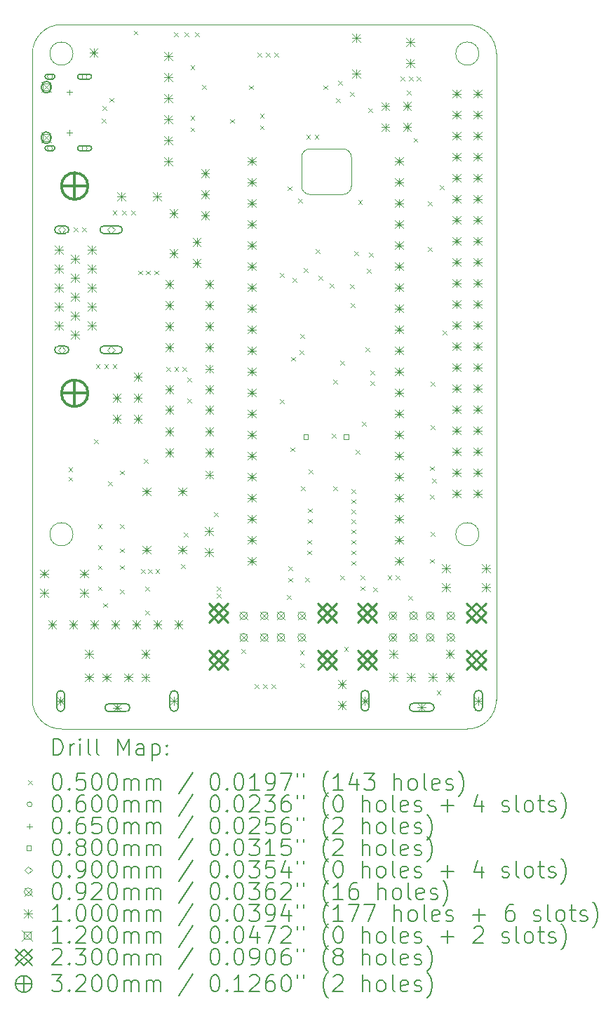
<source format=gbr>
%TF.GenerationSoftware,KiCad,Pcbnew,6.0.11-2627ca5db0~126~ubuntu20.04.1*%
%TF.CreationDate,2024-04-17T12:53:07+05:00*%
%TF.ProjectId,16RPI24,31365250-4932-4342-9e6b-696361645f70,rev?*%
%TF.SameCoordinates,Original*%
%TF.FileFunction,Drillmap*%
%TF.FilePolarity,Positive*%
%FSLAX45Y45*%
G04 Gerber Fmt 4.5, Leading zero omitted, Abs format (unit mm)*
G04 Created by KiCad (PCBNEW 6.0.11-2627ca5db0~126~ubuntu20.04.1) date 2024-04-17 12:53:07*
%MOMM*%
%LPD*%
G01*
G04 APERTURE LIST*
%ADD10C,0.100000*%
%ADD11C,0.200000*%
%ADD12C,0.050000*%
%ADD13C,0.060000*%
%ADD14C,0.065000*%
%ADD15C,0.080000*%
%ADD16C,0.090000*%
%ADD17C,0.092000*%
%ADD18C,0.120000*%
%ADD19C,0.230000*%
%ADD20C,0.320000*%
G04 APERTURE END LIST*
D10*
X2900000Y-2900000D02*
G75*
G03*
X2550000Y-3250000I0J-350000D01*
G01*
X5900000Y-4400000D02*
G75*
G03*
X5800000Y-4500000I0J-100000D01*
G01*
X2550000Y-11050000D02*
X2550000Y-3250000D01*
X3040000Y-9050000D02*
G75*
G03*
X3040000Y-9050000I-140000J0D01*
G01*
X2550000Y-11050000D02*
G75*
G03*
X2900000Y-11400000I350000J0D01*
G01*
X6400000Y-4500000D02*
G75*
G03*
X6300000Y-4400000I-100000J0D01*
G01*
X8150000Y-3250000D02*
G75*
G03*
X7800000Y-2900000I-350000J0D01*
G01*
X3040000Y-3250000D02*
G75*
G03*
X3040000Y-3250000I-140000J0D01*
G01*
X5800000Y-4850000D02*
G75*
G03*
X5900000Y-4950000I100000J0D01*
G01*
X6400000Y-4850000D02*
X6400000Y-4500000D01*
X7800000Y-11400000D02*
G75*
G03*
X8150000Y-11050000I0J350000D01*
G01*
X5900000Y-4950000D02*
X6300000Y-4950000D01*
X5800000Y-4500000D02*
X5800000Y-4850000D01*
X6300000Y-4400000D02*
X5900000Y-4400000D01*
X6300000Y-4950000D02*
G75*
G03*
X6400000Y-4850000I0J100000D01*
G01*
X7800000Y-11400000D02*
X2900000Y-11400000D01*
X2900000Y-2900000D02*
X7800000Y-2900000D01*
X7940000Y-3250000D02*
G75*
G03*
X7940000Y-3250000I-140000J0D01*
G01*
X7940000Y-9050000D02*
G75*
G03*
X7940000Y-9050000I-140000J0D01*
G01*
X8150000Y-3250000D02*
X8150000Y-11050000D01*
D11*
D12*
X2984900Y-8242700D02*
X3034900Y-8292700D01*
X3034900Y-8242700D02*
X2984900Y-8292700D01*
X2984900Y-8357000D02*
X3034900Y-8407000D01*
X3034900Y-8357000D02*
X2984900Y-8407000D01*
X3045500Y-5350000D02*
X3095500Y-5400000D01*
X3095500Y-5350000D02*
X3045500Y-5400000D01*
X3147100Y-5350000D02*
X3197100Y-5400000D01*
X3197100Y-5350000D02*
X3147100Y-5400000D01*
X3292240Y-7904880D02*
X3342240Y-7954880D01*
X3342240Y-7904880D02*
X3292240Y-7954880D01*
X3315100Y-6998100D02*
X3365100Y-7048100D01*
X3365100Y-6998100D02*
X3315100Y-7048100D01*
X3340500Y-8928500D02*
X3390500Y-8978500D01*
X3390500Y-8928500D02*
X3340500Y-8978500D01*
X3340500Y-9182500D02*
X3390500Y-9232500D01*
X3390500Y-9182500D02*
X3340500Y-9232500D01*
X3340500Y-9423800D02*
X3390500Y-9473800D01*
X3390500Y-9423800D02*
X3340500Y-9473800D01*
X3340500Y-9677800D02*
X3390500Y-9727800D01*
X3390500Y-9677800D02*
X3340500Y-9727800D01*
X3388104Y-4038051D02*
X3438104Y-4088051D01*
X3438104Y-4038051D02*
X3388104Y-4088051D01*
X3394038Y-3881713D02*
X3444038Y-3931713D01*
X3444038Y-3881713D02*
X3394038Y-3931713D01*
X3404000Y-9881000D02*
X3454000Y-9931000D01*
X3454000Y-9881000D02*
X3404000Y-9931000D01*
X3416700Y-6998100D02*
X3466700Y-7048100D01*
X3466700Y-6998100D02*
X3416700Y-7048100D01*
X3459880Y-8412880D02*
X3509880Y-8462880D01*
X3509880Y-8412880D02*
X3459880Y-8462880D01*
X3480200Y-3785000D02*
X3530200Y-3835000D01*
X3530200Y-3785000D02*
X3480200Y-3835000D01*
X3518300Y-5143900D02*
X3568300Y-5193900D01*
X3568300Y-5143900D02*
X3518300Y-5193900D01*
X3518300Y-6998100D02*
X3568300Y-7048100D01*
X3568300Y-6998100D02*
X3518300Y-7048100D01*
X3607200Y-8280800D02*
X3657200Y-8330800D01*
X3657200Y-8280800D02*
X3607200Y-8330800D01*
X3607200Y-8928500D02*
X3657200Y-8978500D01*
X3657200Y-8928500D02*
X3607200Y-8978500D01*
X3607200Y-9220600D02*
X3657200Y-9270600D01*
X3657200Y-9220600D02*
X3607200Y-9270600D01*
X3607200Y-9423800D02*
X3657200Y-9473800D01*
X3657200Y-9423800D02*
X3607200Y-9473800D01*
X3607200Y-9715900D02*
X3657200Y-9765900D01*
X3657200Y-9715900D02*
X3607200Y-9765900D01*
X3632600Y-5143900D02*
X3682600Y-5193900D01*
X3682600Y-5143900D02*
X3632600Y-5193900D01*
X3741999Y-5143900D02*
X3791999Y-5193900D01*
X3791999Y-5143900D02*
X3741999Y-5193900D01*
X3772300Y-2972200D02*
X3822300Y-3022200D01*
X3822300Y-2972200D02*
X3772300Y-3022200D01*
X3825640Y-5867800D02*
X3875640Y-5917800D01*
X3875640Y-5867800D02*
X3825640Y-5917800D01*
X3861200Y-9469922D02*
X3911200Y-9519922D01*
X3911200Y-9469922D02*
X3861200Y-9519922D01*
X3896760Y-8138560D02*
X3946760Y-8188560D01*
X3946760Y-8138560D02*
X3896760Y-8188560D01*
X3912000Y-9684450D02*
X3962000Y-9734450D01*
X3962000Y-9684450D02*
X3912000Y-9734450D01*
X3912000Y-9969900D02*
X3962000Y-10019900D01*
X3962000Y-9969900D02*
X3912000Y-10019900D01*
X3922160Y-5867800D02*
X3972160Y-5917800D01*
X3972160Y-5867800D02*
X3922160Y-5917800D01*
X3947761Y-9469922D02*
X3997761Y-9519922D01*
X3997761Y-9469922D02*
X3947761Y-9519922D01*
X4018680Y-5867800D02*
X4068680Y-5917800D01*
X4068680Y-5867800D02*
X4018680Y-5917800D01*
X4034322Y-9469922D02*
X4084322Y-9519922D01*
X4084322Y-9469922D02*
X4034322Y-9519922D01*
X4166000Y-7028218D02*
X4216000Y-7078218D01*
X4216000Y-7028218D02*
X4166000Y-7078218D01*
X4262520Y-2989980D02*
X4312520Y-3039980D01*
X4312520Y-2989980D02*
X4262520Y-3039980D01*
X4262882Y-7028218D02*
X4312882Y-7078218D01*
X4312882Y-7028218D02*
X4262882Y-7078218D01*
X4341112Y-9407895D02*
X4391112Y-9457895D01*
X4391112Y-9407895D02*
X4341112Y-9457895D01*
X4361219Y-7028218D02*
X4411219Y-7078218D01*
X4411219Y-7028218D02*
X4361219Y-7078218D01*
X4380850Y-9028825D02*
X4430850Y-9078825D01*
X4430850Y-9028825D02*
X4380850Y-9078825D01*
X4389520Y-2989980D02*
X4439520Y-3039980D01*
X4439520Y-2989980D02*
X4389520Y-3039980D01*
X4419030Y-7160438D02*
X4469030Y-7210438D01*
X4469030Y-7160438D02*
X4419030Y-7210438D01*
X4419860Y-7411205D02*
X4469860Y-7461205D01*
X4469860Y-7411205D02*
X4419860Y-7461205D01*
X4458100Y-3391300D02*
X4508100Y-3441300D01*
X4508100Y-3391300D02*
X4458100Y-3441300D01*
X4458100Y-4000900D02*
X4508100Y-4050900D01*
X4508100Y-4000900D02*
X4458100Y-4050900D01*
X4458100Y-4140600D02*
X4508100Y-4190600D01*
X4508100Y-4140600D02*
X4458100Y-4190600D01*
X4516520Y-2989980D02*
X4566520Y-3039980D01*
X4566520Y-2989980D02*
X4516520Y-3039980D01*
X4597800Y-3627520D02*
X4647800Y-3677520D01*
X4647800Y-3627520D02*
X4597800Y-3677520D01*
X4740319Y-8782063D02*
X4790319Y-8832063D01*
X4790319Y-8782063D02*
X4740319Y-8832063D01*
X4773450Y-9679950D02*
X4823450Y-9729950D01*
X4823450Y-9679950D02*
X4773450Y-9729950D01*
X4773450Y-9768850D02*
X4823450Y-9818850D01*
X4823450Y-9768850D02*
X4773450Y-9818850D01*
X4938160Y-4039000D02*
X4988160Y-4089000D01*
X4988160Y-4039000D02*
X4938160Y-4089000D01*
X5075000Y-10434400D02*
X5125000Y-10484400D01*
X5125000Y-10434400D02*
X5075000Y-10484400D01*
X5161680Y-3632600D02*
X5211680Y-3682600D01*
X5211680Y-3632600D02*
X5161680Y-3682600D01*
X5232800Y-10858900D02*
X5282800Y-10908900D01*
X5282800Y-10858900D02*
X5232800Y-10908900D01*
X5263280Y-3236360D02*
X5313280Y-3286360D01*
X5313280Y-3236360D02*
X5263280Y-3286360D01*
X5296300Y-3975500D02*
X5346300Y-4025500D01*
X5346300Y-3975500D02*
X5296300Y-4025500D01*
X5296300Y-4115200D02*
X5346300Y-4165200D01*
X5346300Y-4115200D02*
X5296300Y-4165200D01*
X5334400Y-10858900D02*
X5384400Y-10908900D01*
X5384400Y-10858900D02*
X5334400Y-10908900D01*
X5364880Y-3236360D02*
X5414880Y-3286360D01*
X5414880Y-3236360D02*
X5364880Y-3286360D01*
X5436000Y-10858900D02*
X5486000Y-10908900D01*
X5486000Y-10858900D02*
X5436000Y-10908900D01*
X5466480Y-3236360D02*
X5516480Y-3286360D01*
X5516480Y-3236360D02*
X5466480Y-3286360D01*
X5537500Y-5893650D02*
X5587500Y-5943650D01*
X5587500Y-5893650D02*
X5537500Y-5943650D01*
X5538000Y-7417600D02*
X5588000Y-7467600D01*
X5588000Y-7417600D02*
X5538000Y-7467600D01*
X5618433Y-9785850D02*
X5668433Y-9835850D01*
X5668433Y-9785850D02*
X5618433Y-9835850D01*
X5631051Y-4851800D02*
X5681051Y-4901800D01*
X5681051Y-4851800D02*
X5631051Y-4901800D01*
X5637413Y-9432646D02*
X5687413Y-9482646D01*
X5687413Y-9432646D02*
X5637413Y-9482646D01*
X5639200Y-9576200D02*
X5689200Y-9626200D01*
X5689200Y-9576200D02*
X5639200Y-9626200D01*
X5664600Y-8001400D02*
X5714600Y-8051400D01*
X5714600Y-8001400D02*
X5664600Y-8051400D01*
X5673500Y-6909332D02*
X5723500Y-6959332D01*
X5723500Y-6909332D02*
X5673500Y-6959332D01*
X5690000Y-5956700D02*
X5740000Y-6006700D01*
X5740000Y-5956700D02*
X5690000Y-6006700D01*
X5761120Y-4999120D02*
X5811120Y-5049120D01*
X5811120Y-4999120D02*
X5761120Y-5049120D01*
X5777300Y-6831400D02*
X5827300Y-6881400D01*
X5827300Y-6831400D02*
X5777300Y-6881400D01*
X5778900Y-10452500D02*
X5828900Y-10502500D01*
X5828900Y-10452500D02*
X5778900Y-10502500D01*
X5779172Y-6631052D02*
X5829172Y-6681052D01*
X5829172Y-6631052D02*
X5779172Y-6681052D01*
X5779761Y-10604039D02*
X5829761Y-10654039D01*
X5829761Y-10604039D02*
X5779761Y-10654039D01*
X5788394Y-8467452D02*
X5838394Y-8517452D01*
X5838394Y-8467452D02*
X5788394Y-8517452D01*
X5822650Y-5840613D02*
X5872650Y-5890613D01*
X5872650Y-5840613D02*
X5822650Y-5890613D01*
X5839583Y-9575533D02*
X5889583Y-9625533D01*
X5889583Y-9575533D02*
X5839583Y-9625533D01*
X5855100Y-4229500D02*
X5905100Y-4279500D01*
X5905100Y-4229500D02*
X5855100Y-4279500D01*
X5867800Y-9119000D02*
X5917800Y-9169000D01*
X5917800Y-9119000D02*
X5867800Y-9169000D01*
X5867800Y-9246000D02*
X5917800Y-9296000D01*
X5917800Y-9246000D02*
X5867800Y-9296000D01*
X5872880Y-8738000D02*
X5922880Y-8788000D01*
X5922880Y-8738000D02*
X5872880Y-8788000D01*
X5872880Y-8865000D02*
X5922880Y-8915000D01*
X5922880Y-8865000D02*
X5872880Y-8915000D01*
X5885782Y-8268219D02*
X5935782Y-8318219D01*
X5935782Y-8268219D02*
X5885782Y-8318219D01*
X5956700Y-4229500D02*
X6006700Y-4279500D01*
X6006700Y-4229500D02*
X5956700Y-4279500D01*
X5968950Y-5606850D02*
X6018950Y-5656850D01*
X6018950Y-5606850D02*
X5968950Y-5656850D01*
X6005059Y-5929926D02*
X6055059Y-5979926D01*
X6055059Y-5929926D02*
X6005059Y-5979926D01*
X6065920Y-3632600D02*
X6115920Y-3682600D01*
X6115920Y-3632600D02*
X6065920Y-3682600D01*
X6135016Y-6022350D02*
X6185016Y-6072350D01*
X6185016Y-6022350D02*
X6135016Y-6072350D01*
X6167520Y-7833760D02*
X6217520Y-7883760D01*
X6217520Y-7833760D02*
X6167520Y-7883760D01*
X6177680Y-7183520D02*
X6227680Y-7233520D01*
X6227680Y-7183520D02*
X6177680Y-7233520D01*
X6182760Y-8468760D02*
X6232760Y-8518760D01*
X6232760Y-8468760D02*
X6182760Y-8518760D01*
X6212674Y-3785566D02*
X6262674Y-3835566D01*
X6262674Y-3785566D02*
X6212674Y-3835566D01*
X6238491Y-3578617D02*
X6288491Y-3628617D01*
X6288491Y-3578617D02*
X6238491Y-3628617D01*
X6262104Y-9547416D02*
X6312104Y-9597416D01*
X6312104Y-9547416D02*
X6262104Y-9597416D01*
X6263530Y-6957733D02*
X6313530Y-7007733D01*
X6313530Y-6957733D02*
X6263530Y-7007733D01*
X6312300Y-10410050D02*
X6362300Y-10460050D01*
X6362300Y-10410050D02*
X6312300Y-10460050D01*
X6380880Y-3713880D02*
X6430880Y-3763880D01*
X6430880Y-3713880D02*
X6380880Y-3763880D01*
X6381444Y-6032100D02*
X6431444Y-6082100D01*
X6431444Y-6032100D02*
X6381444Y-6082100D01*
X6392488Y-6263914D02*
X6442488Y-6313914D01*
X6442488Y-6263914D02*
X6392488Y-6313914D01*
X6401200Y-8504226D02*
X6451200Y-8554226D01*
X6451200Y-8504226D02*
X6401200Y-8554226D01*
X6401200Y-8627999D02*
X6451200Y-8677999D01*
X6451200Y-8627999D02*
X6401200Y-8677999D01*
X6401200Y-8747816D02*
X6451200Y-8797816D01*
X6451200Y-8747816D02*
X6401200Y-8797816D01*
X6401200Y-8867766D02*
X6451200Y-8917766D01*
X6451200Y-8867766D02*
X6401200Y-8917766D01*
X6401200Y-8992000D02*
X6451200Y-9042000D01*
X6451200Y-8992000D02*
X6401200Y-9042000D01*
X6401200Y-9119000D02*
X6451200Y-9169000D01*
X6451200Y-9119000D02*
X6401200Y-9169000D01*
X6401200Y-9246000D02*
X6451200Y-9296000D01*
X6451200Y-9246000D02*
X6401200Y-9296000D01*
X6401200Y-9373000D02*
X6451200Y-9423000D01*
X6451200Y-9373000D02*
X6401200Y-9423000D01*
X6437123Y-5633073D02*
X6487123Y-5683073D01*
X6487123Y-5633073D02*
X6437123Y-5683073D01*
X6453419Y-8032893D02*
X6503419Y-8082893D01*
X6503419Y-8032893D02*
X6453419Y-8082893D01*
X6481349Y-5013229D02*
X6531349Y-5063229D01*
X6531349Y-5013229D02*
X6481349Y-5063229D01*
X6512465Y-9547416D02*
X6562465Y-9597416D01*
X6562465Y-9547416D02*
X6512465Y-9597416D01*
X6512465Y-9677416D02*
X6562465Y-9727416D01*
X6562465Y-9677416D02*
X6512465Y-9727416D01*
X6529942Y-7688869D02*
X6579942Y-7738869D01*
X6579942Y-7688869D02*
X6529942Y-7738869D01*
X6573133Y-6793738D02*
X6623133Y-6843738D01*
X6623133Y-6793738D02*
X6573133Y-6843738D01*
X6584080Y-5848420D02*
X6634080Y-5898420D01*
X6634080Y-5848420D02*
X6584080Y-5898420D01*
X6604400Y-3906920D02*
X6654400Y-3956920D01*
X6654400Y-3906920D02*
X6604400Y-3956920D01*
X6613150Y-5648420D02*
X6663150Y-5698420D01*
X6663150Y-5648420D02*
X6613150Y-5698420D01*
X6629800Y-7076840D02*
X6679800Y-7126840D01*
X6679800Y-7076840D02*
X6629800Y-7126840D01*
X6629800Y-7200223D02*
X6679800Y-7250223D01*
X6679800Y-7200223D02*
X6629800Y-7250223D01*
X6665360Y-9687960D02*
X6715360Y-9737960D01*
X6715360Y-9687960D02*
X6665360Y-9737960D01*
X6836832Y-9545720D02*
X6886832Y-9595720D01*
X6886832Y-9545720D02*
X6836832Y-9595720D01*
X6934600Y-9545720D02*
X6984600Y-9595720D01*
X6984600Y-9545720D02*
X6934600Y-9595720D01*
X6996930Y-3524550D02*
X7046930Y-3574550D01*
X7046930Y-3524550D02*
X6996930Y-3574550D01*
X7071760Y-3693560D02*
X7121760Y-3743560D01*
X7121760Y-3693560D02*
X7071760Y-3743560D01*
X7087000Y-9790500D02*
X7137000Y-9840500D01*
X7137000Y-9790500D02*
X7087000Y-9840500D01*
X7093008Y-3524550D02*
X7143008Y-3574550D01*
X7143008Y-3524550D02*
X7093008Y-3574550D01*
X7150500Y-4267600D02*
X7200500Y-4317600D01*
X7200500Y-4267600D02*
X7150500Y-4317600D01*
X7189087Y-3524550D02*
X7239087Y-3574550D01*
X7239087Y-3524550D02*
X7189087Y-3574550D01*
X7321950Y-5582050D02*
X7371950Y-5632050D01*
X7371950Y-5582050D02*
X7321950Y-5632050D01*
X7324804Y-5033735D02*
X7374804Y-5083735D01*
X7374804Y-5033735D02*
X7324804Y-5083735D01*
X7346080Y-9347600D02*
X7396080Y-9397600D01*
X7396080Y-9347600D02*
X7346080Y-9397600D01*
X7351160Y-8230000D02*
X7401160Y-8280000D01*
X7401160Y-8230000D02*
X7351160Y-8280000D01*
X7351160Y-8575440D02*
X7401160Y-8625440D01*
X7401160Y-8575440D02*
X7351160Y-8625440D01*
X7356240Y-7737240D02*
X7406240Y-7787240D01*
X7406240Y-7737240D02*
X7356240Y-7787240D01*
X7357400Y-7209409D02*
X7407400Y-7259409D01*
X7407400Y-7209409D02*
X7357400Y-7259409D01*
X7361320Y-9022480D02*
X7411320Y-9072480D01*
X7411320Y-9022480D02*
X7361320Y-9072480D01*
X7371480Y-8375950D02*
X7421480Y-8425950D01*
X7421480Y-8375950D02*
X7371480Y-8425950D01*
X7429900Y-10935100D02*
X7479900Y-10985100D01*
X7479900Y-10935100D02*
X7429900Y-10985100D01*
X7468000Y-4839100D02*
X7518000Y-4889100D01*
X7518000Y-4839100D02*
X7468000Y-4889100D01*
X7499850Y-6589160D02*
X7549850Y-6639160D01*
X7549850Y-6589160D02*
X7499850Y-6639160D01*
D13*
X2791500Y-3528000D02*
G75*
G03*
X2791500Y-3528000I-30000J0D01*
G01*
D11*
X2791500Y-3498000D02*
X2731500Y-3498000D01*
X2791500Y-3558000D02*
X2731500Y-3558000D01*
X2731500Y-3498000D02*
G75*
G03*
X2731500Y-3558000I0J-30000D01*
G01*
X2791500Y-3558000D02*
G75*
G03*
X2791500Y-3498000I0J30000D01*
G01*
D13*
X2791500Y-4392000D02*
G75*
G03*
X2791500Y-4392000I-30000J0D01*
G01*
D11*
X2791500Y-4362000D02*
X2731500Y-4362000D01*
X2791500Y-4422000D02*
X2731500Y-4422000D01*
X2731500Y-4362000D02*
G75*
G03*
X2731500Y-4422000I0J-30000D01*
G01*
X2791500Y-4422000D02*
G75*
G03*
X2791500Y-4362000I0J30000D01*
G01*
D13*
X3209500Y-3528000D02*
G75*
G03*
X3209500Y-3528000I-30000J0D01*
G01*
D11*
X3234500Y-3498000D02*
X3124500Y-3498000D01*
X3234500Y-3558000D02*
X3124500Y-3558000D01*
X3124500Y-3498000D02*
G75*
G03*
X3124500Y-3558000I0J-30000D01*
G01*
X3234500Y-3558000D02*
G75*
G03*
X3234500Y-3498000I0J30000D01*
G01*
D13*
X3209500Y-4392000D02*
G75*
G03*
X3209500Y-4392000I-30000J0D01*
G01*
D11*
X3234500Y-4362000D02*
X3124500Y-4362000D01*
X3234500Y-4422000D02*
X3124500Y-4422000D01*
X3124500Y-4362000D02*
G75*
G03*
X3124500Y-4422000I0J-30000D01*
G01*
X3234500Y-4422000D02*
G75*
G03*
X3234500Y-4362000I0J30000D01*
G01*
D14*
X2997640Y-3683660D02*
X2997640Y-3748660D01*
X2965140Y-3716160D02*
X3030140Y-3716160D01*
X2997640Y-4168800D02*
X2997640Y-4233800D01*
X2965140Y-4201300D02*
X3030140Y-4201300D01*
D15*
X5877584Y-7902284D02*
X5877584Y-7845715D01*
X5821015Y-7845715D01*
X5821015Y-7902284D01*
X5877584Y-7902284D01*
X6365584Y-7902284D02*
X6365584Y-7845715D01*
X6309015Y-7845715D01*
X6309015Y-7902284D01*
X6365584Y-7902284D01*
D16*
X2904000Y-5420000D02*
X2949000Y-5375000D01*
X2904000Y-5330000D01*
X2859000Y-5375000D01*
X2904000Y-5420000D01*
D11*
X2944000Y-5330000D02*
X2864000Y-5330000D01*
X2944000Y-5420000D02*
X2864000Y-5420000D01*
X2864000Y-5330000D02*
G75*
G03*
X2864000Y-5420000I0J-45000D01*
G01*
X2944000Y-5420000D02*
G75*
G03*
X2944000Y-5330000I0J45000D01*
G01*
D16*
X2904000Y-6870000D02*
X2949000Y-6825000D01*
X2904000Y-6780000D01*
X2859000Y-6825000D01*
X2904000Y-6870000D01*
D11*
X2944000Y-6780000D02*
X2864000Y-6780000D01*
X2944000Y-6870000D02*
X2864000Y-6870000D01*
X2864000Y-6780000D02*
G75*
G03*
X2864000Y-6870000I0J-45000D01*
G01*
X2944000Y-6870000D02*
G75*
G03*
X2944000Y-6780000I0J45000D01*
G01*
D16*
X3500000Y-5420000D02*
X3545000Y-5375000D01*
X3500000Y-5330000D01*
X3455000Y-5375000D01*
X3500000Y-5420000D01*
D11*
X3590000Y-5330000D02*
X3410000Y-5330000D01*
X3590000Y-5420000D02*
X3410000Y-5420000D01*
X3410000Y-5330000D02*
G75*
G03*
X3410000Y-5420000I0J-45000D01*
G01*
X3590000Y-5420000D02*
G75*
G03*
X3590000Y-5330000I0J45000D01*
G01*
D16*
X3500000Y-6870000D02*
X3545000Y-6825000D01*
X3500000Y-6780000D01*
X3455000Y-6825000D01*
X3500000Y-6870000D01*
D11*
X3590000Y-6780000D02*
X3410000Y-6780000D01*
X3590000Y-6870000D02*
X3410000Y-6870000D01*
X3410000Y-6780000D02*
G75*
G03*
X3410000Y-6870000I0J-45000D01*
G01*
X3590000Y-6870000D02*
G75*
G03*
X3590000Y-6780000I0J45000D01*
G01*
D17*
X5054000Y-9986000D02*
X5146000Y-10078000D01*
X5146000Y-9986000D02*
X5054000Y-10078000D01*
X5146000Y-10032000D02*
G75*
G03*
X5146000Y-10032000I-46000J0D01*
G01*
X5054000Y-10248000D02*
X5146000Y-10340000D01*
X5146000Y-10248000D02*
X5054000Y-10340000D01*
X5146000Y-10294000D02*
G75*
G03*
X5146000Y-10294000I-46000J0D01*
G01*
X5304000Y-9986000D02*
X5396000Y-10078000D01*
X5396000Y-9986000D02*
X5304000Y-10078000D01*
X5396000Y-10032000D02*
G75*
G03*
X5396000Y-10032000I-46000J0D01*
G01*
X5304000Y-10248000D02*
X5396000Y-10340000D01*
X5396000Y-10248000D02*
X5304000Y-10340000D01*
X5396000Y-10294000D02*
G75*
G03*
X5396000Y-10294000I-46000J0D01*
G01*
X5504000Y-9986000D02*
X5596000Y-10078000D01*
X5596000Y-9986000D02*
X5504000Y-10078000D01*
X5596000Y-10032000D02*
G75*
G03*
X5596000Y-10032000I-46000J0D01*
G01*
X5504000Y-10248000D02*
X5596000Y-10340000D01*
X5596000Y-10248000D02*
X5504000Y-10340000D01*
X5596000Y-10294000D02*
G75*
G03*
X5596000Y-10294000I-46000J0D01*
G01*
X5754000Y-9986000D02*
X5846000Y-10078000D01*
X5846000Y-9986000D02*
X5754000Y-10078000D01*
X5846000Y-10032000D02*
G75*
G03*
X5846000Y-10032000I-46000J0D01*
G01*
X5754000Y-10248000D02*
X5846000Y-10340000D01*
X5846000Y-10248000D02*
X5754000Y-10340000D01*
X5846000Y-10294000D02*
G75*
G03*
X5846000Y-10294000I-46000J0D01*
G01*
X6854000Y-9986000D02*
X6946000Y-10078000D01*
X6946000Y-9986000D02*
X6854000Y-10078000D01*
X6946000Y-10032000D02*
G75*
G03*
X6946000Y-10032000I-46000J0D01*
G01*
X6854000Y-10248000D02*
X6946000Y-10340000D01*
X6946000Y-10248000D02*
X6854000Y-10340000D01*
X6946000Y-10294000D02*
G75*
G03*
X6946000Y-10294000I-46000J0D01*
G01*
X7104000Y-9986000D02*
X7196000Y-10078000D01*
X7196000Y-9986000D02*
X7104000Y-10078000D01*
X7196000Y-10032000D02*
G75*
G03*
X7196000Y-10032000I-46000J0D01*
G01*
X7104000Y-10248000D02*
X7196000Y-10340000D01*
X7196000Y-10248000D02*
X7104000Y-10340000D01*
X7196000Y-10294000D02*
G75*
G03*
X7196000Y-10294000I-46000J0D01*
G01*
X7304000Y-9986000D02*
X7396000Y-10078000D01*
X7396000Y-9986000D02*
X7304000Y-10078000D01*
X7396000Y-10032000D02*
G75*
G03*
X7396000Y-10032000I-46000J0D01*
G01*
X7304000Y-10248000D02*
X7396000Y-10340000D01*
X7396000Y-10248000D02*
X7304000Y-10340000D01*
X7396000Y-10294000D02*
G75*
G03*
X7396000Y-10294000I-46000J0D01*
G01*
X7554000Y-9986000D02*
X7646000Y-10078000D01*
X7646000Y-9986000D02*
X7554000Y-10078000D01*
X7646000Y-10032000D02*
G75*
G03*
X7646000Y-10032000I-46000J0D01*
G01*
X7554000Y-10248000D02*
X7646000Y-10340000D01*
X7646000Y-10248000D02*
X7554000Y-10340000D01*
X7646000Y-10294000D02*
G75*
G03*
X7646000Y-10294000I-46000J0D01*
G01*
D10*
X2638700Y-9475000D02*
X2738700Y-9575000D01*
X2738700Y-9475000D02*
X2638700Y-9575000D01*
X2688700Y-9475000D02*
X2688700Y-9575000D01*
X2638700Y-9525000D02*
X2738700Y-9525000D01*
X2639385Y-9707345D02*
X2739385Y-9807345D01*
X2739385Y-9707345D02*
X2639385Y-9807345D01*
X2689385Y-9707345D02*
X2689385Y-9807345D01*
X2639385Y-9757345D02*
X2739385Y-9757345D01*
X2739322Y-10091461D02*
X2839322Y-10191461D01*
X2839322Y-10091461D02*
X2739322Y-10191461D01*
X2789322Y-10091461D02*
X2789322Y-10191461D01*
X2739322Y-10141461D02*
X2839322Y-10141461D01*
X2819033Y-5564000D02*
X2919033Y-5664000D01*
X2919033Y-5564000D02*
X2819033Y-5664000D01*
X2869033Y-5564000D02*
X2869033Y-5664000D01*
X2819033Y-5614000D02*
X2919033Y-5614000D01*
X2819033Y-5793000D02*
X2919033Y-5893000D01*
X2919033Y-5793000D02*
X2819033Y-5893000D01*
X2869033Y-5793000D02*
X2869033Y-5893000D01*
X2819033Y-5843000D02*
X2919033Y-5843000D01*
X2819033Y-6022000D02*
X2919033Y-6122000D01*
X2919033Y-6022000D02*
X2819033Y-6122000D01*
X2869033Y-6022000D02*
X2869033Y-6122000D01*
X2819033Y-6072000D02*
X2919033Y-6072000D01*
X2819033Y-6251000D02*
X2919033Y-6351000D01*
X2919033Y-6251000D02*
X2819033Y-6351000D01*
X2869033Y-6251000D02*
X2869033Y-6351000D01*
X2819033Y-6301000D02*
X2919033Y-6301000D01*
X2819033Y-6480000D02*
X2919033Y-6580000D01*
X2919033Y-6480000D02*
X2819033Y-6580000D01*
X2869033Y-6480000D02*
X2869033Y-6580000D01*
X2819033Y-6530000D02*
X2919033Y-6530000D01*
X2841000Y-11012500D02*
X2941000Y-11112500D01*
X2941000Y-11012500D02*
X2841000Y-11112500D01*
X2891000Y-11012500D02*
X2891000Y-11112500D01*
X2841000Y-11062500D02*
X2941000Y-11062500D01*
D11*
X2841000Y-10987500D02*
X2841000Y-11137500D01*
X2941000Y-10987500D02*
X2941000Y-11137500D01*
X2841000Y-11137500D02*
G75*
G03*
X2941000Y-11137500I50000J0D01*
G01*
X2941000Y-10987500D02*
G75*
G03*
X2841000Y-10987500I-50000J0D01*
G01*
D10*
X2993322Y-10091461D02*
X3093322Y-10191461D01*
X3093322Y-10091461D02*
X2993322Y-10191461D01*
X3043322Y-10091461D02*
X3043322Y-10191461D01*
X2993322Y-10141461D02*
X3093322Y-10141461D01*
X3017033Y-5678500D02*
X3117033Y-5778500D01*
X3117033Y-5678500D02*
X3017033Y-5778500D01*
X3067033Y-5678500D02*
X3067033Y-5778500D01*
X3017033Y-5728500D02*
X3117033Y-5728500D01*
X3017033Y-5907500D02*
X3117033Y-6007500D01*
X3117033Y-5907500D02*
X3017033Y-6007500D01*
X3067033Y-5907500D02*
X3067033Y-6007500D01*
X3017033Y-5957500D02*
X3117033Y-5957500D01*
X3017033Y-6136500D02*
X3117033Y-6236500D01*
X3117033Y-6136500D02*
X3017033Y-6236500D01*
X3067033Y-6136500D02*
X3067033Y-6236500D01*
X3017033Y-6186500D02*
X3117033Y-6186500D01*
X3017033Y-6365500D02*
X3117033Y-6465500D01*
X3117033Y-6365500D02*
X3017033Y-6465500D01*
X3067033Y-6365500D02*
X3067033Y-6465500D01*
X3017033Y-6415500D02*
X3117033Y-6415500D01*
X3017033Y-6594500D02*
X3117033Y-6694500D01*
X3117033Y-6594500D02*
X3017033Y-6694500D01*
X3067033Y-6594500D02*
X3067033Y-6694500D01*
X3017033Y-6644500D02*
X3117033Y-6644500D01*
X3121300Y-9475000D02*
X3221300Y-9575000D01*
X3221300Y-9475000D02*
X3121300Y-9575000D01*
X3171300Y-9475000D02*
X3171300Y-9575000D01*
X3121300Y-9525000D02*
X3221300Y-9525000D01*
X3121985Y-9707345D02*
X3221985Y-9807345D01*
X3221985Y-9707345D02*
X3121985Y-9807345D01*
X3171985Y-9707345D02*
X3171985Y-9807345D01*
X3121985Y-9757345D02*
X3221985Y-9757345D01*
X3186000Y-10447500D02*
X3286000Y-10547500D01*
X3286000Y-10447500D02*
X3186000Y-10547500D01*
X3236000Y-10447500D02*
X3236000Y-10547500D01*
X3186000Y-10497500D02*
X3286000Y-10497500D01*
X3186000Y-10727500D02*
X3286000Y-10827500D01*
X3286000Y-10727500D02*
X3186000Y-10827500D01*
X3236000Y-10727500D02*
X3236000Y-10827500D01*
X3186000Y-10777500D02*
X3286000Y-10777500D01*
X3215033Y-5564000D02*
X3315033Y-5664000D01*
X3315033Y-5564000D02*
X3215033Y-5664000D01*
X3265033Y-5564000D02*
X3265033Y-5664000D01*
X3215033Y-5614000D02*
X3315033Y-5614000D01*
X3215033Y-5793000D02*
X3315033Y-5893000D01*
X3315033Y-5793000D02*
X3215033Y-5893000D01*
X3265033Y-5793000D02*
X3265033Y-5893000D01*
X3215033Y-5843000D02*
X3315033Y-5843000D01*
X3215033Y-6022000D02*
X3315033Y-6122000D01*
X3315033Y-6022000D02*
X3215033Y-6122000D01*
X3265033Y-6022000D02*
X3265033Y-6122000D01*
X3215033Y-6072000D02*
X3315033Y-6072000D01*
X3215033Y-6251000D02*
X3315033Y-6351000D01*
X3315033Y-6251000D02*
X3215033Y-6351000D01*
X3265033Y-6251000D02*
X3265033Y-6351000D01*
X3215033Y-6301000D02*
X3315033Y-6301000D01*
X3215033Y-6480000D02*
X3315033Y-6580000D01*
X3315033Y-6480000D02*
X3215033Y-6580000D01*
X3265033Y-6480000D02*
X3265033Y-6580000D01*
X3215033Y-6530000D02*
X3315033Y-6530000D01*
X3239300Y-3188500D02*
X3339300Y-3288500D01*
X3339300Y-3188500D02*
X3239300Y-3288500D01*
X3289300Y-3188500D02*
X3289300Y-3288500D01*
X3239300Y-3238500D02*
X3339300Y-3238500D01*
X3247322Y-10091461D02*
X3347322Y-10191461D01*
X3347322Y-10091461D02*
X3247322Y-10191461D01*
X3297322Y-10091461D02*
X3297322Y-10191461D01*
X3247322Y-10141461D02*
X3347322Y-10141461D01*
X3396000Y-10727500D02*
X3496000Y-10827500D01*
X3496000Y-10727500D02*
X3396000Y-10827500D01*
X3446000Y-10727500D02*
X3446000Y-10827500D01*
X3396000Y-10777500D02*
X3496000Y-10777500D01*
X3501322Y-10091461D02*
X3601322Y-10191461D01*
X3601322Y-10091461D02*
X3501322Y-10191461D01*
X3551322Y-10091461D02*
X3551322Y-10191461D01*
X3501322Y-10141461D02*
X3601322Y-10141461D01*
X3518700Y-7353600D02*
X3618700Y-7453600D01*
X3618700Y-7353600D02*
X3518700Y-7453600D01*
X3568700Y-7353600D02*
X3568700Y-7453600D01*
X3518700Y-7403600D02*
X3618700Y-7403600D01*
X3518700Y-7607600D02*
X3618700Y-7707600D01*
X3618700Y-7607600D02*
X3518700Y-7707600D01*
X3568700Y-7607600D02*
X3568700Y-7707600D01*
X3518700Y-7657600D02*
X3618700Y-7657600D01*
X3526000Y-11092500D02*
X3626000Y-11192500D01*
X3626000Y-11092500D02*
X3526000Y-11192500D01*
X3576000Y-11092500D02*
X3576000Y-11192500D01*
X3526000Y-11142500D02*
X3626000Y-11142500D01*
D11*
X3476000Y-11192500D02*
X3676000Y-11192500D01*
X3476000Y-11092500D02*
X3676000Y-11092500D01*
X3676000Y-11192500D02*
G75*
G03*
X3676000Y-11092500I0J50000D01*
G01*
X3476000Y-11092500D02*
G75*
G03*
X3476000Y-11192500I0J-50000D01*
G01*
D10*
X3573977Y-4924015D02*
X3673977Y-5024015D01*
X3673977Y-4924015D02*
X3573977Y-5024015D01*
X3623977Y-4924015D02*
X3623977Y-5024015D01*
X3573977Y-4974015D02*
X3673977Y-4974015D01*
X3656000Y-10727500D02*
X3756000Y-10827500D01*
X3756000Y-10727500D02*
X3656000Y-10827500D01*
X3706000Y-10727500D02*
X3706000Y-10827500D01*
X3656000Y-10777500D02*
X3756000Y-10777500D01*
X3755322Y-10091461D02*
X3855322Y-10191461D01*
X3855322Y-10091461D02*
X3755322Y-10191461D01*
X3805322Y-10091461D02*
X3805322Y-10191461D01*
X3755322Y-10141461D02*
X3855322Y-10141461D01*
X3772700Y-7098600D02*
X3872700Y-7198600D01*
X3872700Y-7098600D02*
X3772700Y-7198600D01*
X3822700Y-7098600D02*
X3822700Y-7198600D01*
X3772700Y-7148600D02*
X3872700Y-7148600D01*
X3772700Y-7352600D02*
X3872700Y-7452600D01*
X3872700Y-7352600D02*
X3772700Y-7452600D01*
X3822700Y-7352600D02*
X3822700Y-7452600D01*
X3772700Y-7402600D02*
X3872700Y-7402600D01*
X3772700Y-7606600D02*
X3872700Y-7706600D01*
X3872700Y-7606600D02*
X3772700Y-7706600D01*
X3822700Y-7606600D02*
X3822700Y-7706600D01*
X3772700Y-7656600D02*
X3872700Y-7656600D01*
X3866000Y-10447500D02*
X3966000Y-10547500D01*
X3966000Y-10447500D02*
X3866000Y-10547500D01*
X3916000Y-10447500D02*
X3916000Y-10547500D01*
X3866000Y-10497500D02*
X3966000Y-10497500D01*
X3866000Y-10727500D02*
X3966000Y-10827500D01*
X3966000Y-10727500D02*
X3866000Y-10827500D01*
X3916000Y-10727500D02*
X3916000Y-10827500D01*
X3866000Y-10777500D02*
X3966000Y-10777500D01*
X3874897Y-8483743D02*
X3974897Y-8583743D01*
X3974897Y-8483743D02*
X3874897Y-8583743D01*
X3924897Y-8483743D02*
X3924897Y-8583743D01*
X3874897Y-8533743D02*
X3974897Y-8533743D01*
X3877881Y-9187497D02*
X3977881Y-9287497D01*
X3977881Y-9187497D02*
X3877881Y-9287497D01*
X3927881Y-9187497D02*
X3927881Y-9287497D01*
X3877881Y-9237497D02*
X3977881Y-9237497D01*
X4005777Y-4924015D02*
X4105777Y-5024015D01*
X4105777Y-4924015D02*
X4005777Y-5024015D01*
X4055777Y-4924015D02*
X4055777Y-5024015D01*
X4005777Y-4974015D02*
X4105777Y-4974015D01*
X4009322Y-10091461D02*
X4109322Y-10191461D01*
X4109322Y-10091461D02*
X4009322Y-10191461D01*
X4059322Y-10091461D02*
X4059322Y-10191461D01*
X4009322Y-10141461D02*
X4109322Y-10141461D01*
X4138356Y-3230169D02*
X4238356Y-3330169D01*
X4238356Y-3230169D02*
X4138356Y-3330169D01*
X4188356Y-3230169D02*
X4188356Y-3330169D01*
X4138356Y-3280169D02*
X4238356Y-3280169D01*
X4138356Y-3484169D02*
X4238356Y-3584169D01*
X4238356Y-3484169D02*
X4138356Y-3584169D01*
X4188356Y-3484169D02*
X4188356Y-3584169D01*
X4138356Y-3534169D02*
X4238356Y-3534169D01*
X4138356Y-3738169D02*
X4238356Y-3838169D01*
X4238356Y-3738169D02*
X4138356Y-3838169D01*
X4188356Y-3738169D02*
X4188356Y-3838169D01*
X4138356Y-3788169D02*
X4238356Y-3788169D01*
X4138356Y-3992169D02*
X4238356Y-4092169D01*
X4238356Y-3992169D02*
X4138356Y-4092169D01*
X4188356Y-3992169D02*
X4188356Y-4092169D01*
X4138356Y-4042169D02*
X4238356Y-4042169D01*
X4138356Y-4246170D02*
X4238356Y-4346170D01*
X4238356Y-4246170D02*
X4138356Y-4346170D01*
X4188356Y-4246170D02*
X4188356Y-4346170D01*
X4138356Y-4296170D02*
X4238356Y-4296170D01*
X4138356Y-4500170D02*
X4238356Y-4600170D01*
X4238356Y-4500170D02*
X4138356Y-4600170D01*
X4188356Y-4500170D02*
X4188356Y-4600170D01*
X4138356Y-4550170D02*
X4238356Y-4550170D01*
X4153700Y-5980550D02*
X4253700Y-6080550D01*
X4253700Y-5980550D02*
X4153700Y-6080550D01*
X4203700Y-5980550D02*
X4203700Y-6080550D01*
X4153700Y-6030550D02*
X4253700Y-6030550D01*
X4153700Y-6234550D02*
X4253700Y-6334550D01*
X4253700Y-6234550D02*
X4153700Y-6334550D01*
X4203700Y-6234550D02*
X4203700Y-6334550D01*
X4153700Y-6284550D02*
X4253700Y-6284550D01*
X4153700Y-6488550D02*
X4253700Y-6588550D01*
X4253700Y-6488550D02*
X4153700Y-6588550D01*
X4203700Y-6488550D02*
X4203700Y-6588550D01*
X4153700Y-6538550D02*
X4253700Y-6538550D01*
X4153700Y-6742550D02*
X4253700Y-6842550D01*
X4253700Y-6742550D02*
X4153700Y-6842550D01*
X4203700Y-6742550D02*
X4203700Y-6842550D01*
X4153700Y-6792550D02*
X4253700Y-6792550D01*
X4153700Y-7250550D02*
X4253700Y-7350550D01*
X4253700Y-7250550D02*
X4153700Y-7350550D01*
X4203700Y-7250550D02*
X4203700Y-7350550D01*
X4153700Y-7300550D02*
X4253700Y-7300550D01*
X4153700Y-7500550D02*
X4253700Y-7600550D01*
X4253700Y-7500550D02*
X4153700Y-7600550D01*
X4203700Y-7500550D02*
X4203700Y-7600550D01*
X4153700Y-7550550D02*
X4253700Y-7550550D01*
X4153700Y-7758550D02*
X4253700Y-7858550D01*
X4253700Y-7758550D02*
X4153700Y-7858550D01*
X4203700Y-7758550D02*
X4203700Y-7858550D01*
X4153700Y-7808550D02*
X4253700Y-7808550D01*
X4153700Y-8012550D02*
X4253700Y-8112550D01*
X4253700Y-8012550D02*
X4153700Y-8112550D01*
X4203700Y-8012550D02*
X4203700Y-8112550D01*
X4153700Y-8062550D02*
X4253700Y-8062550D01*
X4204500Y-5128906D02*
X4304500Y-5228906D01*
X4304500Y-5128906D02*
X4204500Y-5228906D01*
X4254500Y-5128906D02*
X4254500Y-5228906D01*
X4204500Y-5178906D02*
X4304500Y-5178906D01*
X4204500Y-5611506D02*
X4304500Y-5711506D01*
X4304500Y-5611506D02*
X4204500Y-5711506D01*
X4254500Y-5611506D02*
X4254500Y-5711506D01*
X4204500Y-5661506D02*
X4304500Y-5661506D01*
X4211000Y-11012500D02*
X4311000Y-11112500D01*
X4311000Y-11012500D02*
X4211000Y-11112500D01*
X4261000Y-11012500D02*
X4261000Y-11112500D01*
X4211000Y-11062500D02*
X4311000Y-11062500D01*
D11*
X4211000Y-10987500D02*
X4211000Y-11137500D01*
X4311000Y-10987500D02*
X4311000Y-11137500D01*
X4211000Y-11137500D02*
G75*
G03*
X4311000Y-11137500I50000J0D01*
G01*
X4311000Y-10987500D02*
G75*
G03*
X4211000Y-10987500I-50000J0D01*
G01*
D10*
X4263322Y-10091461D02*
X4363322Y-10191461D01*
X4363322Y-10091461D02*
X4263322Y-10191461D01*
X4313322Y-10091461D02*
X4313322Y-10191461D01*
X4263322Y-10141461D02*
X4363322Y-10141461D01*
X4306697Y-8483743D02*
X4406697Y-8583743D01*
X4406697Y-8483743D02*
X4306697Y-8583743D01*
X4356697Y-8483743D02*
X4356697Y-8583743D01*
X4306697Y-8533743D02*
X4406697Y-8533743D01*
X4309681Y-9187497D02*
X4409681Y-9287497D01*
X4409681Y-9187497D02*
X4309681Y-9287497D01*
X4359681Y-9187497D02*
X4359681Y-9287497D01*
X4309681Y-9237497D02*
X4409681Y-9237497D01*
X4483900Y-5474000D02*
X4583900Y-5574000D01*
X4583900Y-5474000D02*
X4483900Y-5574000D01*
X4533900Y-5474000D02*
X4533900Y-5574000D01*
X4483900Y-5524000D02*
X4583900Y-5524000D01*
X4483900Y-5728000D02*
X4583900Y-5828000D01*
X4583900Y-5728000D02*
X4483900Y-5828000D01*
X4533900Y-5728000D02*
X4533900Y-5828000D01*
X4483900Y-5778000D02*
X4583900Y-5778000D01*
X4585500Y-4647500D02*
X4685500Y-4747500D01*
X4685500Y-4647500D02*
X4585500Y-4747500D01*
X4635500Y-4647500D02*
X4635500Y-4747500D01*
X4585500Y-4697500D02*
X4685500Y-4697500D01*
X4585500Y-4901500D02*
X4685500Y-5001500D01*
X4685500Y-4901500D02*
X4585500Y-5001500D01*
X4635500Y-4901500D02*
X4635500Y-5001500D01*
X4585500Y-4951500D02*
X4685500Y-4951500D01*
X4585500Y-5155500D02*
X4685500Y-5255500D01*
X4685500Y-5155500D02*
X4585500Y-5255500D01*
X4635500Y-5155500D02*
X4635500Y-5255500D01*
X4585500Y-5205500D02*
X4685500Y-5205500D01*
X4630592Y-8960429D02*
X4730592Y-9060429D01*
X4730592Y-8960429D02*
X4630592Y-9060429D01*
X4680592Y-8960429D02*
X4680592Y-9060429D01*
X4630592Y-9010429D02*
X4730592Y-9010429D01*
X4630592Y-9214429D02*
X4730592Y-9314429D01*
X4730592Y-9214429D02*
X4630592Y-9314429D01*
X4680592Y-9214429D02*
X4680592Y-9314429D01*
X4630592Y-9264429D02*
X4730592Y-9264429D01*
X4636300Y-5980550D02*
X4736300Y-6080550D01*
X4736300Y-5980550D02*
X4636300Y-6080550D01*
X4686300Y-5980550D02*
X4686300Y-6080550D01*
X4636300Y-6030550D02*
X4736300Y-6030550D01*
X4636300Y-6234550D02*
X4736300Y-6334550D01*
X4736300Y-6234550D02*
X4636300Y-6334550D01*
X4686300Y-6234550D02*
X4686300Y-6334550D01*
X4636300Y-6284550D02*
X4736300Y-6284550D01*
X4636300Y-6488550D02*
X4736300Y-6588550D01*
X4736300Y-6488550D02*
X4636300Y-6588550D01*
X4686300Y-6488550D02*
X4686300Y-6588550D01*
X4636300Y-6538550D02*
X4736300Y-6538550D01*
X4636300Y-6742550D02*
X4736300Y-6842550D01*
X4736300Y-6742550D02*
X4636300Y-6842550D01*
X4686300Y-6742550D02*
X4686300Y-6842550D01*
X4636300Y-6792550D02*
X4736300Y-6792550D01*
X4636300Y-7250550D02*
X4736300Y-7350550D01*
X4736300Y-7250550D02*
X4636300Y-7350550D01*
X4686300Y-7250550D02*
X4686300Y-7350550D01*
X4636300Y-7300550D02*
X4736300Y-7300550D01*
X4636300Y-7500550D02*
X4736300Y-7600550D01*
X4736300Y-7500550D02*
X4636300Y-7600550D01*
X4686300Y-7500550D02*
X4686300Y-7600550D01*
X4636300Y-7550550D02*
X4736300Y-7550550D01*
X4636300Y-7758550D02*
X4736300Y-7858550D01*
X4736300Y-7758550D02*
X4636300Y-7858550D01*
X4686300Y-7758550D02*
X4686300Y-7858550D01*
X4636300Y-7808550D02*
X4736300Y-7808550D01*
X4636300Y-8012550D02*
X4736300Y-8112550D01*
X4736300Y-8012550D02*
X4636300Y-8112550D01*
X4686300Y-8012550D02*
X4686300Y-8112550D01*
X4636300Y-8062550D02*
X4736300Y-8062550D01*
X4636300Y-8281200D02*
X4736300Y-8381200D01*
X4736300Y-8281200D02*
X4636300Y-8381200D01*
X4686300Y-8281200D02*
X4686300Y-8381200D01*
X4636300Y-8331200D02*
X4736300Y-8331200D01*
X4636399Y-7003218D02*
X4736399Y-7103218D01*
X4736399Y-7003218D02*
X4636399Y-7103218D01*
X4686399Y-7003218D02*
X4686399Y-7103218D01*
X4636399Y-7053218D02*
X4736399Y-7053218D01*
X5150000Y-4497000D02*
X5250000Y-4597000D01*
X5250000Y-4497000D02*
X5150000Y-4597000D01*
X5200000Y-4497000D02*
X5200000Y-4597000D01*
X5150000Y-4547000D02*
X5250000Y-4547000D01*
X5150000Y-4751000D02*
X5250000Y-4851000D01*
X5250000Y-4751000D02*
X5150000Y-4851000D01*
X5200000Y-4751000D02*
X5200000Y-4851000D01*
X5150000Y-4801000D02*
X5250000Y-4801000D01*
X5150000Y-5005000D02*
X5250000Y-5105000D01*
X5250000Y-5005000D02*
X5150000Y-5105000D01*
X5200000Y-5005000D02*
X5200000Y-5105000D01*
X5150000Y-5055000D02*
X5250000Y-5055000D01*
X5150000Y-5259000D02*
X5250000Y-5359000D01*
X5250000Y-5259000D02*
X5150000Y-5359000D01*
X5200000Y-5259000D02*
X5200000Y-5359000D01*
X5150000Y-5309000D02*
X5250000Y-5309000D01*
X5150000Y-5513000D02*
X5250000Y-5613000D01*
X5250000Y-5513000D02*
X5150000Y-5613000D01*
X5200000Y-5513000D02*
X5200000Y-5613000D01*
X5150000Y-5563000D02*
X5250000Y-5563000D01*
X5150000Y-5767000D02*
X5250000Y-5867000D01*
X5250000Y-5767000D02*
X5150000Y-5867000D01*
X5200000Y-5767000D02*
X5200000Y-5867000D01*
X5150000Y-5817000D02*
X5250000Y-5817000D01*
X5150000Y-6021000D02*
X5250000Y-6121000D01*
X5250000Y-6021000D02*
X5150000Y-6121000D01*
X5200000Y-6021000D02*
X5200000Y-6121000D01*
X5150000Y-6071000D02*
X5250000Y-6071000D01*
X5150000Y-6275000D02*
X5250000Y-6375000D01*
X5250000Y-6275000D02*
X5150000Y-6375000D01*
X5200000Y-6275000D02*
X5200000Y-6375000D01*
X5150000Y-6325000D02*
X5250000Y-6325000D01*
X5150000Y-6529000D02*
X5250000Y-6629000D01*
X5250000Y-6529000D02*
X5150000Y-6629000D01*
X5200000Y-6529000D02*
X5200000Y-6629000D01*
X5150000Y-6579000D02*
X5250000Y-6579000D01*
X5150000Y-6783000D02*
X5250000Y-6883000D01*
X5250000Y-6783000D02*
X5150000Y-6883000D01*
X5200000Y-6783000D02*
X5200000Y-6883000D01*
X5150000Y-6833000D02*
X5250000Y-6833000D01*
X5150000Y-7037000D02*
X5250000Y-7137000D01*
X5250000Y-7037000D02*
X5150000Y-7137000D01*
X5200000Y-7037000D02*
X5200000Y-7137000D01*
X5150000Y-7087000D02*
X5250000Y-7087000D01*
X5150000Y-7291000D02*
X5250000Y-7391000D01*
X5250000Y-7291000D02*
X5150000Y-7391000D01*
X5200000Y-7291000D02*
X5200000Y-7391000D01*
X5150000Y-7341000D02*
X5250000Y-7341000D01*
X5150000Y-7545000D02*
X5250000Y-7645000D01*
X5250000Y-7545000D02*
X5150000Y-7645000D01*
X5200000Y-7545000D02*
X5200000Y-7645000D01*
X5150000Y-7595000D02*
X5250000Y-7595000D01*
X5150000Y-7799000D02*
X5250000Y-7899000D01*
X5250000Y-7799000D02*
X5150000Y-7899000D01*
X5200000Y-7799000D02*
X5200000Y-7899000D01*
X5150000Y-7849000D02*
X5250000Y-7849000D01*
X5150000Y-8053000D02*
X5250000Y-8153000D01*
X5250000Y-8053000D02*
X5150000Y-8153000D01*
X5200000Y-8053000D02*
X5200000Y-8153000D01*
X5150000Y-8103000D02*
X5250000Y-8103000D01*
X5150000Y-8307000D02*
X5250000Y-8407000D01*
X5250000Y-8307000D02*
X5150000Y-8407000D01*
X5200000Y-8307000D02*
X5200000Y-8407000D01*
X5150000Y-8357000D02*
X5250000Y-8357000D01*
X5150000Y-8561000D02*
X5250000Y-8661000D01*
X5250000Y-8561000D02*
X5150000Y-8661000D01*
X5200000Y-8561000D02*
X5200000Y-8661000D01*
X5150000Y-8611000D02*
X5250000Y-8611000D01*
X5150000Y-8815000D02*
X5250000Y-8915000D01*
X5250000Y-8815000D02*
X5150000Y-8915000D01*
X5200000Y-8815000D02*
X5200000Y-8915000D01*
X5150000Y-8865000D02*
X5250000Y-8865000D01*
X5150000Y-9069000D02*
X5250000Y-9169000D01*
X5250000Y-9069000D02*
X5150000Y-9169000D01*
X5200000Y-9069000D02*
X5200000Y-9169000D01*
X5150000Y-9119000D02*
X5250000Y-9119000D01*
X5150000Y-9323000D02*
X5250000Y-9423000D01*
X5250000Y-9323000D02*
X5150000Y-9423000D01*
X5200000Y-9323000D02*
X5200000Y-9423000D01*
X5150000Y-9373000D02*
X5250000Y-9373000D01*
X6236500Y-10808500D02*
X6336500Y-10908500D01*
X6336500Y-10808500D02*
X6236500Y-10908500D01*
X6286500Y-10808500D02*
X6286500Y-10908500D01*
X6236500Y-10858500D02*
X6336500Y-10858500D01*
X6236500Y-11062500D02*
X6336500Y-11162500D01*
X6336500Y-11062500D02*
X6236500Y-11162500D01*
X6286500Y-11062500D02*
X6286500Y-11162500D01*
X6236500Y-11112500D02*
X6336500Y-11112500D01*
X6410927Y-3011671D02*
X6510927Y-3111671D01*
X6510927Y-3011671D02*
X6410927Y-3111671D01*
X6460927Y-3011671D02*
X6460927Y-3111671D01*
X6410927Y-3061671D02*
X6510927Y-3061671D01*
X6410927Y-3443471D02*
X6510927Y-3543471D01*
X6510927Y-3443471D02*
X6410927Y-3543471D01*
X6460927Y-3443471D02*
X6460927Y-3543471D01*
X6410927Y-3493471D02*
X6510927Y-3493471D01*
X6515000Y-11008500D02*
X6615000Y-11108500D01*
X6615000Y-11008500D02*
X6515000Y-11108500D01*
X6565000Y-11008500D02*
X6565000Y-11108500D01*
X6515000Y-11058500D02*
X6615000Y-11058500D01*
D11*
X6515000Y-10983500D02*
X6515000Y-11133500D01*
X6615000Y-10983500D02*
X6615000Y-11133500D01*
X6515000Y-11133500D02*
G75*
G03*
X6615000Y-11133500I50000J0D01*
G01*
X6615000Y-10983500D02*
G75*
G03*
X6515000Y-10983500I-50000J0D01*
G01*
D10*
X6761520Y-3835199D02*
X6861520Y-3935199D01*
X6861520Y-3835199D02*
X6761520Y-3935199D01*
X6811520Y-3835199D02*
X6811520Y-3935199D01*
X6761520Y-3885199D02*
X6861520Y-3885199D01*
X6761520Y-4089199D02*
X6861520Y-4189199D01*
X6861520Y-4089199D02*
X6761520Y-4189199D01*
X6811520Y-4089199D02*
X6811520Y-4189199D01*
X6761520Y-4139199D02*
X6861520Y-4139199D01*
X6860000Y-10443500D02*
X6960000Y-10543500D01*
X6960000Y-10443500D02*
X6860000Y-10543500D01*
X6910000Y-10443500D02*
X6910000Y-10543500D01*
X6860000Y-10493500D02*
X6960000Y-10493500D01*
X6860000Y-10723500D02*
X6960000Y-10823500D01*
X6960000Y-10723500D02*
X6860000Y-10823500D01*
X6910000Y-10723500D02*
X6910000Y-10823500D01*
X6860000Y-10773500D02*
X6960000Y-10773500D01*
X6928000Y-4497000D02*
X7028000Y-4597000D01*
X7028000Y-4497000D02*
X6928000Y-4597000D01*
X6978000Y-4497000D02*
X6978000Y-4597000D01*
X6928000Y-4547000D02*
X7028000Y-4547000D01*
X6928000Y-4751000D02*
X7028000Y-4851000D01*
X7028000Y-4751000D02*
X6928000Y-4851000D01*
X6978000Y-4751000D02*
X6978000Y-4851000D01*
X6928000Y-4801000D02*
X7028000Y-4801000D01*
X6928000Y-5005000D02*
X7028000Y-5105000D01*
X7028000Y-5005000D02*
X6928000Y-5105000D01*
X6978000Y-5005000D02*
X6978000Y-5105000D01*
X6928000Y-5055000D02*
X7028000Y-5055000D01*
X6928000Y-5259000D02*
X7028000Y-5359000D01*
X7028000Y-5259000D02*
X6928000Y-5359000D01*
X6978000Y-5259000D02*
X6978000Y-5359000D01*
X6928000Y-5309000D02*
X7028000Y-5309000D01*
X6928000Y-5513000D02*
X7028000Y-5613000D01*
X7028000Y-5513000D02*
X6928000Y-5613000D01*
X6978000Y-5513000D02*
X6978000Y-5613000D01*
X6928000Y-5563000D02*
X7028000Y-5563000D01*
X6928000Y-5767000D02*
X7028000Y-5867000D01*
X7028000Y-5767000D02*
X6928000Y-5867000D01*
X6978000Y-5767000D02*
X6978000Y-5867000D01*
X6928000Y-5817000D02*
X7028000Y-5817000D01*
X6928000Y-6021000D02*
X7028000Y-6121000D01*
X7028000Y-6021000D02*
X6928000Y-6121000D01*
X6978000Y-6021000D02*
X6978000Y-6121000D01*
X6928000Y-6071000D02*
X7028000Y-6071000D01*
X6928000Y-6275000D02*
X7028000Y-6375000D01*
X7028000Y-6275000D02*
X6928000Y-6375000D01*
X6978000Y-6275000D02*
X6978000Y-6375000D01*
X6928000Y-6325000D02*
X7028000Y-6325000D01*
X6928000Y-6529000D02*
X7028000Y-6629000D01*
X7028000Y-6529000D02*
X6928000Y-6629000D01*
X6978000Y-6529000D02*
X6978000Y-6629000D01*
X6928000Y-6579000D02*
X7028000Y-6579000D01*
X6928000Y-6783000D02*
X7028000Y-6883000D01*
X7028000Y-6783000D02*
X6928000Y-6883000D01*
X6978000Y-6783000D02*
X6978000Y-6883000D01*
X6928000Y-6833000D02*
X7028000Y-6833000D01*
X6928000Y-7037000D02*
X7028000Y-7137000D01*
X7028000Y-7037000D02*
X6928000Y-7137000D01*
X6978000Y-7037000D02*
X6978000Y-7137000D01*
X6928000Y-7087000D02*
X7028000Y-7087000D01*
X6928000Y-7291000D02*
X7028000Y-7391000D01*
X7028000Y-7291000D02*
X6928000Y-7391000D01*
X6978000Y-7291000D02*
X6978000Y-7391000D01*
X6928000Y-7341000D02*
X7028000Y-7341000D01*
X6928000Y-7545000D02*
X7028000Y-7645000D01*
X7028000Y-7545000D02*
X6928000Y-7645000D01*
X6978000Y-7545000D02*
X6978000Y-7645000D01*
X6928000Y-7595000D02*
X7028000Y-7595000D01*
X6928000Y-7799000D02*
X7028000Y-7899000D01*
X7028000Y-7799000D02*
X6928000Y-7899000D01*
X6978000Y-7799000D02*
X6978000Y-7899000D01*
X6928000Y-7849000D02*
X7028000Y-7849000D01*
X6928000Y-8053000D02*
X7028000Y-8153000D01*
X7028000Y-8053000D02*
X6928000Y-8153000D01*
X6978000Y-8053000D02*
X6978000Y-8153000D01*
X6928000Y-8103000D02*
X7028000Y-8103000D01*
X6928000Y-8307000D02*
X7028000Y-8407000D01*
X7028000Y-8307000D02*
X6928000Y-8407000D01*
X6978000Y-8307000D02*
X6978000Y-8407000D01*
X6928000Y-8357000D02*
X7028000Y-8357000D01*
X6928000Y-8561000D02*
X7028000Y-8661000D01*
X7028000Y-8561000D02*
X6928000Y-8661000D01*
X6978000Y-8561000D02*
X6978000Y-8661000D01*
X6928000Y-8611000D02*
X7028000Y-8611000D01*
X6928000Y-8815000D02*
X7028000Y-8915000D01*
X7028000Y-8815000D02*
X6928000Y-8915000D01*
X6978000Y-8815000D02*
X6978000Y-8915000D01*
X6928000Y-8865000D02*
X7028000Y-8865000D01*
X6928000Y-9069000D02*
X7028000Y-9169000D01*
X7028000Y-9069000D02*
X6928000Y-9169000D01*
X6978000Y-9069000D02*
X6978000Y-9169000D01*
X6928000Y-9119000D02*
X7028000Y-9119000D01*
X6928000Y-9323000D02*
X7028000Y-9423000D01*
X7028000Y-9323000D02*
X6928000Y-9423000D01*
X6978000Y-9323000D02*
X6978000Y-9423000D01*
X6928000Y-9373000D02*
X7028000Y-9373000D01*
X7023900Y-3833200D02*
X7123900Y-3933200D01*
X7123900Y-3833200D02*
X7023900Y-3933200D01*
X7073900Y-3833200D02*
X7073900Y-3933200D01*
X7023900Y-3883200D02*
X7123900Y-3883200D01*
X7023900Y-4087200D02*
X7123900Y-4187200D01*
X7123900Y-4087200D02*
X7023900Y-4187200D01*
X7073900Y-4087200D02*
X7073900Y-4187200D01*
X7023900Y-4137200D02*
X7123900Y-4137200D01*
X7062000Y-3062000D02*
X7162000Y-3162000D01*
X7162000Y-3062000D02*
X7062000Y-3162000D01*
X7112000Y-3062000D02*
X7112000Y-3162000D01*
X7062000Y-3112000D02*
X7162000Y-3112000D01*
X7062000Y-3316000D02*
X7162000Y-3416000D01*
X7162000Y-3316000D02*
X7062000Y-3416000D01*
X7112000Y-3316000D02*
X7112000Y-3416000D01*
X7062000Y-3366000D02*
X7162000Y-3366000D01*
X7070000Y-10723500D02*
X7170000Y-10823500D01*
X7170000Y-10723500D02*
X7070000Y-10823500D01*
X7120000Y-10723500D02*
X7120000Y-10823500D01*
X7070000Y-10773500D02*
X7170000Y-10773500D01*
X7200000Y-11088500D02*
X7300000Y-11188500D01*
X7300000Y-11088500D02*
X7200000Y-11188500D01*
X7250000Y-11088500D02*
X7250000Y-11188500D01*
X7200000Y-11138500D02*
X7300000Y-11138500D01*
D11*
X7150000Y-11188500D02*
X7350000Y-11188500D01*
X7150000Y-11088500D02*
X7350000Y-11088500D01*
X7350000Y-11188500D02*
G75*
G03*
X7350000Y-11088500I0J50000D01*
G01*
X7150000Y-11088500D02*
G75*
G03*
X7150000Y-11188500I0J-50000D01*
G01*
D10*
X7330000Y-10723500D02*
X7430000Y-10823500D01*
X7430000Y-10723500D02*
X7330000Y-10823500D01*
X7380000Y-10723500D02*
X7380000Y-10823500D01*
X7330000Y-10773500D02*
X7430000Y-10773500D01*
X7493800Y-9411500D02*
X7593800Y-9511500D01*
X7593800Y-9411500D02*
X7493800Y-9511500D01*
X7543800Y-9411500D02*
X7543800Y-9511500D01*
X7493800Y-9461500D02*
X7593800Y-9461500D01*
X7493800Y-9640100D02*
X7593800Y-9740100D01*
X7593800Y-9640100D02*
X7493800Y-9740100D01*
X7543800Y-9640100D02*
X7543800Y-9740100D01*
X7493800Y-9690100D02*
X7593800Y-9690100D01*
X7540000Y-10443500D02*
X7640000Y-10543500D01*
X7640000Y-10443500D02*
X7540000Y-10543500D01*
X7590000Y-10443500D02*
X7590000Y-10543500D01*
X7540000Y-10493500D02*
X7640000Y-10493500D01*
X7540000Y-10723500D02*
X7640000Y-10823500D01*
X7640000Y-10723500D02*
X7540000Y-10823500D01*
X7590000Y-10723500D02*
X7590000Y-10823500D01*
X7540000Y-10773500D02*
X7640000Y-10773500D01*
X7623500Y-3684000D02*
X7723500Y-3784000D01*
X7723500Y-3684000D02*
X7623500Y-3784000D01*
X7673500Y-3684000D02*
X7673500Y-3784000D01*
X7623500Y-3734000D02*
X7723500Y-3734000D01*
X7623500Y-3938000D02*
X7723500Y-4038000D01*
X7723500Y-3938000D02*
X7623500Y-4038000D01*
X7673500Y-3938000D02*
X7673500Y-4038000D01*
X7623500Y-3988000D02*
X7723500Y-3988000D01*
X7623500Y-4192000D02*
X7723500Y-4292000D01*
X7723500Y-4192000D02*
X7623500Y-4292000D01*
X7673500Y-4192000D02*
X7673500Y-4292000D01*
X7623500Y-4242000D02*
X7723500Y-4242000D01*
X7623500Y-4446000D02*
X7723500Y-4546000D01*
X7723500Y-4446000D02*
X7623500Y-4546000D01*
X7673500Y-4446000D02*
X7673500Y-4546000D01*
X7623500Y-4496000D02*
X7723500Y-4496000D01*
X7623500Y-4700000D02*
X7723500Y-4800000D01*
X7723500Y-4700000D02*
X7623500Y-4800000D01*
X7673500Y-4700000D02*
X7673500Y-4800000D01*
X7623500Y-4750000D02*
X7723500Y-4750000D01*
X7623500Y-4954000D02*
X7723500Y-5054000D01*
X7723500Y-4954000D02*
X7623500Y-5054000D01*
X7673500Y-4954000D02*
X7673500Y-5054000D01*
X7623500Y-5004000D02*
X7723500Y-5004000D01*
X7623500Y-5208000D02*
X7723500Y-5308000D01*
X7723500Y-5208000D02*
X7623500Y-5308000D01*
X7673500Y-5208000D02*
X7673500Y-5308000D01*
X7623500Y-5258000D02*
X7723500Y-5258000D01*
X7623500Y-5462000D02*
X7723500Y-5562000D01*
X7723500Y-5462000D02*
X7623500Y-5562000D01*
X7673500Y-5462000D02*
X7673500Y-5562000D01*
X7623500Y-5512000D02*
X7723500Y-5512000D01*
X7623500Y-5716000D02*
X7723500Y-5816000D01*
X7723500Y-5716000D02*
X7623500Y-5816000D01*
X7673500Y-5716000D02*
X7673500Y-5816000D01*
X7623500Y-5766000D02*
X7723500Y-5766000D01*
X7623500Y-5970000D02*
X7723500Y-6070000D01*
X7723500Y-5970000D02*
X7623500Y-6070000D01*
X7673500Y-5970000D02*
X7673500Y-6070000D01*
X7623500Y-6020000D02*
X7723500Y-6020000D01*
X7623500Y-6224000D02*
X7723500Y-6324000D01*
X7723500Y-6224000D02*
X7623500Y-6324000D01*
X7673500Y-6224000D02*
X7673500Y-6324000D01*
X7623500Y-6274000D02*
X7723500Y-6274000D01*
X7623500Y-6478000D02*
X7723500Y-6578000D01*
X7723500Y-6478000D02*
X7623500Y-6578000D01*
X7673500Y-6478000D02*
X7673500Y-6578000D01*
X7623500Y-6528000D02*
X7723500Y-6528000D01*
X7623500Y-6732000D02*
X7723500Y-6832000D01*
X7723500Y-6732000D02*
X7623500Y-6832000D01*
X7673500Y-6732000D02*
X7673500Y-6832000D01*
X7623500Y-6782000D02*
X7723500Y-6782000D01*
X7623500Y-6986000D02*
X7723500Y-7086000D01*
X7723500Y-6986000D02*
X7623500Y-7086000D01*
X7673500Y-6986000D02*
X7673500Y-7086000D01*
X7623500Y-7036000D02*
X7723500Y-7036000D01*
X7623500Y-7240000D02*
X7723500Y-7340000D01*
X7723500Y-7240000D02*
X7623500Y-7340000D01*
X7673500Y-7240000D02*
X7673500Y-7340000D01*
X7623500Y-7290000D02*
X7723500Y-7290000D01*
X7623500Y-7494000D02*
X7723500Y-7594000D01*
X7723500Y-7494000D02*
X7623500Y-7594000D01*
X7673500Y-7494000D02*
X7673500Y-7594000D01*
X7623500Y-7544000D02*
X7723500Y-7544000D01*
X7623500Y-7748000D02*
X7723500Y-7848000D01*
X7723500Y-7748000D02*
X7623500Y-7848000D01*
X7673500Y-7748000D02*
X7673500Y-7848000D01*
X7623500Y-7798000D02*
X7723500Y-7798000D01*
X7623500Y-8002000D02*
X7723500Y-8102000D01*
X7723500Y-8002000D02*
X7623500Y-8102000D01*
X7673500Y-8002000D02*
X7673500Y-8102000D01*
X7623500Y-8052000D02*
X7723500Y-8052000D01*
X7623500Y-8256000D02*
X7723500Y-8356000D01*
X7723500Y-8256000D02*
X7623500Y-8356000D01*
X7673500Y-8256000D02*
X7673500Y-8356000D01*
X7623500Y-8306000D02*
X7723500Y-8306000D01*
X7623500Y-8510000D02*
X7723500Y-8610000D01*
X7723500Y-8510000D02*
X7623500Y-8610000D01*
X7673500Y-8510000D02*
X7673500Y-8610000D01*
X7623500Y-8560000D02*
X7723500Y-8560000D01*
X7877500Y-3684000D02*
X7977500Y-3784000D01*
X7977500Y-3684000D02*
X7877500Y-3784000D01*
X7927500Y-3684000D02*
X7927500Y-3784000D01*
X7877500Y-3734000D02*
X7977500Y-3734000D01*
X7877500Y-3938000D02*
X7977500Y-4038000D01*
X7977500Y-3938000D02*
X7877500Y-4038000D01*
X7927500Y-3938000D02*
X7927500Y-4038000D01*
X7877500Y-3988000D02*
X7977500Y-3988000D01*
X7877500Y-4192000D02*
X7977500Y-4292000D01*
X7977500Y-4192000D02*
X7877500Y-4292000D01*
X7927500Y-4192000D02*
X7927500Y-4292000D01*
X7877500Y-4242000D02*
X7977500Y-4242000D01*
X7877500Y-4446000D02*
X7977500Y-4546000D01*
X7977500Y-4446000D02*
X7877500Y-4546000D01*
X7927500Y-4446000D02*
X7927500Y-4546000D01*
X7877500Y-4496000D02*
X7977500Y-4496000D01*
X7877500Y-4700000D02*
X7977500Y-4800000D01*
X7977500Y-4700000D02*
X7877500Y-4800000D01*
X7927500Y-4700000D02*
X7927500Y-4800000D01*
X7877500Y-4750000D02*
X7977500Y-4750000D01*
X7877500Y-4954000D02*
X7977500Y-5054000D01*
X7977500Y-4954000D02*
X7877500Y-5054000D01*
X7927500Y-4954000D02*
X7927500Y-5054000D01*
X7877500Y-5004000D02*
X7977500Y-5004000D01*
X7877500Y-5208000D02*
X7977500Y-5308000D01*
X7977500Y-5208000D02*
X7877500Y-5308000D01*
X7927500Y-5208000D02*
X7927500Y-5308000D01*
X7877500Y-5258000D02*
X7977500Y-5258000D01*
X7877500Y-5462000D02*
X7977500Y-5562000D01*
X7977500Y-5462000D02*
X7877500Y-5562000D01*
X7927500Y-5462000D02*
X7927500Y-5562000D01*
X7877500Y-5512000D02*
X7977500Y-5512000D01*
X7877500Y-5716000D02*
X7977500Y-5816000D01*
X7977500Y-5716000D02*
X7877500Y-5816000D01*
X7927500Y-5716000D02*
X7927500Y-5816000D01*
X7877500Y-5766000D02*
X7977500Y-5766000D01*
X7877500Y-5970000D02*
X7977500Y-6070000D01*
X7977500Y-5970000D02*
X7877500Y-6070000D01*
X7927500Y-5970000D02*
X7927500Y-6070000D01*
X7877500Y-6020000D02*
X7977500Y-6020000D01*
X7877500Y-6224000D02*
X7977500Y-6324000D01*
X7977500Y-6224000D02*
X7877500Y-6324000D01*
X7927500Y-6224000D02*
X7927500Y-6324000D01*
X7877500Y-6274000D02*
X7977500Y-6274000D01*
X7877500Y-6478000D02*
X7977500Y-6578000D01*
X7977500Y-6478000D02*
X7877500Y-6578000D01*
X7927500Y-6478000D02*
X7927500Y-6578000D01*
X7877500Y-6528000D02*
X7977500Y-6528000D01*
X7877500Y-6732000D02*
X7977500Y-6832000D01*
X7977500Y-6732000D02*
X7877500Y-6832000D01*
X7927500Y-6732000D02*
X7927500Y-6832000D01*
X7877500Y-6782000D02*
X7977500Y-6782000D01*
X7877500Y-6986000D02*
X7977500Y-7086000D01*
X7977500Y-6986000D02*
X7877500Y-7086000D01*
X7927500Y-6986000D02*
X7927500Y-7086000D01*
X7877500Y-7036000D02*
X7977500Y-7036000D01*
X7877500Y-7240000D02*
X7977500Y-7340000D01*
X7977500Y-7240000D02*
X7877500Y-7340000D01*
X7927500Y-7240000D02*
X7927500Y-7340000D01*
X7877500Y-7290000D02*
X7977500Y-7290000D01*
X7877500Y-7494000D02*
X7977500Y-7594000D01*
X7977500Y-7494000D02*
X7877500Y-7594000D01*
X7927500Y-7494000D02*
X7927500Y-7594000D01*
X7877500Y-7544000D02*
X7977500Y-7544000D01*
X7877500Y-7748000D02*
X7977500Y-7848000D01*
X7977500Y-7748000D02*
X7877500Y-7848000D01*
X7927500Y-7748000D02*
X7927500Y-7848000D01*
X7877500Y-7798000D02*
X7977500Y-7798000D01*
X7877500Y-8002000D02*
X7977500Y-8102000D01*
X7977500Y-8002000D02*
X7877500Y-8102000D01*
X7927500Y-8002000D02*
X7927500Y-8102000D01*
X7877500Y-8052000D02*
X7977500Y-8052000D01*
X7877500Y-8256000D02*
X7977500Y-8356000D01*
X7977500Y-8256000D02*
X7877500Y-8356000D01*
X7927500Y-8256000D02*
X7927500Y-8356000D01*
X7877500Y-8306000D02*
X7977500Y-8306000D01*
X7877500Y-8510000D02*
X7977500Y-8610000D01*
X7977500Y-8510000D02*
X7877500Y-8610000D01*
X7927500Y-8510000D02*
X7927500Y-8610000D01*
X7877500Y-8560000D02*
X7977500Y-8560000D01*
X7885000Y-11008500D02*
X7985000Y-11108500D01*
X7985000Y-11008500D02*
X7885000Y-11108500D01*
X7935000Y-11008500D02*
X7935000Y-11108500D01*
X7885000Y-11058500D02*
X7985000Y-11058500D01*
D11*
X7885000Y-10983500D02*
X7885000Y-11133500D01*
X7985000Y-10983500D02*
X7985000Y-11133500D01*
X7885000Y-11133500D02*
G75*
G03*
X7985000Y-11133500I50000J0D01*
G01*
X7985000Y-10983500D02*
G75*
G03*
X7885000Y-10983500I-50000J0D01*
G01*
D10*
X7976400Y-9411500D02*
X8076400Y-9511500D01*
X8076400Y-9411500D02*
X7976400Y-9511500D01*
X8026400Y-9411500D02*
X8026400Y-9511500D01*
X7976400Y-9461500D02*
X8076400Y-9461500D01*
X7976400Y-9640100D02*
X8076400Y-9740100D01*
X8076400Y-9640100D02*
X7976400Y-9740100D01*
X8026400Y-9640100D02*
X8026400Y-9740100D01*
X7976400Y-9690100D02*
X8076400Y-9690100D01*
D18*
X2655700Y-4204800D02*
X2775700Y-4324800D01*
X2775700Y-4204800D02*
X2655700Y-4324800D01*
X2758127Y-4307227D02*
X2758127Y-4222373D01*
X2673273Y-4222373D01*
X2673273Y-4307227D01*
X2758127Y-4307227D01*
D11*
X2655700Y-4254800D02*
X2655700Y-4274800D01*
X2775700Y-4254800D02*
X2775700Y-4274800D01*
X2655700Y-4274800D02*
G75*
G03*
X2775700Y-4274800I60000J0D01*
G01*
X2775700Y-4254800D02*
G75*
G03*
X2655700Y-4254800I-60000J0D01*
G01*
D18*
X2658500Y-3595200D02*
X2778500Y-3715200D01*
X2778500Y-3595200D02*
X2658500Y-3715200D01*
X2760927Y-3697627D02*
X2760927Y-3612773D01*
X2676073Y-3612773D01*
X2676073Y-3697627D01*
X2760927Y-3697627D01*
D11*
X2658500Y-3645200D02*
X2658500Y-3665200D01*
X2778500Y-3645200D02*
X2778500Y-3665200D01*
X2658500Y-3665200D02*
G75*
G03*
X2778500Y-3665200I60000J0D01*
G01*
X2778500Y-3645200D02*
G75*
G03*
X2658500Y-3645200I-60000J0D01*
G01*
D19*
X4678000Y-9882000D02*
X4908000Y-10112000D01*
X4908000Y-9882000D02*
X4678000Y-10112000D01*
X4793000Y-10112000D02*
X4908000Y-9997000D01*
X4793000Y-9882000D01*
X4678000Y-9997000D01*
X4793000Y-10112000D01*
X4678000Y-10450000D02*
X4908000Y-10680000D01*
X4908000Y-10450000D02*
X4678000Y-10680000D01*
X4793000Y-10680000D02*
X4908000Y-10565000D01*
X4793000Y-10450000D01*
X4678000Y-10565000D01*
X4793000Y-10680000D01*
X5992000Y-9882000D02*
X6222000Y-10112000D01*
X6222000Y-9882000D02*
X5992000Y-10112000D01*
X6107000Y-10112000D02*
X6222000Y-9997000D01*
X6107000Y-9882000D01*
X5992000Y-9997000D01*
X6107000Y-10112000D01*
X5992000Y-10450000D02*
X6222000Y-10680000D01*
X6222000Y-10450000D02*
X5992000Y-10680000D01*
X6107000Y-10680000D02*
X6222000Y-10565000D01*
X6107000Y-10450000D01*
X5992000Y-10565000D01*
X6107000Y-10680000D01*
X6478000Y-9882000D02*
X6708000Y-10112000D01*
X6708000Y-9882000D02*
X6478000Y-10112000D01*
X6593000Y-10112000D02*
X6708000Y-9997000D01*
X6593000Y-9882000D01*
X6478000Y-9997000D01*
X6593000Y-10112000D01*
X6478000Y-10450000D02*
X6708000Y-10680000D01*
X6708000Y-10450000D02*
X6478000Y-10680000D01*
X6593000Y-10680000D02*
X6708000Y-10565000D01*
X6593000Y-10450000D01*
X6478000Y-10565000D01*
X6593000Y-10680000D01*
X7792000Y-9882000D02*
X8022000Y-10112000D01*
X8022000Y-9882000D02*
X7792000Y-10112000D01*
X7907000Y-10112000D02*
X8022000Y-9997000D01*
X7907000Y-9882000D01*
X7792000Y-9997000D01*
X7907000Y-10112000D01*
X7792000Y-10450000D02*
X8022000Y-10680000D01*
X8022000Y-10450000D02*
X7792000Y-10680000D01*
X7907000Y-10680000D02*
X8022000Y-10565000D01*
X7907000Y-10450000D01*
X7792000Y-10565000D01*
X7907000Y-10680000D01*
D20*
X3060033Y-4688500D02*
X3060033Y-5008500D01*
X2900033Y-4848500D02*
X3220033Y-4848500D01*
X3220033Y-4848500D02*
G75*
G03*
X3220033Y-4848500I-160000J0D01*
G01*
X3060033Y-7188500D02*
X3060033Y-7508500D01*
X2900033Y-7348500D02*
X3220033Y-7348500D01*
X3220033Y-7348500D02*
G75*
G03*
X3220033Y-7348500I-160000J0D01*
G01*
D11*
X2802619Y-11715476D02*
X2802619Y-11515476D01*
X2850238Y-11515476D01*
X2878809Y-11525000D01*
X2897857Y-11544048D01*
X2907381Y-11563095D01*
X2916905Y-11601190D01*
X2916905Y-11629762D01*
X2907381Y-11667857D01*
X2897857Y-11686905D01*
X2878809Y-11705952D01*
X2850238Y-11715476D01*
X2802619Y-11715476D01*
X3002619Y-11715476D02*
X3002619Y-11582143D01*
X3002619Y-11620238D02*
X3012143Y-11601190D01*
X3021667Y-11591667D01*
X3040714Y-11582143D01*
X3059762Y-11582143D01*
X3126428Y-11715476D02*
X3126428Y-11582143D01*
X3126428Y-11515476D02*
X3116905Y-11525000D01*
X3126428Y-11534524D01*
X3135952Y-11525000D01*
X3126428Y-11515476D01*
X3126428Y-11534524D01*
X3250238Y-11715476D02*
X3231190Y-11705952D01*
X3221667Y-11686905D01*
X3221667Y-11515476D01*
X3355000Y-11715476D02*
X3335952Y-11705952D01*
X3326428Y-11686905D01*
X3326428Y-11515476D01*
X3583571Y-11715476D02*
X3583571Y-11515476D01*
X3650238Y-11658333D01*
X3716905Y-11515476D01*
X3716905Y-11715476D01*
X3897857Y-11715476D02*
X3897857Y-11610714D01*
X3888333Y-11591667D01*
X3869286Y-11582143D01*
X3831190Y-11582143D01*
X3812143Y-11591667D01*
X3897857Y-11705952D02*
X3878809Y-11715476D01*
X3831190Y-11715476D01*
X3812143Y-11705952D01*
X3802619Y-11686905D01*
X3802619Y-11667857D01*
X3812143Y-11648809D01*
X3831190Y-11639286D01*
X3878809Y-11639286D01*
X3897857Y-11629762D01*
X3993095Y-11582143D02*
X3993095Y-11782143D01*
X3993095Y-11591667D02*
X4012143Y-11582143D01*
X4050238Y-11582143D01*
X4069286Y-11591667D01*
X4078809Y-11601190D01*
X4088333Y-11620238D01*
X4088333Y-11677381D01*
X4078809Y-11696428D01*
X4069286Y-11705952D01*
X4050238Y-11715476D01*
X4012143Y-11715476D01*
X3993095Y-11705952D01*
X4174048Y-11696428D02*
X4183571Y-11705952D01*
X4174048Y-11715476D01*
X4164524Y-11705952D01*
X4174048Y-11696428D01*
X4174048Y-11715476D01*
X4174048Y-11591667D02*
X4183571Y-11601190D01*
X4174048Y-11610714D01*
X4164524Y-11601190D01*
X4174048Y-11591667D01*
X4174048Y-11610714D01*
D12*
X2495000Y-12020000D02*
X2545000Y-12070000D01*
X2545000Y-12020000D02*
X2495000Y-12070000D01*
D11*
X2840714Y-11935476D02*
X2859762Y-11935476D01*
X2878809Y-11945000D01*
X2888333Y-11954524D01*
X2897857Y-11973571D01*
X2907381Y-12011667D01*
X2907381Y-12059286D01*
X2897857Y-12097381D01*
X2888333Y-12116428D01*
X2878809Y-12125952D01*
X2859762Y-12135476D01*
X2840714Y-12135476D01*
X2821667Y-12125952D01*
X2812143Y-12116428D01*
X2802619Y-12097381D01*
X2793095Y-12059286D01*
X2793095Y-12011667D01*
X2802619Y-11973571D01*
X2812143Y-11954524D01*
X2821667Y-11945000D01*
X2840714Y-11935476D01*
X2993095Y-12116428D02*
X3002619Y-12125952D01*
X2993095Y-12135476D01*
X2983571Y-12125952D01*
X2993095Y-12116428D01*
X2993095Y-12135476D01*
X3183571Y-11935476D02*
X3088333Y-11935476D01*
X3078809Y-12030714D01*
X3088333Y-12021190D01*
X3107381Y-12011667D01*
X3155000Y-12011667D01*
X3174048Y-12021190D01*
X3183571Y-12030714D01*
X3193095Y-12049762D01*
X3193095Y-12097381D01*
X3183571Y-12116428D01*
X3174048Y-12125952D01*
X3155000Y-12135476D01*
X3107381Y-12135476D01*
X3088333Y-12125952D01*
X3078809Y-12116428D01*
X3316905Y-11935476D02*
X3335952Y-11935476D01*
X3355000Y-11945000D01*
X3364524Y-11954524D01*
X3374048Y-11973571D01*
X3383571Y-12011667D01*
X3383571Y-12059286D01*
X3374048Y-12097381D01*
X3364524Y-12116428D01*
X3355000Y-12125952D01*
X3335952Y-12135476D01*
X3316905Y-12135476D01*
X3297857Y-12125952D01*
X3288333Y-12116428D01*
X3278809Y-12097381D01*
X3269286Y-12059286D01*
X3269286Y-12011667D01*
X3278809Y-11973571D01*
X3288333Y-11954524D01*
X3297857Y-11945000D01*
X3316905Y-11935476D01*
X3507381Y-11935476D02*
X3526428Y-11935476D01*
X3545476Y-11945000D01*
X3555000Y-11954524D01*
X3564524Y-11973571D01*
X3574048Y-12011667D01*
X3574048Y-12059286D01*
X3564524Y-12097381D01*
X3555000Y-12116428D01*
X3545476Y-12125952D01*
X3526428Y-12135476D01*
X3507381Y-12135476D01*
X3488333Y-12125952D01*
X3478809Y-12116428D01*
X3469286Y-12097381D01*
X3459762Y-12059286D01*
X3459762Y-12011667D01*
X3469286Y-11973571D01*
X3478809Y-11954524D01*
X3488333Y-11945000D01*
X3507381Y-11935476D01*
X3659762Y-12135476D02*
X3659762Y-12002143D01*
X3659762Y-12021190D02*
X3669286Y-12011667D01*
X3688333Y-12002143D01*
X3716905Y-12002143D01*
X3735952Y-12011667D01*
X3745476Y-12030714D01*
X3745476Y-12135476D01*
X3745476Y-12030714D02*
X3755000Y-12011667D01*
X3774048Y-12002143D01*
X3802619Y-12002143D01*
X3821667Y-12011667D01*
X3831190Y-12030714D01*
X3831190Y-12135476D01*
X3926428Y-12135476D02*
X3926428Y-12002143D01*
X3926428Y-12021190D02*
X3935952Y-12011667D01*
X3955000Y-12002143D01*
X3983571Y-12002143D01*
X4002619Y-12011667D01*
X4012143Y-12030714D01*
X4012143Y-12135476D01*
X4012143Y-12030714D02*
X4021667Y-12011667D01*
X4040714Y-12002143D01*
X4069286Y-12002143D01*
X4088333Y-12011667D01*
X4097857Y-12030714D01*
X4097857Y-12135476D01*
X4488333Y-11925952D02*
X4316905Y-12183095D01*
X4745476Y-11935476D02*
X4764524Y-11935476D01*
X4783571Y-11945000D01*
X4793095Y-11954524D01*
X4802619Y-11973571D01*
X4812143Y-12011667D01*
X4812143Y-12059286D01*
X4802619Y-12097381D01*
X4793095Y-12116428D01*
X4783571Y-12125952D01*
X4764524Y-12135476D01*
X4745476Y-12135476D01*
X4726429Y-12125952D01*
X4716905Y-12116428D01*
X4707381Y-12097381D01*
X4697857Y-12059286D01*
X4697857Y-12011667D01*
X4707381Y-11973571D01*
X4716905Y-11954524D01*
X4726429Y-11945000D01*
X4745476Y-11935476D01*
X4897857Y-12116428D02*
X4907381Y-12125952D01*
X4897857Y-12135476D01*
X4888333Y-12125952D01*
X4897857Y-12116428D01*
X4897857Y-12135476D01*
X5031190Y-11935476D02*
X5050238Y-11935476D01*
X5069286Y-11945000D01*
X5078810Y-11954524D01*
X5088333Y-11973571D01*
X5097857Y-12011667D01*
X5097857Y-12059286D01*
X5088333Y-12097381D01*
X5078810Y-12116428D01*
X5069286Y-12125952D01*
X5050238Y-12135476D01*
X5031190Y-12135476D01*
X5012143Y-12125952D01*
X5002619Y-12116428D01*
X4993095Y-12097381D01*
X4983571Y-12059286D01*
X4983571Y-12011667D01*
X4993095Y-11973571D01*
X5002619Y-11954524D01*
X5012143Y-11945000D01*
X5031190Y-11935476D01*
X5288333Y-12135476D02*
X5174048Y-12135476D01*
X5231190Y-12135476D02*
X5231190Y-11935476D01*
X5212143Y-11964048D01*
X5193095Y-11983095D01*
X5174048Y-11992619D01*
X5383571Y-12135476D02*
X5421667Y-12135476D01*
X5440714Y-12125952D01*
X5450238Y-12116428D01*
X5469286Y-12087857D01*
X5478810Y-12049762D01*
X5478810Y-11973571D01*
X5469286Y-11954524D01*
X5459762Y-11945000D01*
X5440714Y-11935476D01*
X5402619Y-11935476D01*
X5383571Y-11945000D01*
X5374048Y-11954524D01*
X5364524Y-11973571D01*
X5364524Y-12021190D01*
X5374048Y-12040238D01*
X5383571Y-12049762D01*
X5402619Y-12059286D01*
X5440714Y-12059286D01*
X5459762Y-12049762D01*
X5469286Y-12040238D01*
X5478810Y-12021190D01*
X5545476Y-11935476D02*
X5678809Y-11935476D01*
X5593095Y-12135476D01*
X5745476Y-11935476D02*
X5745476Y-11973571D01*
X5821667Y-11935476D02*
X5821667Y-11973571D01*
X6116905Y-12211667D02*
X6107381Y-12202143D01*
X6088333Y-12173571D01*
X6078809Y-12154524D01*
X6069286Y-12125952D01*
X6059762Y-12078333D01*
X6059762Y-12040238D01*
X6069286Y-11992619D01*
X6078809Y-11964048D01*
X6088333Y-11945000D01*
X6107381Y-11916428D01*
X6116905Y-11906905D01*
X6297857Y-12135476D02*
X6183571Y-12135476D01*
X6240714Y-12135476D02*
X6240714Y-11935476D01*
X6221667Y-11964048D01*
X6202619Y-11983095D01*
X6183571Y-11992619D01*
X6469286Y-12002143D02*
X6469286Y-12135476D01*
X6421667Y-11925952D02*
X6374048Y-12068809D01*
X6497857Y-12068809D01*
X6555000Y-11935476D02*
X6678809Y-11935476D01*
X6612143Y-12011667D01*
X6640714Y-12011667D01*
X6659762Y-12021190D01*
X6669286Y-12030714D01*
X6678809Y-12049762D01*
X6678809Y-12097381D01*
X6669286Y-12116428D01*
X6659762Y-12125952D01*
X6640714Y-12135476D01*
X6583571Y-12135476D01*
X6564524Y-12125952D01*
X6555000Y-12116428D01*
X6916905Y-12135476D02*
X6916905Y-11935476D01*
X7002619Y-12135476D02*
X7002619Y-12030714D01*
X6993095Y-12011667D01*
X6974048Y-12002143D01*
X6945476Y-12002143D01*
X6926428Y-12011667D01*
X6916905Y-12021190D01*
X7126428Y-12135476D02*
X7107381Y-12125952D01*
X7097857Y-12116428D01*
X7088333Y-12097381D01*
X7088333Y-12040238D01*
X7097857Y-12021190D01*
X7107381Y-12011667D01*
X7126428Y-12002143D01*
X7155000Y-12002143D01*
X7174048Y-12011667D01*
X7183571Y-12021190D01*
X7193095Y-12040238D01*
X7193095Y-12097381D01*
X7183571Y-12116428D01*
X7174048Y-12125952D01*
X7155000Y-12135476D01*
X7126428Y-12135476D01*
X7307381Y-12135476D02*
X7288333Y-12125952D01*
X7278809Y-12106905D01*
X7278809Y-11935476D01*
X7459762Y-12125952D02*
X7440714Y-12135476D01*
X7402619Y-12135476D01*
X7383571Y-12125952D01*
X7374048Y-12106905D01*
X7374048Y-12030714D01*
X7383571Y-12011667D01*
X7402619Y-12002143D01*
X7440714Y-12002143D01*
X7459762Y-12011667D01*
X7469286Y-12030714D01*
X7469286Y-12049762D01*
X7374048Y-12068809D01*
X7545476Y-12125952D02*
X7564524Y-12135476D01*
X7602619Y-12135476D01*
X7621667Y-12125952D01*
X7631190Y-12106905D01*
X7631190Y-12097381D01*
X7621667Y-12078333D01*
X7602619Y-12068809D01*
X7574048Y-12068809D01*
X7555000Y-12059286D01*
X7545476Y-12040238D01*
X7545476Y-12030714D01*
X7555000Y-12011667D01*
X7574048Y-12002143D01*
X7602619Y-12002143D01*
X7621667Y-12011667D01*
X7697857Y-12211667D02*
X7707381Y-12202143D01*
X7726428Y-12173571D01*
X7735952Y-12154524D01*
X7745476Y-12125952D01*
X7755000Y-12078333D01*
X7755000Y-12040238D01*
X7745476Y-11992619D01*
X7735952Y-11964048D01*
X7726428Y-11945000D01*
X7707381Y-11916428D01*
X7697857Y-11906905D01*
D13*
X2545000Y-12309000D02*
G75*
G03*
X2545000Y-12309000I-30000J0D01*
G01*
D11*
X2840714Y-12199476D02*
X2859762Y-12199476D01*
X2878809Y-12209000D01*
X2888333Y-12218524D01*
X2897857Y-12237571D01*
X2907381Y-12275667D01*
X2907381Y-12323286D01*
X2897857Y-12361381D01*
X2888333Y-12380428D01*
X2878809Y-12389952D01*
X2859762Y-12399476D01*
X2840714Y-12399476D01*
X2821667Y-12389952D01*
X2812143Y-12380428D01*
X2802619Y-12361381D01*
X2793095Y-12323286D01*
X2793095Y-12275667D01*
X2802619Y-12237571D01*
X2812143Y-12218524D01*
X2821667Y-12209000D01*
X2840714Y-12199476D01*
X2993095Y-12380428D02*
X3002619Y-12389952D01*
X2993095Y-12399476D01*
X2983571Y-12389952D01*
X2993095Y-12380428D01*
X2993095Y-12399476D01*
X3174048Y-12199476D02*
X3135952Y-12199476D01*
X3116905Y-12209000D01*
X3107381Y-12218524D01*
X3088333Y-12247095D01*
X3078809Y-12285190D01*
X3078809Y-12361381D01*
X3088333Y-12380428D01*
X3097857Y-12389952D01*
X3116905Y-12399476D01*
X3155000Y-12399476D01*
X3174048Y-12389952D01*
X3183571Y-12380428D01*
X3193095Y-12361381D01*
X3193095Y-12313762D01*
X3183571Y-12294714D01*
X3174048Y-12285190D01*
X3155000Y-12275667D01*
X3116905Y-12275667D01*
X3097857Y-12285190D01*
X3088333Y-12294714D01*
X3078809Y-12313762D01*
X3316905Y-12199476D02*
X3335952Y-12199476D01*
X3355000Y-12209000D01*
X3364524Y-12218524D01*
X3374048Y-12237571D01*
X3383571Y-12275667D01*
X3383571Y-12323286D01*
X3374048Y-12361381D01*
X3364524Y-12380428D01*
X3355000Y-12389952D01*
X3335952Y-12399476D01*
X3316905Y-12399476D01*
X3297857Y-12389952D01*
X3288333Y-12380428D01*
X3278809Y-12361381D01*
X3269286Y-12323286D01*
X3269286Y-12275667D01*
X3278809Y-12237571D01*
X3288333Y-12218524D01*
X3297857Y-12209000D01*
X3316905Y-12199476D01*
X3507381Y-12199476D02*
X3526428Y-12199476D01*
X3545476Y-12209000D01*
X3555000Y-12218524D01*
X3564524Y-12237571D01*
X3574048Y-12275667D01*
X3574048Y-12323286D01*
X3564524Y-12361381D01*
X3555000Y-12380428D01*
X3545476Y-12389952D01*
X3526428Y-12399476D01*
X3507381Y-12399476D01*
X3488333Y-12389952D01*
X3478809Y-12380428D01*
X3469286Y-12361381D01*
X3459762Y-12323286D01*
X3459762Y-12275667D01*
X3469286Y-12237571D01*
X3478809Y-12218524D01*
X3488333Y-12209000D01*
X3507381Y-12199476D01*
X3659762Y-12399476D02*
X3659762Y-12266143D01*
X3659762Y-12285190D02*
X3669286Y-12275667D01*
X3688333Y-12266143D01*
X3716905Y-12266143D01*
X3735952Y-12275667D01*
X3745476Y-12294714D01*
X3745476Y-12399476D01*
X3745476Y-12294714D02*
X3755000Y-12275667D01*
X3774048Y-12266143D01*
X3802619Y-12266143D01*
X3821667Y-12275667D01*
X3831190Y-12294714D01*
X3831190Y-12399476D01*
X3926428Y-12399476D02*
X3926428Y-12266143D01*
X3926428Y-12285190D02*
X3935952Y-12275667D01*
X3955000Y-12266143D01*
X3983571Y-12266143D01*
X4002619Y-12275667D01*
X4012143Y-12294714D01*
X4012143Y-12399476D01*
X4012143Y-12294714D02*
X4021667Y-12275667D01*
X4040714Y-12266143D01*
X4069286Y-12266143D01*
X4088333Y-12275667D01*
X4097857Y-12294714D01*
X4097857Y-12399476D01*
X4488333Y-12189952D02*
X4316905Y-12447095D01*
X4745476Y-12199476D02*
X4764524Y-12199476D01*
X4783571Y-12209000D01*
X4793095Y-12218524D01*
X4802619Y-12237571D01*
X4812143Y-12275667D01*
X4812143Y-12323286D01*
X4802619Y-12361381D01*
X4793095Y-12380428D01*
X4783571Y-12389952D01*
X4764524Y-12399476D01*
X4745476Y-12399476D01*
X4726429Y-12389952D01*
X4716905Y-12380428D01*
X4707381Y-12361381D01*
X4697857Y-12323286D01*
X4697857Y-12275667D01*
X4707381Y-12237571D01*
X4716905Y-12218524D01*
X4726429Y-12209000D01*
X4745476Y-12199476D01*
X4897857Y-12380428D02*
X4907381Y-12389952D01*
X4897857Y-12399476D01*
X4888333Y-12389952D01*
X4897857Y-12380428D01*
X4897857Y-12399476D01*
X5031190Y-12199476D02*
X5050238Y-12199476D01*
X5069286Y-12209000D01*
X5078810Y-12218524D01*
X5088333Y-12237571D01*
X5097857Y-12275667D01*
X5097857Y-12323286D01*
X5088333Y-12361381D01*
X5078810Y-12380428D01*
X5069286Y-12389952D01*
X5050238Y-12399476D01*
X5031190Y-12399476D01*
X5012143Y-12389952D01*
X5002619Y-12380428D01*
X4993095Y-12361381D01*
X4983571Y-12323286D01*
X4983571Y-12275667D01*
X4993095Y-12237571D01*
X5002619Y-12218524D01*
X5012143Y-12209000D01*
X5031190Y-12199476D01*
X5174048Y-12218524D02*
X5183571Y-12209000D01*
X5202619Y-12199476D01*
X5250238Y-12199476D01*
X5269286Y-12209000D01*
X5278810Y-12218524D01*
X5288333Y-12237571D01*
X5288333Y-12256619D01*
X5278810Y-12285190D01*
X5164524Y-12399476D01*
X5288333Y-12399476D01*
X5355000Y-12199476D02*
X5478810Y-12199476D01*
X5412143Y-12275667D01*
X5440714Y-12275667D01*
X5459762Y-12285190D01*
X5469286Y-12294714D01*
X5478810Y-12313762D01*
X5478810Y-12361381D01*
X5469286Y-12380428D01*
X5459762Y-12389952D01*
X5440714Y-12399476D01*
X5383571Y-12399476D01*
X5364524Y-12389952D01*
X5355000Y-12380428D01*
X5650238Y-12199476D02*
X5612143Y-12199476D01*
X5593095Y-12209000D01*
X5583571Y-12218524D01*
X5564524Y-12247095D01*
X5555000Y-12285190D01*
X5555000Y-12361381D01*
X5564524Y-12380428D01*
X5574048Y-12389952D01*
X5593095Y-12399476D01*
X5631190Y-12399476D01*
X5650238Y-12389952D01*
X5659762Y-12380428D01*
X5669286Y-12361381D01*
X5669286Y-12313762D01*
X5659762Y-12294714D01*
X5650238Y-12285190D01*
X5631190Y-12275667D01*
X5593095Y-12275667D01*
X5574048Y-12285190D01*
X5564524Y-12294714D01*
X5555000Y-12313762D01*
X5745476Y-12199476D02*
X5745476Y-12237571D01*
X5821667Y-12199476D02*
X5821667Y-12237571D01*
X6116905Y-12475667D02*
X6107381Y-12466143D01*
X6088333Y-12437571D01*
X6078809Y-12418524D01*
X6069286Y-12389952D01*
X6059762Y-12342333D01*
X6059762Y-12304238D01*
X6069286Y-12256619D01*
X6078809Y-12228048D01*
X6088333Y-12209000D01*
X6107381Y-12180428D01*
X6116905Y-12170905D01*
X6231190Y-12199476D02*
X6250238Y-12199476D01*
X6269286Y-12209000D01*
X6278809Y-12218524D01*
X6288333Y-12237571D01*
X6297857Y-12275667D01*
X6297857Y-12323286D01*
X6288333Y-12361381D01*
X6278809Y-12380428D01*
X6269286Y-12389952D01*
X6250238Y-12399476D01*
X6231190Y-12399476D01*
X6212143Y-12389952D01*
X6202619Y-12380428D01*
X6193095Y-12361381D01*
X6183571Y-12323286D01*
X6183571Y-12275667D01*
X6193095Y-12237571D01*
X6202619Y-12218524D01*
X6212143Y-12209000D01*
X6231190Y-12199476D01*
X6535952Y-12399476D02*
X6535952Y-12199476D01*
X6621667Y-12399476D02*
X6621667Y-12294714D01*
X6612143Y-12275667D01*
X6593095Y-12266143D01*
X6564524Y-12266143D01*
X6545476Y-12275667D01*
X6535952Y-12285190D01*
X6745476Y-12399476D02*
X6726428Y-12389952D01*
X6716905Y-12380428D01*
X6707381Y-12361381D01*
X6707381Y-12304238D01*
X6716905Y-12285190D01*
X6726428Y-12275667D01*
X6745476Y-12266143D01*
X6774048Y-12266143D01*
X6793095Y-12275667D01*
X6802619Y-12285190D01*
X6812143Y-12304238D01*
X6812143Y-12361381D01*
X6802619Y-12380428D01*
X6793095Y-12389952D01*
X6774048Y-12399476D01*
X6745476Y-12399476D01*
X6926428Y-12399476D02*
X6907381Y-12389952D01*
X6897857Y-12370905D01*
X6897857Y-12199476D01*
X7078809Y-12389952D02*
X7059762Y-12399476D01*
X7021667Y-12399476D01*
X7002619Y-12389952D01*
X6993095Y-12370905D01*
X6993095Y-12294714D01*
X7002619Y-12275667D01*
X7021667Y-12266143D01*
X7059762Y-12266143D01*
X7078809Y-12275667D01*
X7088333Y-12294714D01*
X7088333Y-12313762D01*
X6993095Y-12332809D01*
X7164524Y-12389952D02*
X7183571Y-12399476D01*
X7221667Y-12399476D01*
X7240714Y-12389952D01*
X7250238Y-12370905D01*
X7250238Y-12361381D01*
X7240714Y-12342333D01*
X7221667Y-12332809D01*
X7193095Y-12332809D01*
X7174048Y-12323286D01*
X7164524Y-12304238D01*
X7164524Y-12294714D01*
X7174048Y-12275667D01*
X7193095Y-12266143D01*
X7221667Y-12266143D01*
X7240714Y-12275667D01*
X7488333Y-12323286D02*
X7640714Y-12323286D01*
X7564524Y-12399476D02*
X7564524Y-12247095D01*
X7974048Y-12266143D02*
X7974048Y-12399476D01*
X7926428Y-12189952D02*
X7878809Y-12332809D01*
X8002619Y-12332809D01*
X8221667Y-12389952D02*
X8240714Y-12399476D01*
X8278809Y-12399476D01*
X8297857Y-12389952D01*
X8307381Y-12370905D01*
X8307381Y-12361381D01*
X8297857Y-12342333D01*
X8278809Y-12332809D01*
X8250238Y-12332809D01*
X8231190Y-12323286D01*
X8221667Y-12304238D01*
X8221667Y-12294714D01*
X8231190Y-12275667D01*
X8250238Y-12266143D01*
X8278809Y-12266143D01*
X8297857Y-12275667D01*
X8421667Y-12399476D02*
X8402619Y-12389952D01*
X8393095Y-12370905D01*
X8393095Y-12199476D01*
X8526429Y-12399476D02*
X8507381Y-12389952D01*
X8497857Y-12380428D01*
X8488333Y-12361381D01*
X8488333Y-12304238D01*
X8497857Y-12285190D01*
X8507381Y-12275667D01*
X8526429Y-12266143D01*
X8555000Y-12266143D01*
X8574048Y-12275667D01*
X8583571Y-12285190D01*
X8593095Y-12304238D01*
X8593095Y-12361381D01*
X8583571Y-12380428D01*
X8574048Y-12389952D01*
X8555000Y-12399476D01*
X8526429Y-12399476D01*
X8650238Y-12266143D02*
X8726429Y-12266143D01*
X8678810Y-12199476D02*
X8678810Y-12370905D01*
X8688333Y-12389952D01*
X8707381Y-12399476D01*
X8726429Y-12399476D01*
X8783571Y-12389952D02*
X8802619Y-12399476D01*
X8840714Y-12399476D01*
X8859762Y-12389952D01*
X8869286Y-12370905D01*
X8869286Y-12361381D01*
X8859762Y-12342333D01*
X8840714Y-12332809D01*
X8812143Y-12332809D01*
X8793095Y-12323286D01*
X8783571Y-12304238D01*
X8783571Y-12294714D01*
X8793095Y-12275667D01*
X8812143Y-12266143D01*
X8840714Y-12266143D01*
X8859762Y-12275667D01*
X8935952Y-12475667D02*
X8945476Y-12466143D01*
X8964524Y-12437571D01*
X8974048Y-12418524D01*
X8983571Y-12389952D01*
X8993095Y-12342333D01*
X8993095Y-12304238D01*
X8983571Y-12256619D01*
X8974048Y-12228048D01*
X8964524Y-12209000D01*
X8945476Y-12180428D01*
X8935952Y-12170905D01*
D14*
X2512500Y-12540500D02*
X2512500Y-12605500D01*
X2480000Y-12573000D02*
X2545000Y-12573000D01*
D11*
X2840714Y-12463476D02*
X2859762Y-12463476D01*
X2878809Y-12473000D01*
X2888333Y-12482524D01*
X2897857Y-12501571D01*
X2907381Y-12539667D01*
X2907381Y-12587286D01*
X2897857Y-12625381D01*
X2888333Y-12644428D01*
X2878809Y-12653952D01*
X2859762Y-12663476D01*
X2840714Y-12663476D01*
X2821667Y-12653952D01*
X2812143Y-12644428D01*
X2802619Y-12625381D01*
X2793095Y-12587286D01*
X2793095Y-12539667D01*
X2802619Y-12501571D01*
X2812143Y-12482524D01*
X2821667Y-12473000D01*
X2840714Y-12463476D01*
X2993095Y-12644428D02*
X3002619Y-12653952D01*
X2993095Y-12663476D01*
X2983571Y-12653952D01*
X2993095Y-12644428D01*
X2993095Y-12663476D01*
X3174048Y-12463476D02*
X3135952Y-12463476D01*
X3116905Y-12473000D01*
X3107381Y-12482524D01*
X3088333Y-12511095D01*
X3078809Y-12549190D01*
X3078809Y-12625381D01*
X3088333Y-12644428D01*
X3097857Y-12653952D01*
X3116905Y-12663476D01*
X3155000Y-12663476D01*
X3174048Y-12653952D01*
X3183571Y-12644428D01*
X3193095Y-12625381D01*
X3193095Y-12577762D01*
X3183571Y-12558714D01*
X3174048Y-12549190D01*
X3155000Y-12539667D01*
X3116905Y-12539667D01*
X3097857Y-12549190D01*
X3088333Y-12558714D01*
X3078809Y-12577762D01*
X3374048Y-12463476D02*
X3278809Y-12463476D01*
X3269286Y-12558714D01*
X3278809Y-12549190D01*
X3297857Y-12539667D01*
X3345476Y-12539667D01*
X3364524Y-12549190D01*
X3374048Y-12558714D01*
X3383571Y-12577762D01*
X3383571Y-12625381D01*
X3374048Y-12644428D01*
X3364524Y-12653952D01*
X3345476Y-12663476D01*
X3297857Y-12663476D01*
X3278809Y-12653952D01*
X3269286Y-12644428D01*
X3507381Y-12463476D02*
X3526428Y-12463476D01*
X3545476Y-12473000D01*
X3555000Y-12482524D01*
X3564524Y-12501571D01*
X3574048Y-12539667D01*
X3574048Y-12587286D01*
X3564524Y-12625381D01*
X3555000Y-12644428D01*
X3545476Y-12653952D01*
X3526428Y-12663476D01*
X3507381Y-12663476D01*
X3488333Y-12653952D01*
X3478809Y-12644428D01*
X3469286Y-12625381D01*
X3459762Y-12587286D01*
X3459762Y-12539667D01*
X3469286Y-12501571D01*
X3478809Y-12482524D01*
X3488333Y-12473000D01*
X3507381Y-12463476D01*
X3659762Y-12663476D02*
X3659762Y-12530143D01*
X3659762Y-12549190D02*
X3669286Y-12539667D01*
X3688333Y-12530143D01*
X3716905Y-12530143D01*
X3735952Y-12539667D01*
X3745476Y-12558714D01*
X3745476Y-12663476D01*
X3745476Y-12558714D02*
X3755000Y-12539667D01*
X3774048Y-12530143D01*
X3802619Y-12530143D01*
X3821667Y-12539667D01*
X3831190Y-12558714D01*
X3831190Y-12663476D01*
X3926428Y-12663476D02*
X3926428Y-12530143D01*
X3926428Y-12549190D02*
X3935952Y-12539667D01*
X3955000Y-12530143D01*
X3983571Y-12530143D01*
X4002619Y-12539667D01*
X4012143Y-12558714D01*
X4012143Y-12663476D01*
X4012143Y-12558714D02*
X4021667Y-12539667D01*
X4040714Y-12530143D01*
X4069286Y-12530143D01*
X4088333Y-12539667D01*
X4097857Y-12558714D01*
X4097857Y-12663476D01*
X4488333Y-12453952D02*
X4316905Y-12711095D01*
X4745476Y-12463476D02*
X4764524Y-12463476D01*
X4783571Y-12473000D01*
X4793095Y-12482524D01*
X4802619Y-12501571D01*
X4812143Y-12539667D01*
X4812143Y-12587286D01*
X4802619Y-12625381D01*
X4793095Y-12644428D01*
X4783571Y-12653952D01*
X4764524Y-12663476D01*
X4745476Y-12663476D01*
X4726429Y-12653952D01*
X4716905Y-12644428D01*
X4707381Y-12625381D01*
X4697857Y-12587286D01*
X4697857Y-12539667D01*
X4707381Y-12501571D01*
X4716905Y-12482524D01*
X4726429Y-12473000D01*
X4745476Y-12463476D01*
X4897857Y-12644428D02*
X4907381Y-12653952D01*
X4897857Y-12663476D01*
X4888333Y-12653952D01*
X4897857Y-12644428D01*
X4897857Y-12663476D01*
X5031190Y-12463476D02*
X5050238Y-12463476D01*
X5069286Y-12473000D01*
X5078810Y-12482524D01*
X5088333Y-12501571D01*
X5097857Y-12539667D01*
X5097857Y-12587286D01*
X5088333Y-12625381D01*
X5078810Y-12644428D01*
X5069286Y-12653952D01*
X5050238Y-12663476D01*
X5031190Y-12663476D01*
X5012143Y-12653952D01*
X5002619Y-12644428D01*
X4993095Y-12625381D01*
X4983571Y-12587286D01*
X4983571Y-12539667D01*
X4993095Y-12501571D01*
X5002619Y-12482524D01*
X5012143Y-12473000D01*
X5031190Y-12463476D01*
X5174048Y-12482524D02*
X5183571Y-12473000D01*
X5202619Y-12463476D01*
X5250238Y-12463476D01*
X5269286Y-12473000D01*
X5278810Y-12482524D01*
X5288333Y-12501571D01*
X5288333Y-12520619D01*
X5278810Y-12549190D01*
X5164524Y-12663476D01*
X5288333Y-12663476D01*
X5469286Y-12463476D02*
X5374048Y-12463476D01*
X5364524Y-12558714D01*
X5374048Y-12549190D01*
X5393095Y-12539667D01*
X5440714Y-12539667D01*
X5459762Y-12549190D01*
X5469286Y-12558714D01*
X5478810Y-12577762D01*
X5478810Y-12625381D01*
X5469286Y-12644428D01*
X5459762Y-12653952D01*
X5440714Y-12663476D01*
X5393095Y-12663476D01*
X5374048Y-12653952D01*
X5364524Y-12644428D01*
X5650238Y-12463476D02*
X5612143Y-12463476D01*
X5593095Y-12473000D01*
X5583571Y-12482524D01*
X5564524Y-12511095D01*
X5555000Y-12549190D01*
X5555000Y-12625381D01*
X5564524Y-12644428D01*
X5574048Y-12653952D01*
X5593095Y-12663476D01*
X5631190Y-12663476D01*
X5650238Y-12653952D01*
X5659762Y-12644428D01*
X5669286Y-12625381D01*
X5669286Y-12577762D01*
X5659762Y-12558714D01*
X5650238Y-12549190D01*
X5631190Y-12539667D01*
X5593095Y-12539667D01*
X5574048Y-12549190D01*
X5564524Y-12558714D01*
X5555000Y-12577762D01*
X5745476Y-12463476D02*
X5745476Y-12501571D01*
X5821667Y-12463476D02*
X5821667Y-12501571D01*
X6116905Y-12739667D02*
X6107381Y-12730143D01*
X6088333Y-12701571D01*
X6078809Y-12682524D01*
X6069286Y-12653952D01*
X6059762Y-12606333D01*
X6059762Y-12568238D01*
X6069286Y-12520619D01*
X6078809Y-12492048D01*
X6088333Y-12473000D01*
X6107381Y-12444428D01*
X6116905Y-12434905D01*
X6183571Y-12482524D02*
X6193095Y-12473000D01*
X6212143Y-12463476D01*
X6259762Y-12463476D01*
X6278809Y-12473000D01*
X6288333Y-12482524D01*
X6297857Y-12501571D01*
X6297857Y-12520619D01*
X6288333Y-12549190D01*
X6174048Y-12663476D01*
X6297857Y-12663476D01*
X6535952Y-12663476D02*
X6535952Y-12463476D01*
X6621667Y-12663476D02*
X6621667Y-12558714D01*
X6612143Y-12539667D01*
X6593095Y-12530143D01*
X6564524Y-12530143D01*
X6545476Y-12539667D01*
X6535952Y-12549190D01*
X6745476Y-12663476D02*
X6726428Y-12653952D01*
X6716905Y-12644428D01*
X6707381Y-12625381D01*
X6707381Y-12568238D01*
X6716905Y-12549190D01*
X6726428Y-12539667D01*
X6745476Y-12530143D01*
X6774048Y-12530143D01*
X6793095Y-12539667D01*
X6802619Y-12549190D01*
X6812143Y-12568238D01*
X6812143Y-12625381D01*
X6802619Y-12644428D01*
X6793095Y-12653952D01*
X6774048Y-12663476D01*
X6745476Y-12663476D01*
X6926428Y-12663476D02*
X6907381Y-12653952D01*
X6897857Y-12634905D01*
X6897857Y-12463476D01*
X7078809Y-12653952D02*
X7059762Y-12663476D01*
X7021667Y-12663476D01*
X7002619Y-12653952D01*
X6993095Y-12634905D01*
X6993095Y-12558714D01*
X7002619Y-12539667D01*
X7021667Y-12530143D01*
X7059762Y-12530143D01*
X7078809Y-12539667D01*
X7088333Y-12558714D01*
X7088333Y-12577762D01*
X6993095Y-12596809D01*
X7164524Y-12653952D02*
X7183571Y-12663476D01*
X7221667Y-12663476D01*
X7240714Y-12653952D01*
X7250238Y-12634905D01*
X7250238Y-12625381D01*
X7240714Y-12606333D01*
X7221667Y-12596809D01*
X7193095Y-12596809D01*
X7174048Y-12587286D01*
X7164524Y-12568238D01*
X7164524Y-12558714D01*
X7174048Y-12539667D01*
X7193095Y-12530143D01*
X7221667Y-12530143D01*
X7240714Y-12539667D01*
X7316905Y-12739667D02*
X7326428Y-12730143D01*
X7345476Y-12701571D01*
X7355000Y-12682524D01*
X7364524Y-12653952D01*
X7374048Y-12606333D01*
X7374048Y-12568238D01*
X7364524Y-12520619D01*
X7355000Y-12492048D01*
X7345476Y-12473000D01*
X7326428Y-12444428D01*
X7316905Y-12434905D01*
D15*
X2533285Y-12865284D02*
X2533285Y-12808715D01*
X2476716Y-12808715D01*
X2476716Y-12865284D01*
X2533285Y-12865284D01*
D11*
X2840714Y-12727476D02*
X2859762Y-12727476D01*
X2878809Y-12737000D01*
X2888333Y-12746524D01*
X2897857Y-12765571D01*
X2907381Y-12803667D01*
X2907381Y-12851286D01*
X2897857Y-12889381D01*
X2888333Y-12908428D01*
X2878809Y-12917952D01*
X2859762Y-12927476D01*
X2840714Y-12927476D01*
X2821667Y-12917952D01*
X2812143Y-12908428D01*
X2802619Y-12889381D01*
X2793095Y-12851286D01*
X2793095Y-12803667D01*
X2802619Y-12765571D01*
X2812143Y-12746524D01*
X2821667Y-12737000D01*
X2840714Y-12727476D01*
X2993095Y-12908428D02*
X3002619Y-12917952D01*
X2993095Y-12927476D01*
X2983571Y-12917952D01*
X2993095Y-12908428D01*
X2993095Y-12927476D01*
X3116905Y-12813190D02*
X3097857Y-12803667D01*
X3088333Y-12794143D01*
X3078809Y-12775095D01*
X3078809Y-12765571D01*
X3088333Y-12746524D01*
X3097857Y-12737000D01*
X3116905Y-12727476D01*
X3155000Y-12727476D01*
X3174048Y-12737000D01*
X3183571Y-12746524D01*
X3193095Y-12765571D01*
X3193095Y-12775095D01*
X3183571Y-12794143D01*
X3174048Y-12803667D01*
X3155000Y-12813190D01*
X3116905Y-12813190D01*
X3097857Y-12822714D01*
X3088333Y-12832238D01*
X3078809Y-12851286D01*
X3078809Y-12889381D01*
X3088333Y-12908428D01*
X3097857Y-12917952D01*
X3116905Y-12927476D01*
X3155000Y-12927476D01*
X3174048Y-12917952D01*
X3183571Y-12908428D01*
X3193095Y-12889381D01*
X3193095Y-12851286D01*
X3183571Y-12832238D01*
X3174048Y-12822714D01*
X3155000Y-12813190D01*
X3316905Y-12727476D02*
X3335952Y-12727476D01*
X3355000Y-12737000D01*
X3364524Y-12746524D01*
X3374048Y-12765571D01*
X3383571Y-12803667D01*
X3383571Y-12851286D01*
X3374048Y-12889381D01*
X3364524Y-12908428D01*
X3355000Y-12917952D01*
X3335952Y-12927476D01*
X3316905Y-12927476D01*
X3297857Y-12917952D01*
X3288333Y-12908428D01*
X3278809Y-12889381D01*
X3269286Y-12851286D01*
X3269286Y-12803667D01*
X3278809Y-12765571D01*
X3288333Y-12746524D01*
X3297857Y-12737000D01*
X3316905Y-12727476D01*
X3507381Y-12727476D02*
X3526428Y-12727476D01*
X3545476Y-12737000D01*
X3555000Y-12746524D01*
X3564524Y-12765571D01*
X3574048Y-12803667D01*
X3574048Y-12851286D01*
X3564524Y-12889381D01*
X3555000Y-12908428D01*
X3545476Y-12917952D01*
X3526428Y-12927476D01*
X3507381Y-12927476D01*
X3488333Y-12917952D01*
X3478809Y-12908428D01*
X3469286Y-12889381D01*
X3459762Y-12851286D01*
X3459762Y-12803667D01*
X3469286Y-12765571D01*
X3478809Y-12746524D01*
X3488333Y-12737000D01*
X3507381Y-12727476D01*
X3659762Y-12927476D02*
X3659762Y-12794143D01*
X3659762Y-12813190D02*
X3669286Y-12803667D01*
X3688333Y-12794143D01*
X3716905Y-12794143D01*
X3735952Y-12803667D01*
X3745476Y-12822714D01*
X3745476Y-12927476D01*
X3745476Y-12822714D02*
X3755000Y-12803667D01*
X3774048Y-12794143D01*
X3802619Y-12794143D01*
X3821667Y-12803667D01*
X3831190Y-12822714D01*
X3831190Y-12927476D01*
X3926428Y-12927476D02*
X3926428Y-12794143D01*
X3926428Y-12813190D02*
X3935952Y-12803667D01*
X3955000Y-12794143D01*
X3983571Y-12794143D01*
X4002619Y-12803667D01*
X4012143Y-12822714D01*
X4012143Y-12927476D01*
X4012143Y-12822714D02*
X4021667Y-12803667D01*
X4040714Y-12794143D01*
X4069286Y-12794143D01*
X4088333Y-12803667D01*
X4097857Y-12822714D01*
X4097857Y-12927476D01*
X4488333Y-12717952D02*
X4316905Y-12975095D01*
X4745476Y-12727476D02*
X4764524Y-12727476D01*
X4783571Y-12737000D01*
X4793095Y-12746524D01*
X4802619Y-12765571D01*
X4812143Y-12803667D01*
X4812143Y-12851286D01*
X4802619Y-12889381D01*
X4793095Y-12908428D01*
X4783571Y-12917952D01*
X4764524Y-12927476D01*
X4745476Y-12927476D01*
X4726429Y-12917952D01*
X4716905Y-12908428D01*
X4707381Y-12889381D01*
X4697857Y-12851286D01*
X4697857Y-12803667D01*
X4707381Y-12765571D01*
X4716905Y-12746524D01*
X4726429Y-12737000D01*
X4745476Y-12727476D01*
X4897857Y-12908428D02*
X4907381Y-12917952D01*
X4897857Y-12927476D01*
X4888333Y-12917952D01*
X4897857Y-12908428D01*
X4897857Y-12927476D01*
X5031190Y-12727476D02*
X5050238Y-12727476D01*
X5069286Y-12737000D01*
X5078810Y-12746524D01*
X5088333Y-12765571D01*
X5097857Y-12803667D01*
X5097857Y-12851286D01*
X5088333Y-12889381D01*
X5078810Y-12908428D01*
X5069286Y-12917952D01*
X5050238Y-12927476D01*
X5031190Y-12927476D01*
X5012143Y-12917952D01*
X5002619Y-12908428D01*
X4993095Y-12889381D01*
X4983571Y-12851286D01*
X4983571Y-12803667D01*
X4993095Y-12765571D01*
X5002619Y-12746524D01*
X5012143Y-12737000D01*
X5031190Y-12727476D01*
X5164524Y-12727476D02*
X5288333Y-12727476D01*
X5221667Y-12803667D01*
X5250238Y-12803667D01*
X5269286Y-12813190D01*
X5278810Y-12822714D01*
X5288333Y-12841762D01*
X5288333Y-12889381D01*
X5278810Y-12908428D01*
X5269286Y-12917952D01*
X5250238Y-12927476D01*
X5193095Y-12927476D01*
X5174048Y-12917952D01*
X5164524Y-12908428D01*
X5478810Y-12927476D02*
X5364524Y-12927476D01*
X5421667Y-12927476D02*
X5421667Y-12727476D01*
X5402619Y-12756048D01*
X5383571Y-12775095D01*
X5364524Y-12784619D01*
X5659762Y-12727476D02*
X5564524Y-12727476D01*
X5555000Y-12822714D01*
X5564524Y-12813190D01*
X5583571Y-12803667D01*
X5631190Y-12803667D01*
X5650238Y-12813190D01*
X5659762Y-12822714D01*
X5669286Y-12841762D01*
X5669286Y-12889381D01*
X5659762Y-12908428D01*
X5650238Y-12917952D01*
X5631190Y-12927476D01*
X5583571Y-12927476D01*
X5564524Y-12917952D01*
X5555000Y-12908428D01*
X5745476Y-12727476D02*
X5745476Y-12765571D01*
X5821667Y-12727476D02*
X5821667Y-12765571D01*
X6116905Y-13003667D02*
X6107381Y-12994143D01*
X6088333Y-12965571D01*
X6078809Y-12946524D01*
X6069286Y-12917952D01*
X6059762Y-12870333D01*
X6059762Y-12832238D01*
X6069286Y-12784619D01*
X6078809Y-12756048D01*
X6088333Y-12737000D01*
X6107381Y-12708428D01*
X6116905Y-12698905D01*
X6183571Y-12746524D02*
X6193095Y-12737000D01*
X6212143Y-12727476D01*
X6259762Y-12727476D01*
X6278809Y-12737000D01*
X6288333Y-12746524D01*
X6297857Y-12765571D01*
X6297857Y-12784619D01*
X6288333Y-12813190D01*
X6174048Y-12927476D01*
X6297857Y-12927476D01*
X6535952Y-12927476D02*
X6535952Y-12727476D01*
X6621667Y-12927476D02*
X6621667Y-12822714D01*
X6612143Y-12803667D01*
X6593095Y-12794143D01*
X6564524Y-12794143D01*
X6545476Y-12803667D01*
X6535952Y-12813190D01*
X6745476Y-12927476D02*
X6726428Y-12917952D01*
X6716905Y-12908428D01*
X6707381Y-12889381D01*
X6707381Y-12832238D01*
X6716905Y-12813190D01*
X6726428Y-12803667D01*
X6745476Y-12794143D01*
X6774048Y-12794143D01*
X6793095Y-12803667D01*
X6802619Y-12813190D01*
X6812143Y-12832238D01*
X6812143Y-12889381D01*
X6802619Y-12908428D01*
X6793095Y-12917952D01*
X6774048Y-12927476D01*
X6745476Y-12927476D01*
X6926428Y-12927476D02*
X6907381Y-12917952D01*
X6897857Y-12898905D01*
X6897857Y-12727476D01*
X7078809Y-12917952D02*
X7059762Y-12927476D01*
X7021667Y-12927476D01*
X7002619Y-12917952D01*
X6993095Y-12898905D01*
X6993095Y-12822714D01*
X7002619Y-12803667D01*
X7021667Y-12794143D01*
X7059762Y-12794143D01*
X7078809Y-12803667D01*
X7088333Y-12822714D01*
X7088333Y-12841762D01*
X6993095Y-12860809D01*
X7164524Y-12917952D02*
X7183571Y-12927476D01*
X7221667Y-12927476D01*
X7240714Y-12917952D01*
X7250238Y-12898905D01*
X7250238Y-12889381D01*
X7240714Y-12870333D01*
X7221667Y-12860809D01*
X7193095Y-12860809D01*
X7174048Y-12851286D01*
X7164524Y-12832238D01*
X7164524Y-12822714D01*
X7174048Y-12803667D01*
X7193095Y-12794143D01*
X7221667Y-12794143D01*
X7240714Y-12803667D01*
X7316905Y-13003667D02*
X7326428Y-12994143D01*
X7345476Y-12965571D01*
X7355000Y-12946524D01*
X7364524Y-12917952D01*
X7374048Y-12870333D01*
X7374048Y-12832238D01*
X7364524Y-12784619D01*
X7355000Y-12756048D01*
X7345476Y-12737000D01*
X7326428Y-12708428D01*
X7316905Y-12698905D01*
D16*
X2500000Y-13146000D02*
X2545000Y-13101000D01*
X2500000Y-13056000D01*
X2455000Y-13101000D01*
X2500000Y-13146000D01*
D11*
X2840714Y-12991476D02*
X2859762Y-12991476D01*
X2878809Y-13001000D01*
X2888333Y-13010524D01*
X2897857Y-13029571D01*
X2907381Y-13067667D01*
X2907381Y-13115286D01*
X2897857Y-13153381D01*
X2888333Y-13172428D01*
X2878809Y-13181952D01*
X2859762Y-13191476D01*
X2840714Y-13191476D01*
X2821667Y-13181952D01*
X2812143Y-13172428D01*
X2802619Y-13153381D01*
X2793095Y-13115286D01*
X2793095Y-13067667D01*
X2802619Y-13029571D01*
X2812143Y-13010524D01*
X2821667Y-13001000D01*
X2840714Y-12991476D01*
X2993095Y-13172428D02*
X3002619Y-13181952D01*
X2993095Y-13191476D01*
X2983571Y-13181952D01*
X2993095Y-13172428D01*
X2993095Y-13191476D01*
X3097857Y-13191476D02*
X3135952Y-13191476D01*
X3155000Y-13181952D01*
X3164524Y-13172428D01*
X3183571Y-13143857D01*
X3193095Y-13105762D01*
X3193095Y-13029571D01*
X3183571Y-13010524D01*
X3174048Y-13001000D01*
X3155000Y-12991476D01*
X3116905Y-12991476D01*
X3097857Y-13001000D01*
X3088333Y-13010524D01*
X3078809Y-13029571D01*
X3078809Y-13077190D01*
X3088333Y-13096238D01*
X3097857Y-13105762D01*
X3116905Y-13115286D01*
X3155000Y-13115286D01*
X3174048Y-13105762D01*
X3183571Y-13096238D01*
X3193095Y-13077190D01*
X3316905Y-12991476D02*
X3335952Y-12991476D01*
X3355000Y-13001000D01*
X3364524Y-13010524D01*
X3374048Y-13029571D01*
X3383571Y-13067667D01*
X3383571Y-13115286D01*
X3374048Y-13153381D01*
X3364524Y-13172428D01*
X3355000Y-13181952D01*
X3335952Y-13191476D01*
X3316905Y-13191476D01*
X3297857Y-13181952D01*
X3288333Y-13172428D01*
X3278809Y-13153381D01*
X3269286Y-13115286D01*
X3269286Y-13067667D01*
X3278809Y-13029571D01*
X3288333Y-13010524D01*
X3297857Y-13001000D01*
X3316905Y-12991476D01*
X3507381Y-12991476D02*
X3526428Y-12991476D01*
X3545476Y-13001000D01*
X3555000Y-13010524D01*
X3564524Y-13029571D01*
X3574048Y-13067667D01*
X3574048Y-13115286D01*
X3564524Y-13153381D01*
X3555000Y-13172428D01*
X3545476Y-13181952D01*
X3526428Y-13191476D01*
X3507381Y-13191476D01*
X3488333Y-13181952D01*
X3478809Y-13172428D01*
X3469286Y-13153381D01*
X3459762Y-13115286D01*
X3459762Y-13067667D01*
X3469286Y-13029571D01*
X3478809Y-13010524D01*
X3488333Y-13001000D01*
X3507381Y-12991476D01*
X3659762Y-13191476D02*
X3659762Y-13058143D01*
X3659762Y-13077190D02*
X3669286Y-13067667D01*
X3688333Y-13058143D01*
X3716905Y-13058143D01*
X3735952Y-13067667D01*
X3745476Y-13086714D01*
X3745476Y-13191476D01*
X3745476Y-13086714D02*
X3755000Y-13067667D01*
X3774048Y-13058143D01*
X3802619Y-13058143D01*
X3821667Y-13067667D01*
X3831190Y-13086714D01*
X3831190Y-13191476D01*
X3926428Y-13191476D02*
X3926428Y-13058143D01*
X3926428Y-13077190D02*
X3935952Y-13067667D01*
X3955000Y-13058143D01*
X3983571Y-13058143D01*
X4002619Y-13067667D01*
X4012143Y-13086714D01*
X4012143Y-13191476D01*
X4012143Y-13086714D02*
X4021667Y-13067667D01*
X4040714Y-13058143D01*
X4069286Y-13058143D01*
X4088333Y-13067667D01*
X4097857Y-13086714D01*
X4097857Y-13191476D01*
X4488333Y-12981952D02*
X4316905Y-13239095D01*
X4745476Y-12991476D02*
X4764524Y-12991476D01*
X4783571Y-13001000D01*
X4793095Y-13010524D01*
X4802619Y-13029571D01*
X4812143Y-13067667D01*
X4812143Y-13115286D01*
X4802619Y-13153381D01*
X4793095Y-13172428D01*
X4783571Y-13181952D01*
X4764524Y-13191476D01*
X4745476Y-13191476D01*
X4726429Y-13181952D01*
X4716905Y-13172428D01*
X4707381Y-13153381D01*
X4697857Y-13115286D01*
X4697857Y-13067667D01*
X4707381Y-13029571D01*
X4716905Y-13010524D01*
X4726429Y-13001000D01*
X4745476Y-12991476D01*
X4897857Y-13172428D02*
X4907381Y-13181952D01*
X4897857Y-13191476D01*
X4888333Y-13181952D01*
X4897857Y-13172428D01*
X4897857Y-13191476D01*
X5031190Y-12991476D02*
X5050238Y-12991476D01*
X5069286Y-13001000D01*
X5078810Y-13010524D01*
X5088333Y-13029571D01*
X5097857Y-13067667D01*
X5097857Y-13115286D01*
X5088333Y-13153381D01*
X5078810Y-13172428D01*
X5069286Y-13181952D01*
X5050238Y-13191476D01*
X5031190Y-13191476D01*
X5012143Y-13181952D01*
X5002619Y-13172428D01*
X4993095Y-13153381D01*
X4983571Y-13115286D01*
X4983571Y-13067667D01*
X4993095Y-13029571D01*
X5002619Y-13010524D01*
X5012143Y-13001000D01*
X5031190Y-12991476D01*
X5164524Y-12991476D02*
X5288333Y-12991476D01*
X5221667Y-13067667D01*
X5250238Y-13067667D01*
X5269286Y-13077190D01*
X5278810Y-13086714D01*
X5288333Y-13105762D01*
X5288333Y-13153381D01*
X5278810Y-13172428D01*
X5269286Y-13181952D01*
X5250238Y-13191476D01*
X5193095Y-13191476D01*
X5174048Y-13181952D01*
X5164524Y-13172428D01*
X5469286Y-12991476D02*
X5374048Y-12991476D01*
X5364524Y-13086714D01*
X5374048Y-13077190D01*
X5393095Y-13067667D01*
X5440714Y-13067667D01*
X5459762Y-13077190D01*
X5469286Y-13086714D01*
X5478810Y-13105762D01*
X5478810Y-13153381D01*
X5469286Y-13172428D01*
X5459762Y-13181952D01*
X5440714Y-13191476D01*
X5393095Y-13191476D01*
X5374048Y-13181952D01*
X5364524Y-13172428D01*
X5650238Y-13058143D02*
X5650238Y-13191476D01*
X5602619Y-12981952D02*
X5555000Y-13124809D01*
X5678809Y-13124809D01*
X5745476Y-12991476D02*
X5745476Y-13029571D01*
X5821667Y-12991476D02*
X5821667Y-13029571D01*
X6116905Y-13267667D02*
X6107381Y-13258143D01*
X6088333Y-13229571D01*
X6078809Y-13210524D01*
X6069286Y-13181952D01*
X6059762Y-13134333D01*
X6059762Y-13096238D01*
X6069286Y-13048619D01*
X6078809Y-13020048D01*
X6088333Y-13001000D01*
X6107381Y-12972428D01*
X6116905Y-12962905D01*
X6231190Y-12991476D02*
X6250238Y-12991476D01*
X6269286Y-13001000D01*
X6278809Y-13010524D01*
X6288333Y-13029571D01*
X6297857Y-13067667D01*
X6297857Y-13115286D01*
X6288333Y-13153381D01*
X6278809Y-13172428D01*
X6269286Y-13181952D01*
X6250238Y-13191476D01*
X6231190Y-13191476D01*
X6212143Y-13181952D01*
X6202619Y-13172428D01*
X6193095Y-13153381D01*
X6183571Y-13115286D01*
X6183571Y-13067667D01*
X6193095Y-13029571D01*
X6202619Y-13010524D01*
X6212143Y-13001000D01*
X6231190Y-12991476D01*
X6535952Y-13191476D02*
X6535952Y-12991476D01*
X6621667Y-13191476D02*
X6621667Y-13086714D01*
X6612143Y-13067667D01*
X6593095Y-13058143D01*
X6564524Y-13058143D01*
X6545476Y-13067667D01*
X6535952Y-13077190D01*
X6745476Y-13191476D02*
X6726428Y-13181952D01*
X6716905Y-13172428D01*
X6707381Y-13153381D01*
X6707381Y-13096238D01*
X6716905Y-13077190D01*
X6726428Y-13067667D01*
X6745476Y-13058143D01*
X6774048Y-13058143D01*
X6793095Y-13067667D01*
X6802619Y-13077190D01*
X6812143Y-13096238D01*
X6812143Y-13153381D01*
X6802619Y-13172428D01*
X6793095Y-13181952D01*
X6774048Y-13191476D01*
X6745476Y-13191476D01*
X6926428Y-13191476D02*
X6907381Y-13181952D01*
X6897857Y-13162905D01*
X6897857Y-12991476D01*
X7078809Y-13181952D02*
X7059762Y-13191476D01*
X7021667Y-13191476D01*
X7002619Y-13181952D01*
X6993095Y-13162905D01*
X6993095Y-13086714D01*
X7002619Y-13067667D01*
X7021667Y-13058143D01*
X7059762Y-13058143D01*
X7078809Y-13067667D01*
X7088333Y-13086714D01*
X7088333Y-13105762D01*
X6993095Y-13124809D01*
X7164524Y-13181952D02*
X7183571Y-13191476D01*
X7221667Y-13191476D01*
X7240714Y-13181952D01*
X7250238Y-13162905D01*
X7250238Y-13153381D01*
X7240714Y-13134333D01*
X7221667Y-13124809D01*
X7193095Y-13124809D01*
X7174048Y-13115286D01*
X7164524Y-13096238D01*
X7164524Y-13086714D01*
X7174048Y-13067667D01*
X7193095Y-13058143D01*
X7221667Y-13058143D01*
X7240714Y-13067667D01*
X7488333Y-13115286D02*
X7640714Y-13115286D01*
X7564524Y-13191476D02*
X7564524Y-13039095D01*
X7974048Y-13058143D02*
X7974048Y-13191476D01*
X7926428Y-12981952D02*
X7878809Y-13124809D01*
X8002619Y-13124809D01*
X8221667Y-13181952D02*
X8240714Y-13191476D01*
X8278809Y-13191476D01*
X8297857Y-13181952D01*
X8307381Y-13162905D01*
X8307381Y-13153381D01*
X8297857Y-13134333D01*
X8278809Y-13124809D01*
X8250238Y-13124809D01*
X8231190Y-13115286D01*
X8221667Y-13096238D01*
X8221667Y-13086714D01*
X8231190Y-13067667D01*
X8250238Y-13058143D01*
X8278809Y-13058143D01*
X8297857Y-13067667D01*
X8421667Y-13191476D02*
X8402619Y-13181952D01*
X8393095Y-13162905D01*
X8393095Y-12991476D01*
X8526429Y-13191476D02*
X8507381Y-13181952D01*
X8497857Y-13172428D01*
X8488333Y-13153381D01*
X8488333Y-13096238D01*
X8497857Y-13077190D01*
X8507381Y-13067667D01*
X8526429Y-13058143D01*
X8555000Y-13058143D01*
X8574048Y-13067667D01*
X8583571Y-13077190D01*
X8593095Y-13096238D01*
X8593095Y-13153381D01*
X8583571Y-13172428D01*
X8574048Y-13181952D01*
X8555000Y-13191476D01*
X8526429Y-13191476D01*
X8650238Y-13058143D02*
X8726429Y-13058143D01*
X8678810Y-12991476D02*
X8678810Y-13162905D01*
X8688333Y-13181952D01*
X8707381Y-13191476D01*
X8726429Y-13191476D01*
X8783571Y-13181952D02*
X8802619Y-13191476D01*
X8840714Y-13191476D01*
X8859762Y-13181952D01*
X8869286Y-13162905D01*
X8869286Y-13153381D01*
X8859762Y-13134333D01*
X8840714Y-13124809D01*
X8812143Y-13124809D01*
X8793095Y-13115286D01*
X8783571Y-13096238D01*
X8783571Y-13086714D01*
X8793095Y-13067667D01*
X8812143Y-13058143D01*
X8840714Y-13058143D01*
X8859762Y-13067667D01*
X8935952Y-13267667D02*
X8945476Y-13258143D01*
X8964524Y-13229571D01*
X8974048Y-13210524D01*
X8983571Y-13181952D01*
X8993095Y-13134333D01*
X8993095Y-13096238D01*
X8983571Y-13048619D01*
X8974048Y-13020048D01*
X8964524Y-13001000D01*
X8945476Y-12972428D01*
X8935952Y-12962905D01*
D17*
X2453000Y-13319000D02*
X2545000Y-13411000D01*
X2545000Y-13319000D02*
X2453000Y-13411000D01*
X2545000Y-13365000D02*
G75*
G03*
X2545000Y-13365000I-46000J0D01*
G01*
D11*
X2840714Y-13255476D02*
X2859762Y-13255476D01*
X2878809Y-13265000D01*
X2888333Y-13274524D01*
X2897857Y-13293571D01*
X2907381Y-13331667D01*
X2907381Y-13379286D01*
X2897857Y-13417381D01*
X2888333Y-13436428D01*
X2878809Y-13445952D01*
X2859762Y-13455476D01*
X2840714Y-13455476D01*
X2821667Y-13445952D01*
X2812143Y-13436428D01*
X2802619Y-13417381D01*
X2793095Y-13379286D01*
X2793095Y-13331667D01*
X2802619Y-13293571D01*
X2812143Y-13274524D01*
X2821667Y-13265000D01*
X2840714Y-13255476D01*
X2993095Y-13436428D02*
X3002619Y-13445952D01*
X2993095Y-13455476D01*
X2983571Y-13445952D01*
X2993095Y-13436428D01*
X2993095Y-13455476D01*
X3097857Y-13455476D02*
X3135952Y-13455476D01*
X3155000Y-13445952D01*
X3164524Y-13436428D01*
X3183571Y-13407857D01*
X3193095Y-13369762D01*
X3193095Y-13293571D01*
X3183571Y-13274524D01*
X3174048Y-13265000D01*
X3155000Y-13255476D01*
X3116905Y-13255476D01*
X3097857Y-13265000D01*
X3088333Y-13274524D01*
X3078809Y-13293571D01*
X3078809Y-13341190D01*
X3088333Y-13360238D01*
X3097857Y-13369762D01*
X3116905Y-13379286D01*
X3155000Y-13379286D01*
X3174048Y-13369762D01*
X3183571Y-13360238D01*
X3193095Y-13341190D01*
X3269286Y-13274524D02*
X3278809Y-13265000D01*
X3297857Y-13255476D01*
X3345476Y-13255476D01*
X3364524Y-13265000D01*
X3374048Y-13274524D01*
X3383571Y-13293571D01*
X3383571Y-13312619D01*
X3374048Y-13341190D01*
X3259762Y-13455476D01*
X3383571Y-13455476D01*
X3507381Y-13255476D02*
X3526428Y-13255476D01*
X3545476Y-13265000D01*
X3555000Y-13274524D01*
X3564524Y-13293571D01*
X3574048Y-13331667D01*
X3574048Y-13379286D01*
X3564524Y-13417381D01*
X3555000Y-13436428D01*
X3545476Y-13445952D01*
X3526428Y-13455476D01*
X3507381Y-13455476D01*
X3488333Y-13445952D01*
X3478809Y-13436428D01*
X3469286Y-13417381D01*
X3459762Y-13379286D01*
X3459762Y-13331667D01*
X3469286Y-13293571D01*
X3478809Y-13274524D01*
X3488333Y-13265000D01*
X3507381Y-13255476D01*
X3659762Y-13455476D02*
X3659762Y-13322143D01*
X3659762Y-13341190D02*
X3669286Y-13331667D01*
X3688333Y-13322143D01*
X3716905Y-13322143D01*
X3735952Y-13331667D01*
X3745476Y-13350714D01*
X3745476Y-13455476D01*
X3745476Y-13350714D02*
X3755000Y-13331667D01*
X3774048Y-13322143D01*
X3802619Y-13322143D01*
X3821667Y-13331667D01*
X3831190Y-13350714D01*
X3831190Y-13455476D01*
X3926428Y-13455476D02*
X3926428Y-13322143D01*
X3926428Y-13341190D02*
X3935952Y-13331667D01*
X3955000Y-13322143D01*
X3983571Y-13322143D01*
X4002619Y-13331667D01*
X4012143Y-13350714D01*
X4012143Y-13455476D01*
X4012143Y-13350714D02*
X4021667Y-13331667D01*
X4040714Y-13322143D01*
X4069286Y-13322143D01*
X4088333Y-13331667D01*
X4097857Y-13350714D01*
X4097857Y-13455476D01*
X4488333Y-13245952D02*
X4316905Y-13503095D01*
X4745476Y-13255476D02*
X4764524Y-13255476D01*
X4783571Y-13265000D01*
X4793095Y-13274524D01*
X4802619Y-13293571D01*
X4812143Y-13331667D01*
X4812143Y-13379286D01*
X4802619Y-13417381D01*
X4793095Y-13436428D01*
X4783571Y-13445952D01*
X4764524Y-13455476D01*
X4745476Y-13455476D01*
X4726429Y-13445952D01*
X4716905Y-13436428D01*
X4707381Y-13417381D01*
X4697857Y-13379286D01*
X4697857Y-13331667D01*
X4707381Y-13293571D01*
X4716905Y-13274524D01*
X4726429Y-13265000D01*
X4745476Y-13255476D01*
X4897857Y-13436428D02*
X4907381Y-13445952D01*
X4897857Y-13455476D01*
X4888333Y-13445952D01*
X4897857Y-13436428D01*
X4897857Y-13455476D01*
X5031190Y-13255476D02*
X5050238Y-13255476D01*
X5069286Y-13265000D01*
X5078810Y-13274524D01*
X5088333Y-13293571D01*
X5097857Y-13331667D01*
X5097857Y-13379286D01*
X5088333Y-13417381D01*
X5078810Y-13436428D01*
X5069286Y-13445952D01*
X5050238Y-13455476D01*
X5031190Y-13455476D01*
X5012143Y-13445952D01*
X5002619Y-13436428D01*
X4993095Y-13417381D01*
X4983571Y-13379286D01*
X4983571Y-13331667D01*
X4993095Y-13293571D01*
X5002619Y-13274524D01*
X5012143Y-13265000D01*
X5031190Y-13255476D01*
X5164524Y-13255476D02*
X5288333Y-13255476D01*
X5221667Y-13331667D01*
X5250238Y-13331667D01*
X5269286Y-13341190D01*
X5278810Y-13350714D01*
X5288333Y-13369762D01*
X5288333Y-13417381D01*
X5278810Y-13436428D01*
X5269286Y-13445952D01*
X5250238Y-13455476D01*
X5193095Y-13455476D01*
X5174048Y-13445952D01*
X5164524Y-13436428D01*
X5459762Y-13255476D02*
X5421667Y-13255476D01*
X5402619Y-13265000D01*
X5393095Y-13274524D01*
X5374048Y-13303095D01*
X5364524Y-13341190D01*
X5364524Y-13417381D01*
X5374048Y-13436428D01*
X5383571Y-13445952D01*
X5402619Y-13455476D01*
X5440714Y-13455476D01*
X5459762Y-13445952D01*
X5469286Y-13436428D01*
X5478810Y-13417381D01*
X5478810Y-13369762D01*
X5469286Y-13350714D01*
X5459762Y-13341190D01*
X5440714Y-13331667D01*
X5402619Y-13331667D01*
X5383571Y-13341190D01*
X5374048Y-13350714D01*
X5364524Y-13369762D01*
X5555000Y-13274524D02*
X5564524Y-13265000D01*
X5583571Y-13255476D01*
X5631190Y-13255476D01*
X5650238Y-13265000D01*
X5659762Y-13274524D01*
X5669286Y-13293571D01*
X5669286Y-13312619D01*
X5659762Y-13341190D01*
X5545476Y-13455476D01*
X5669286Y-13455476D01*
X5745476Y-13255476D02*
X5745476Y-13293571D01*
X5821667Y-13255476D02*
X5821667Y-13293571D01*
X6116905Y-13531667D02*
X6107381Y-13522143D01*
X6088333Y-13493571D01*
X6078809Y-13474524D01*
X6069286Y-13445952D01*
X6059762Y-13398333D01*
X6059762Y-13360238D01*
X6069286Y-13312619D01*
X6078809Y-13284048D01*
X6088333Y-13265000D01*
X6107381Y-13236428D01*
X6116905Y-13226905D01*
X6297857Y-13455476D02*
X6183571Y-13455476D01*
X6240714Y-13455476D02*
X6240714Y-13255476D01*
X6221667Y-13284048D01*
X6202619Y-13303095D01*
X6183571Y-13312619D01*
X6469286Y-13255476D02*
X6431190Y-13255476D01*
X6412143Y-13265000D01*
X6402619Y-13274524D01*
X6383571Y-13303095D01*
X6374048Y-13341190D01*
X6374048Y-13417381D01*
X6383571Y-13436428D01*
X6393095Y-13445952D01*
X6412143Y-13455476D01*
X6450238Y-13455476D01*
X6469286Y-13445952D01*
X6478809Y-13436428D01*
X6488333Y-13417381D01*
X6488333Y-13369762D01*
X6478809Y-13350714D01*
X6469286Y-13341190D01*
X6450238Y-13331667D01*
X6412143Y-13331667D01*
X6393095Y-13341190D01*
X6383571Y-13350714D01*
X6374048Y-13369762D01*
X6726428Y-13455476D02*
X6726428Y-13255476D01*
X6812143Y-13455476D02*
X6812143Y-13350714D01*
X6802619Y-13331667D01*
X6783571Y-13322143D01*
X6755000Y-13322143D01*
X6735952Y-13331667D01*
X6726428Y-13341190D01*
X6935952Y-13455476D02*
X6916905Y-13445952D01*
X6907381Y-13436428D01*
X6897857Y-13417381D01*
X6897857Y-13360238D01*
X6907381Y-13341190D01*
X6916905Y-13331667D01*
X6935952Y-13322143D01*
X6964524Y-13322143D01*
X6983571Y-13331667D01*
X6993095Y-13341190D01*
X7002619Y-13360238D01*
X7002619Y-13417381D01*
X6993095Y-13436428D01*
X6983571Y-13445952D01*
X6964524Y-13455476D01*
X6935952Y-13455476D01*
X7116905Y-13455476D02*
X7097857Y-13445952D01*
X7088333Y-13426905D01*
X7088333Y-13255476D01*
X7269286Y-13445952D02*
X7250238Y-13455476D01*
X7212143Y-13455476D01*
X7193095Y-13445952D01*
X7183571Y-13426905D01*
X7183571Y-13350714D01*
X7193095Y-13331667D01*
X7212143Y-13322143D01*
X7250238Y-13322143D01*
X7269286Y-13331667D01*
X7278809Y-13350714D01*
X7278809Y-13369762D01*
X7183571Y-13388809D01*
X7355000Y-13445952D02*
X7374048Y-13455476D01*
X7412143Y-13455476D01*
X7431190Y-13445952D01*
X7440714Y-13426905D01*
X7440714Y-13417381D01*
X7431190Y-13398333D01*
X7412143Y-13388809D01*
X7383571Y-13388809D01*
X7364524Y-13379286D01*
X7355000Y-13360238D01*
X7355000Y-13350714D01*
X7364524Y-13331667D01*
X7383571Y-13322143D01*
X7412143Y-13322143D01*
X7431190Y-13331667D01*
X7507381Y-13531667D02*
X7516905Y-13522143D01*
X7535952Y-13493571D01*
X7545476Y-13474524D01*
X7555000Y-13445952D01*
X7564524Y-13398333D01*
X7564524Y-13360238D01*
X7555000Y-13312619D01*
X7545476Y-13284048D01*
X7535952Y-13265000D01*
X7516905Y-13236428D01*
X7507381Y-13226905D01*
D10*
X2445000Y-13579000D02*
X2545000Y-13679000D01*
X2545000Y-13579000D02*
X2445000Y-13679000D01*
X2495000Y-13579000D02*
X2495000Y-13679000D01*
X2445000Y-13629000D02*
X2545000Y-13629000D01*
D11*
X2907381Y-13719476D02*
X2793095Y-13719476D01*
X2850238Y-13719476D02*
X2850238Y-13519476D01*
X2831190Y-13548048D01*
X2812143Y-13567095D01*
X2793095Y-13576619D01*
X2993095Y-13700428D02*
X3002619Y-13709952D01*
X2993095Y-13719476D01*
X2983571Y-13709952D01*
X2993095Y-13700428D01*
X2993095Y-13719476D01*
X3126428Y-13519476D02*
X3145476Y-13519476D01*
X3164524Y-13529000D01*
X3174048Y-13538524D01*
X3183571Y-13557571D01*
X3193095Y-13595667D01*
X3193095Y-13643286D01*
X3183571Y-13681381D01*
X3174048Y-13700428D01*
X3164524Y-13709952D01*
X3145476Y-13719476D01*
X3126428Y-13719476D01*
X3107381Y-13709952D01*
X3097857Y-13700428D01*
X3088333Y-13681381D01*
X3078809Y-13643286D01*
X3078809Y-13595667D01*
X3088333Y-13557571D01*
X3097857Y-13538524D01*
X3107381Y-13529000D01*
X3126428Y-13519476D01*
X3316905Y-13519476D02*
X3335952Y-13519476D01*
X3355000Y-13529000D01*
X3364524Y-13538524D01*
X3374048Y-13557571D01*
X3383571Y-13595667D01*
X3383571Y-13643286D01*
X3374048Y-13681381D01*
X3364524Y-13700428D01*
X3355000Y-13709952D01*
X3335952Y-13719476D01*
X3316905Y-13719476D01*
X3297857Y-13709952D01*
X3288333Y-13700428D01*
X3278809Y-13681381D01*
X3269286Y-13643286D01*
X3269286Y-13595667D01*
X3278809Y-13557571D01*
X3288333Y-13538524D01*
X3297857Y-13529000D01*
X3316905Y-13519476D01*
X3507381Y-13519476D02*
X3526428Y-13519476D01*
X3545476Y-13529000D01*
X3555000Y-13538524D01*
X3564524Y-13557571D01*
X3574048Y-13595667D01*
X3574048Y-13643286D01*
X3564524Y-13681381D01*
X3555000Y-13700428D01*
X3545476Y-13709952D01*
X3526428Y-13719476D01*
X3507381Y-13719476D01*
X3488333Y-13709952D01*
X3478809Y-13700428D01*
X3469286Y-13681381D01*
X3459762Y-13643286D01*
X3459762Y-13595667D01*
X3469286Y-13557571D01*
X3478809Y-13538524D01*
X3488333Y-13529000D01*
X3507381Y-13519476D01*
X3659762Y-13719476D02*
X3659762Y-13586143D01*
X3659762Y-13605190D02*
X3669286Y-13595667D01*
X3688333Y-13586143D01*
X3716905Y-13586143D01*
X3735952Y-13595667D01*
X3745476Y-13614714D01*
X3745476Y-13719476D01*
X3745476Y-13614714D02*
X3755000Y-13595667D01*
X3774048Y-13586143D01*
X3802619Y-13586143D01*
X3821667Y-13595667D01*
X3831190Y-13614714D01*
X3831190Y-13719476D01*
X3926428Y-13719476D02*
X3926428Y-13586143D01*
X3926428Y-13605190D02*
X3935952Y-13595667D01*
X3955000Y-13586143D01*
X3983571Y-13586143D01*
X4002619Y-13595667D01*
X4012143Y-13614714D01*
X4012143Y-13719476D01*
X4012143Y-13614714D02*
X4021667Y-13595667D01*
X4040714Y-13586143D01*
X4069286Y-13586143D01*
X4088333Y-13595667D01*
X4097857Y-13614714D01*
X4097857Y-13719476D01*
X4488333Y-13509952D02*
X4316905Y-13767095D01*
X4745476Y-13519476D02*
X4764524Y-13519476D01*
X4783571Y-13529000D01*
X4793095Y-13538524D01*
X4802619Y-13557571D01*
X4812143Y-13595667D01*
X4812143Y-13643286D01*
X4802619Y-13681381D01*
X4793095Y-13700428D01*
X4783571Y-13709952D01*
X4764524Y-13719476D01*
X4745476Y-13719476D01*
X4726429Y-13709952D01*
X4716905Y-13700428D01*
X4707381Y-13681381D01*
X4697857Y-13643286D01*
X4697857Y-13595667D01*
X4707381Y-13557571D01*
X4716905Y-13538524D01*
X4726429Y-13529000D01*
X4745476Y-13519476D01*
X4897857Y-13700428D02*
X4907381Y-13709952D01*
X4897857Y-13719476D01*
X4888333Y-13709952D01*
X4897857Y-13700428D01*
X4897857Y-13719476D01*
X5031190Y-13519476D02*
X5050238Y-13519476D01*
X5069286Y-13529000D01*
X5078810Y-13538524D01*
X5088333Y-13557571D01*
X5097857Y-13595667D01*
X5097857Y-13643286D01*
X5088333Y-13681381D01*
X5078810Y-13700428D01*
X5069286Y-13709952D01*
X5050238Y-13719476D01*
X5031190Y-13719476D01*
X5012143Y-13709952D01*
X5002619Y-13700428D01*
X4993095Y-13681381D01*
X4983571Y-13643286D01*
X4983571Y-13595667D01*
X4993095Y-13557571D01*
X5002619Y-13538524D01*
X5012143Y-13529000D01*
X5031190Y-13519476D01*
X5164524Y-13519476D02*
X5288333Y-13519476D01*
X5221667Y-13595667D01*
X5250238Y-13595667D01*
X5269286Y-13605190D01*
X5278810Y-13614714D01*
X5288333Y-13633762D01*
X5288333Y-13681381D01*
X5278810Y-13700428D01*
X5269286Y-13709952D01*
X5250238Y-13719476D01*
X5193095Y-13719476D01*
X5174048Y-13709952D01*
X5164524Y-13700428D01*
X5383571Y-13719476D02*
X5421667Y-13719476D01*
X5440714Y-13709952D01*
X5450238Y-13700428D01*
X5469286Y-13671857D01*
X5478810Y-13633762D01*
X5478810Y-13557571D01*
X5469286Y-13538524D01*
X5459762Y-13529000D01*
X5440714Y-13519476D01*
X5402619Y-13519476D01*
X5383571Y-13529000D01*
X5374048Y-13538524D01*
X5364524Y-13557571D01*
X5364524Y-13605190D01*
X5374048Y-13624238D01*
X5383571Y-13633762D01*
X5402619Y-13643286D01*
X5440714Y-13643286D01*
X5459762Y-13633762D01*
X5469286Y-13624238D01*
X5478810Y-13605190D01*
X5650238Y-13586143D02*
X5650238Y-13719476D01*
X5602619Y-13509952D02*
X5555000Y-13652809D01*
X5678809Y-13652809D01*
X5745476Y-13519476D02*
X5745476Y-13557571D01*
X5821667Y-13519476D02*
X5821667Y-13557571D01*
X6116905Y-13795667D02*
X6107381Y-13786143D01*
X6088333Y-13757571D01*
X6078809Y-13738524D01*
X6069286Y-13709952D01*
X6059762Y-13662333D01*
X6059762Y-13624238D01*
X6069286Y-13576619D01*
X6078809Y-13548048D01*
X6088333Y-13529000D01*
X6107381Y-13500428D01*
X6116905Y-13490905D01*
X6297857Y-13719476D02*
X6183571Y-13719476D01*
X6240714Y-13719476D02*
X6240714Y-13519476D01*
X6221667Y-13548048D01*
X6202619Y-13567095D01*
X6183571Y-13576619D01*
X6364524Y-13519476D02*
X6497857Y-13519476D01*
X6412143Y-13719476D01*
X6555000Y-13519476D02*
X6688333Y-13519476D01*
X6602619Y-13719476D01*
X6916905Y-13719476D02*
X6916905Y-13519476D01*
X7002619Y-13719476D02*
X7002619Y-13614714D01*
X6993095Y-13595667D01*
X6974048Y-13586143D01*
X6945476Y-13586143D01*
X6926428Y-13595667D01*
X6916905Y-13605190D01*
X7126428Y-13719476D02*
X7107381Y-13709952D01*
X7097857Y-13700428D01*
X7088333Y-13681381D01*
X7088333Y-13624238D01*
X7097857Y-13605190D01*
X7107381Y-13595667D01*
X7126428Y-13586143D01*
X7155000Y-13586143D01*
X7174048Y-13595667D01*
X7183571Y-13605190D01*
X7193095Y-13624238D01*
X7193095Y-13681381D01*
X7183571Y-13700428D01*
X7174048Y-13709952D01*
X7155000Y-13719476D01*
X7126428Y-13719476D01*
X7307381Y-13719476D02*
X7288333Y-13709952D01*
X7278809Y-13690905D01*
X7278809Y-13519476D01*
X7459762Y-13709952D02*
X7440714Y-13719476D01*
X7402619Y-13719476D01*
X7383571Y-13709952D01*
X7374048Y-13690905D01*
X7374048Y-13614714D01*
X7383571Y-13595667D01*
X7402619Y-13586143D01*
X7440714Y-13586143D01*
X7459762Y-13595667D01*
X7469286Y-13614714D01*
X7469286Y-13633762D01*
X7374048Y-13652809D01*
X7545476Y-13709952D02*
X7564524Y-13719476D01*
X7602619Y-13719476D01*
X7621667Y-13709952D01*
X7631190Y-13690905D01*
X7631190Y-13681381D01*
X7621667Y-13662333D01*
X7602619Y-13652809D01*
X7574048Y-13652809D01*
X7555000Y-13643286D01*
X7545476Y-13624238D01*
X7545476Y-13614714D01*
X7555000Y-13595667D01*
X7574048Y-13586143D01*
X7602619Y-13586143D01*
X7621667Y-13595667D01*
X7869286Y-13643286D02*
X8021667Y-13643286D01*
X7945476Y-13719476D02*
X7945476Y-13567095D01*
X8355000Y-13519476D02*
X8316905Y-13519476D01*
X8297857Y-13529000D01*
X8288333Y-13538524D01*
X8269286Y-13567095D01*
X8259762Y-13605190D01*
X8259762Y-13681381D01*
X8269286Y-13700428D01*
X8278809Y-13709952D01*
X8297857Y-13719476D01*
X8335952Y-13719476D01*
X8355000Y-13709952D01*
X8364524Y-13700428D01*
X8374048Y-13681381D01*
X8374048Y-13633762D01*
X8364524Y-13614714D01*
X8355000Y-13605190D01*
X8335952Y-13595667D01*
X8297857Y-13595667D01*
X8278809Y-13605190D01*
X8269286Y-13614714D01*
X8259762Y-13633762D01*
X8602619Y-13709952D02*
X8621667Y-13719476D01*
X8659762Y-13719476D01*
X8678810Y-13709952D01*
X8688333Y-13690905D01*
X8688333Y-13681381D01*
X8678810Y-13662333D01*
X8659762Y-13652809D01*
X8631190Y-13652809D01*
X8612143Y-13643286D01*
X8602619Y-13624238D01*
X8602619Y-13614714D01*
X8612143Y-13595667D01*
X8631190Y-13586143D01*
X8659762Y-13586143D01*
X8678810Y-13595667D01*
X8802619Y-13719476D02*
X8783571Y-13709952D01*
X8774048Y-13690905D01*
X8774048Y-13519476D01*
X8907381Y-13719476D02*
X8888333Y-13709952D01*
X8878810Y-13700428D01*
X8869286Y-13681381D01*
X8869286Y-13624238D01*
X8878810Y-13605190D01*
X8888333Y-13595667D01*
X8907381Y-13586143D01*
X8935952Y-13586143D01*
X8955000Y-13595667D01*
X8964524Y-13605190D01*
X8974048Y-13624238D01*
X8974048Y-13681381D01*
X8964524Y-13700428D01*
X8955000Y-13709952D01*
X8935952Y-13719476D01*
X8907381Y-13719476D01*
X9031190Y-13586143D02*
X9107381Y-13586143D01*
X9059762Y-13519476D02*
X9059762Y-13690905D01*
X9069286Y-13709952D01*
X9088333Y-13719476D01*
X9107381Y-13719476D01*
X9164524Y-13709952D02*
X9183571Y-13719476D01*
X9221667Y-13719476D01*
X9240714Y-13709952D01*
X9250238Y-13690905D01*
X9250238Y-13681381D01*
X9240714Y-13662333D01*
X9221667Y-13652809D01*
X9193095Y-13652809D01*
X9174048Y-13643286D01*
X9164524Y-13624238D01*
X9164524Y-13614714D01*
X9174048Y-13595667D01*
X9193095Y-13586143D01*
X9221667Y-13586143D01*
X9240714Y-13595667D01*
X9316905Y-13795667D02*
X9326429Y-13786143D01*
X9345476Y-13757571D01*
X9355000Y-13738524D01*
X9364524Y-13709952D01*
X9374048Y-13662333D01*
X9374048Y-13624238D01*
X9364524Y-13576619D01*
X9355000Y-13548048D01*
X9345476Y-13529000D01*
X9326429Y-13500428D01*
X9316905Y-13490905D01*
D18*
X2425000Y-13833000D02*
X2545000Y-13953000D01*
X2545000Y-13833000D02*
X2425000Y-13953000D01*
X2527427Y-13935427D02*
X2527427Y-13850573D01*
X2442573Y-13850573D01*
X2442573Y-13935427D01*
X2527427Y-13935427D01*
D11*
X2907381Y-13983476D02*
X2793095Y-13983476D01*
X2850238Y-13983476D02*
X2850238Y-13783476D01*
X2831190Y-13812048D01*
X2812143Y-13831095D01*
X2793095Y-13840619D01*
X2993095Y-13964428D02*
X3002619Y-13973952D01*
X2993095Y-13983476D01*
X2983571Y-13973952D01*
X2993095Y-13964428D01*
X2993095Y-13983476D01*
X3078809Y-13802524D02*
X3088333Y-13793000D01*
X3107381Y-13783476D01*
X3155000Y-13783476D01*
X3174048Y-13793000D01*
X3183571Y-13802524D01*
X3193095Y-13821571D01*
X3193095Y-13840619D01*
X3183571Y-13869190D01*
X3069286Y-13983476D01*
X3193095Y-13983476D01*
X3316905Y-13783476D02*
X3335952Y-13783476D01*
X3355000Y-13793000D01*
X3364524Y-13802524D01*
X3374048Y-13821571D01*
X3383571Y-13859667D01*
X3383571Y-13907286D01*
X3374048Y-13945381D01*
X3364524Y-13964428D01*
X3355000Y-13973952D01*
X3335952Y-13983476D01*
X3316905Y-13983476D01*
X3297857Y-13973952D01*
X3288333Y-13964428D01*
X3278809Y-13945381D01*
X3269286Y-13907286D01*
X3269286Y-13859667D01*
X3278809Y-13821571D01*
X3288333Y-13802524D01*
X3297857Y-13793000D01*
X3316905Y-13783476D01*
X3507381Y-13783476D02*
X3526428Y-13783476D01*
X3545476Y-13793000D01*
X3555000Y-13802524D01*
X3564524Y-13821571D01*
X3574048Y-13859667D01*
X3574048Y-13907286D01*
X3564524Y-13945381D01*
X3555000Y-13964428D01*
X3545476Y-13973952D01*
X3526428Y-13983476D01*
X3507381Y-13983476D01*
X3488333Y-13973952D01*
X3478809Y-13964428D01*
X3469286Y-13945381D01*
X3459762Y-13907286D01*
X3459762Y-13859667D01*
X3469286Y-13821571D01*
X3478809Y-13802524D01*
X3488333Y-13793000D01*
X3507381Y-13783476D01*
X3659762Y-13983476D02*
X3659762Y-13850143D01*
X3659762Y-13869190D02*
X3669286Y-13859667D01*
X3688333Y-13850143D01*
X3716905Y-13850143D01*
X3735952Y-13859667D01*
X3745476Y-13878714D01*
X3745476Y-13983476D01*
X3745476Y-13878714D02*
X3755000Y-13859667D01*
X3774048Y-13850143D01*
X3802619Y-13850143D01*
X3821667Y-13859667D01*
X3831190Y-13878714D01*
X3831190Y-13983476D01*
X3926428Y-13983476D02*
X3926428Y-13850143D01*
X3926428Y-13869190D02*
X3935952Y-13859667D01*
X3955000Y-13850143D01*
X3983571Y-13850143D01*
X4002619Y-13859667D01*
X4012143Y-13878714D01*
X4012143Y-13983476D01*
X4012143Y-13878714D02*
X4021667Y-13859667D01*
X4040714Y-13850143D01*
X4069286Y-13850143D01*
X4088333Y-13859667D01*
X4097857Y-13878714D01*
X4097857Y-13983476D01*
X4488333Y-13773952D02*
X4316905Y-14031095D01*
X4745476Y-13783476D02*
X4764524Y-13783476D01*
X4783571Y-13793000D01*
X4793095Y-13802524D01*
X4802619Y-13821571D01*
X4812143Y-13859667D01*
X4812143Y-13907286D01*
X4802619Y-13945381D01*
X4793095Y-13964428D01*
X4783571Y-13973952D01*
X4764524Y-13983476D01*
X4745476Y-13983476D01*
X4726429Y-13973952D01*
X4716905Y-13964428D01*
X4707381Y-13945381D01*
X4697857Y-13907286D01*
X4697857Y-13859667D01*
X4707381Y-13821571D01*
X4716905Y-13802524D01*
X4726429Y-13793000D01*
X4745476Y-13783476D01*
X4897857Y-13964428D02*
X4907381Y-13973952D01*
X4897857Y-13983476D01*
X4888333Y-13973952D01*
X4897857Y-13964428D01*
X4897857Y-13983476D01*
X5031190Y-13783476D02*
X5050238Y-13783476D01*
X5069286Y-13793000D01*
X5078810Y-13802524D01*
X5088333Y-13821571D01*
X5097857Y-13859667D01*
X5097857Y-13907286D01*
X5088333Y-13945381D01*
X5078810Y-13964428D01*
X5069286Y-13973952D01*
X5050238Y-13983476D01*
X5031190Y-13983476D01*
X5012143Y-13973952D01*
X5002619Y-13964428D01*
X4993095Y-13945381D01*
X4983571Y-13907286D01*
X4983571Y-13859667D01*
X4993095Y-13821571D01*
X5002619Y-13802524D01*
X5012143Y-13793000D01*
X5031190Y-13783476D01*
X5269286Y-13850143D02*
X5269286Y-13983476D01*
X5221667Y-13773952D02*
X5174048Y-13916809D01*
X5297857Y-13916809D01*
X5355000Y-13783476D02*
X5488333Y-13783476D01*
X5402619Y-13983476D01*
X5555000Y-13802524D02*
X5564524Y-13793000D01*
X5583571Y-13783476D01*
X5631190Y-13783476D01*
X5650238Y-13793000D01*
X5659762Y-13802524D01*
X5669286Y-13821571D01*
X5669286Y-13840619D01*
X5659762Y-13869190D01*
X5545476Y-13983476D01*
X5669286Y-13983476D01*
X5745476Y-13783476D02*
X5745476Y-13821571D01*
X5821667Y-13783476D02*
X5821667Y-13821571D01*
X6116905Y-14059667D02*
X6107381Y-14050143D01*
X6088333Y-14021571D01*
X6078809Y-14002524D01*
X6069286Y-13973952D01*
X6059762Y-13926333D01*
X6059762Y-13888238D01*
X6069286Y-13840619D01*
X6078809Y-13812048D01*
X6088333Y-13793000D01*
X6107381Y-13764428D01*
X6116905Y-13754905D01*
X6231190Y-13783476D02*
X6250238Y-13783476D01*
X6269286Y-13793000D01*
X6278809Y-13802524D01*
X6288333Y-13821571D01*
X6297857Y-13859667D01*
X6297857Y-13907286D01*
X6288333Y-13945381D01*
X6278809Y-13964428D01*
X6269286Y-13973952D01*
X6250238Y-13983476D01*
X6231190Y-13983476D01*
X6212143Y-13973952D01*
X6202619Y-13964428D01*
X6193095Y-13945381D01*
X6183571Y-13907286D01*
X6183571Y-13859667D01*
X6193095Y-13821571D01*
X6202619Y-13802524D01*
X6212143Y-13793000D01*
X6231190Y-13783476D01*
X6535952Y-13983476D02*
X6535952Y-13783476D01*
X6621667Y-13983476D02*
X6621667Y-13878714D01*
X6612143Y-13859667D01*
X6593095Y-13850143D01*
X6564524Y-13850143D01*
X6545476Y-13859667D01*
X6535952Y-13869190D01*
X6745476Y-13983476D02*
X6726428Y-13973952D01*
X6716905Y-13964428D01*
X6707381Y-13945381D01*
X6707381Y-13888238D01*
X6716905Y-13869190D01*
X6726428Y-13859667D01*
X6745476Y-13850143D01*
X6774048Y-13850143D01*
X6793095Y-13859667D01*
X6802619Y-13869190D01*
X6812143Y-13888238D01*
X6812143Y-13945381D01*
X6802619Y-13964428D01*
X6793095Y-13973952D01*
X6774048Y-13983476D01*
X6745476Y-13983476D01*
X6926428Y-13983476D02*
X6907381Y-13973952D01*
X6897857Y-13954905D01*
X6897857Y-13783476D01*
X7078809Y-13973952D02*
X7059762Y-13983476D01*
X7021667Y-13983476D01*
X7002619Y-13973952D01*
X6993095Y-13954905D01*
X6993095Y-13878714D01*
X7002619Y-13859667D01*
X7021667Y-13850143D01*
X7059762Y-13850143D01*
X7078809Y-13859667D01*
X7088333Y-13878714D01*
X7088333Y-13897762D01*
X6993095Y-13916809D01*
X7164524Y-13973952D02*
X7183571Y-13983476D01*
X7221667Y-13983476D01*
X7240714Y-13973952D01*
X7250238Y-13954905D01*
X7250238Y-13945381D01*
X7240714Y-13926333D01*
X7221667Y-13916809D01*
X7193095Y-13916809D01*
X7174048Y-13907286D01*
X7164524Y-13888238D01*
X7164524Y-13878714D01*
X7174048Y-13859667D01*
X7193095Y-13850143D01*
X7221667Y-13850143D01*
X7240714Y-13859667D01*
X7488333Y-13907286D02*
X7640714Y-13907286D01*
X7564524Y-13983476D02*
X7564524Y-13831095D01*
X7878809Y-13802524D02*
X7888333Y-13793000D01*
X7907381Y-13783476D01*
X7955000Y-13783476D01*
X7974048Y-13793000D01*
X7983571Y-13802524D01*
X7993095Y-13821571D01*
X7993095Y-13840619D01*
X7983571Y-13869190D01*
X7869286Y-13983476D01*
X7993095Y-13983476D01*
X8221667Y-13973952D02*
X8240714Y-13983476D01*
X8278809Y-13983476D01*
X8297857Y-13973952D01*
X8307381Y-13954905D01*
X8307381Y-13945381D01*
X8297857Y-13926333D01*
X8278809Y-13916809D01*
X8250238Y-13916809D01*
X8231190Y-13907286D01*
X8221667Y-13888238D01*
X8221667Y-13878714D01*
X8231190Y-13859667D01*
X8250238Y-13850143D01*
X8278809Y-13850143D01*
X8297857Y-13859667D01*
X8421667Y-13983476D02*
X8402619Y-13973952D01*
X8393095Y-13954905D01*
X8393095Y-13783476D01*
X8526429Y-13983476D02*
X8507381Y-13973952D01*
X8497857Y-13964428D01*
X8488333Y-13945381D01*
X8488333Y-13888238D01*
X8497857Y-13869190D01*
X8507381Y-13859667D01*
X8526429Y-13850143D01*
X8555000Y-13850143D01*
X8574048Y-13859667D01*
X8583571Y-13869190D01*
X8593095Y-13888238D01*
X8593095Y-13945381D01*
X8583571Y-13964428D01*
X8574048Y-13973952D01*
X8555000Y-13983476D01*
X8526429Y-13983476D01*
X8650238Y-13850143D02*
X8726429Y-13850143D01*
X8678810Y-13783476D02*
X8678810Y-13954905D01*
X8688333Y-13973952D01*
X8707381Y-13983476D01*
X8726429Y-13983476D01*
X8783571Y-13973952D02*
X8802619Y-13983476D01*
X8840714Y-13983476D01*
X8859762Y-13973952D01*
X8869286Y-13954905D01*
X8869286Y-13945381D01*
X8859762Y-13926333D01*
X8840714Y-13916809D01*
X8812143Y-13916809D01*
X8793095Y-13907286D01*
X8783571Y-13888238D01*
X8783571Y-13878714D01*
X8793095Y-13859667D01*
X8812143Y-13850143D01*
X8840714Y-13850143D01*
X8859762Y-13859667D01*
X8935952Y-14059667D02*
X8945476Y-14050143D01*
X8964524Y-14021571D01*
X8974048Y-14002524D01*
X8983571Y-13973952D01*
X8993095Y-13926333D01*
X8993095Y-13888238D01*
X8983571Y-13840619D01*
X8974048Y-13812048D01*
X8964524Y-13793000D01*
X8945476Y-13764428D01*
X8935952Y-13754905D01*
X2345000Y-14057000D02*
X2545000Y-14257000D01*
X2545000Y-14057000D02*
X2345000Y-14257000D01*
X2445000Y-14257000D02*
X2545000Y-14157000D01*
X2445000Y-14057000D01*
X2345000Y-14157000D01*
X2445000Y-14257000D01*
X2793095Y-14066524D02*
X2802619Y-14057000D01*
X2821667Y-14047476D01*
X2869286Y-14047476D01*
X2888333Y-14057000D01*
X2897857Y-14066524D01*
X2907381Y-14085571D01*
X2907381Y-14104619D01*
X2897857Y-14133190D01*
X2783571Y-14247476D01*
X2907381Y-14247476D01*
X2993095Y-14228428D02*
X3002619Y-14237952D01*
X2993095Y-14247476D01*
X2983571Y-14237952D01*
X2993095Y-14228428D01*
X2993095Y-14247476D01*
X3069286Y-14047476D02*
X3193095Y-14047476D01*
X3126428Y-14123667D01*
X3155000Y-14123667D01*
X3174048Y-14133190D01*
X3183571Y-14142714D01*
X3193095Y-14161762D01*
X3193095Y-14209381D01*
X3183571Y-14228428D01*
X3174048Y-14237952D01*
X3155000Y-14247476D01*
X3097857Y-14247476D01*
X3078809Y-14237952D01*
X3069286Y-14228428D01*
X3316905Y-14047476D02*
X3335952Y-14047476D01*
X3355000Y-14057000D01*
X3364524Y-14066524D01*
X3374048Y-14085571D01*
X3383571Y-14123667D01*
X3383571Y-14171286D01*
X3374048Y-14209381D01*
X3364524Y-14228428D01*
X3355000Y-14237952D01*
X3335952Y-14247476D01*
X3316905Y-14247476D01*
X3297857Y-14237952D01*
X3288333Y-14228428D01*
X3278809Y-14209381D01*
X3269286Y-14171286D01*
X3269286Y-14123667D01*
X3278809Y-14085571D01*
X3288333Y-14066524D01*
X3297857Y-14057000D01*
X3316905Y-14047476D01*
X3507381Y-14047476D02*
X3526428Y-14047476D01*
X3545476Y-14057000D01*
X3555000Y-14066524D01*
X3564524Y-14085571D01*
X3574048Y-14123667D01*
X3574048Y-14171286D01*
X3564524Y-14209381D01*
X3555000Y-14228428D01*
X3545476Y-14237952D01*
X3526428Y-14247476D01*
X3507381Y-14247476D01*
X3488333Y-14237952D01*
X3478809Y-14228428D01*
X3469286Y-14209381D01*
X3459762Y-14171286D01*
X3459762Y-14123667D01*
X3469286Y-14085571D01*
X3478809Y-14066524D01*
X3488333Y-14057000D01*
X3507381Y-14047476D01*
X3659762Y-14247476D02*
X3659762Y-14114143D01*
X3659762Y-14133190D02*
X3669286Y-14123667D01*
X3688333Y-14114143D01*
X3716905Y-14114143D01*
X3735952Y-14123667D01*
X3745476Y-14142714D01*
X3745476Y-14247476D01*
X3745476Y-14142714D02*
X3755000Y-14123667D01*
X3774048Y-14114143D01*
X3802619Y-14114143D01*
X3821667Y-14123667D01*
X3831190Y-14142714D01*
X3831190Y-14247476D01*
X3926428Y-14247476D02*
X3926428Y-14114143D01*
X3926428Y-14133190D02*
X3935952Y-14123667D01*
X3955000Y-14114143D01*
X3983571Y-14114143D01*
X4002619Y-14123667D01*
X4012143Y-14142714D01*
X4012143Y-14247476D01*
X4012143Y-14142714D02*
X4021667Y-14123667D01*
X4040714Y-14114143D01*
X4069286Y-14114143D01*
X4088333Y-14123667D01*
X4097857Y-14142714D01*
X4097857Y-14247476D01*
X4488333Y-14037952D02*
X4316905Y-14295095D01*
X4745476Y-14047476D02*
X4764524Y-14047476D01*
X4783571Y-14057000D01*
X4793095Y-14066524D01*
X4802619Y-14085571D01*
X4812143Y-14123667D01*
X4812143Y-14171286D01*
X4802619Y-14209381D01*
X4793095Y-14228428D01*
X4783571Y-14237952D01*
X4764524Y-14247476D01*
X4745476Y-14247476D01*
X4726429Y-14237952D01*
X4716905Y-14228428D01*
X4707381Y-14209381D01*
X4697857Y-14171286D01*
X4697857Y-14123667D01*
X4707381Y-14085571D01*
X4716905Y-14066524D01*
X4726429Y-14057000D01*
X4745476Y-14047476D01*
X4897857Y-14228428D02*
X4907381Y-14237952D01*
X4897857Y-14247476D01*
X4888333Y-14237952D01*
X4897857Y-14228428D01*
X4897857Y-14247476D01*
X5031190Y-14047476D02*
X5050238Y-14047476D01*
X5069286Y-14057000D01*
X5078810Y-14066524D01*
X5088333Y-14085571D01*
X5097857Y-14123667D01*
X5097857Y-14171286D01*
X5088333Y-14209381D01*
X5078810Y-14228428D01*
X5069286Y-14237952D01*
X5050238Y-14247476D01*
X5031190Y-14247476D01*
X5012143Y-14237952D01*
X5002619Y-14228428D01*
X4993095Y-14209381D01*
X4983571Y-14171286D01*
X4983571Y-14123667D01*
X4993095Y-14085571D01*
X5002619Y-14066524D01*
X5012143Y-14057000D01*
X5031190Y-14047476D01*
X5193095Y-14247476D02*
X5231190Y-14247476D01*
X5250238Y-14237952D01*
X5259762Y-14228428D01*
X5278810Y-14199857D01*
X5288333Y-14161762D01*
X5288333Y-14085571D01*
X5278810Y-14066524D01*
X5269286Y-14057000D01*
X5250238Y-14047476D01*
X5212143Y-14047476D01*
X5193095Y-14057000D01*
X5183571Y-14066524D01*
X5174048Y-14085571D01*
X5174048Y-14133190D01*
X5183571Y-14152238D01*
X5193095Y-14161762D01*
X5212143Y-14171286D01*
X5250238Y-14171286D01*
X5269286Y-14161762D01*
X5278810Y-14152238D01*
X5288333Y-14133190D01*
X5412143Y-14047476D02*
X5431190Y-14047476D01*
X5450238Y-14057000D01*
X5459762Y-14066524D01*
X5469286Y-14085571D01*
X5478810Y-14123667D01*
X5478810Y-14171286D01*
X5469286Y-14209381D01*
X5459762Y-14228428D01*
X5450238Y-14237952D01*
X5431190Y-14247476D01*
X5412143Y-14247476D01*
X5393095Y-14237952D01*
X5383571Y-14228428D01*
X5374048Y-14209381D01*
X5364524Y-14171286D01*
X5364524Y-14123667D01*
X5374048Y-14085571D01*
X5383571Y-14066524D01*
X5393095Y-14057000D01*
X5412143Y-14047476D01*
X5650238Y-14047476D02*
X5612143Y-14047476D01*
X5593095Y-14057000D01*
X5583571Y-14066524D01*
X5564524Y-14095095D01*
X5555000Y-14133190D01*
X5555000Y-14209381D01*
X5564524Y-14228428D01*
X5574048Y-14237952D01*
X5593095Y-14247476D01*
X5631190Y-14247476D01*
X5650238Y-14237952D01*
X5659762Y-14228428D01*
X5669286Y-14209381D01*
X5669286Y-14161762D01*
X5659762Y-14142714D01*
X5650238Y-14133190D01*
X5631190Y-14123667D01*
X5593095Y-14123667D01*
X5574048Y-14133190D01*
X5564524Y-14142714D01*
X5555000Y-14161762D01*
X5745476Y-14047476D02*
X5745476Y-14085571D01*
X5821667Y-14047476D02*
X5821667Y-14085571D01*
X6116905Y-14323667D02*
X6107381Y-14314143D01*
X6088333Y-14285571D01*
X6078809Y-14266524D01*
X6069286Y-14237952D01*
X6059762Y-14190333D01*
X6059762Y-14152238D01*
X6069286Y-14104619D01*
X6078809Y-14076048D01*
X6088333Y-14057000D01*
X6107381Y-14028428D01*
X6116905Y-14018905D01*
X6221667Y-14133190D02*
X6202619Y-14123667D01*
X6193095Y-14114143D01*
X6183571Y-14095095D01*
X6183571Y-14085571D01*
X6193095Y-14066524D01*
X6202619Y-14057000D01*
X6221667Y-14047476D01*
X6259762Y-14047476D01*
X6278809Y-14057000D01*
X6288333Y-14066524D01*
X6297857Y-14085571D01*
X6297857Y-14095095D01*
X6288333Y-14114143D01*
X6278809Y-14123667D01*
X6259762Y-14133190D01*
X6221667Y-14133190D01*
X6202619Y-14142714D01*
X6193095Y-14152238D01*
X6183571Y-14171286D01*
X6183571Y-14209381D01*
X6193095Y-14228428D01*
X6202619Y-14237952D01*
X6221667Y-14247476D01*
X6259762Y-14247476D01*
X6278809Y-14237952D01*
X6288333Y-14228428D01*
X6297857Y-14209381D01*
X6297857Y-14171286D01*
X6288333Y-14152238D01*
X6278809Y-14142714D01*
X6259762Y-14133190D01*
X6535952Y-14247476D02*
X6535952Y-14047476D01*
X6621667Y-14247476D02*
X6621667Y-14142714D01*
X6612143Y-14123667D01*
X6593095Y-14114143D01*
X6564524Y-14114143D01*
X6545476Y-14123667D01*
X6535952Y-14133190D01*
X6745476Y-14247476D02*
X6726428Y-14237952D01*
X6716905Y-14228428D01*
X6707381Y-14209381D01*
X6707381Y-14152238D01*
X6716905Y-14133190D01*
X6726428Y-14123667D01*
X6745476Y-14114143D01*
X6774048Y-14114143D01*
X6793095Y-14123667D01*
X6802619Y-14133190D01*
X6812143Y-14152238D01*
X6812143Y-14209381D01*
X6802619Y-14228428D01*
X6793095Y-14237952D01*
X6774048Y-14247476D01*
X6745476Y-14247476D01*
X6926428Y-14247476D02*
X6907381Y-14237952D01*
X6897857Y-14218905D01*
X6897857Y-14047476D01*
X7078809Y-14237952D02*
X7059762Y-14247476D01*
X7021667Y-14247476D01*
X7002619Y-14237952D01*
X6993095Y-14218905D01*
X6993095Y-14142714D01*
X7002619Y-14123667D01*
X7021667Y-14114143D01*
X7059762Y-14114143D01*
X7078809Y-14123667D01*
X7088333Y-14142714D01*
X7088333Y-14161762D01*
X6993095Y-14180809D01*
X7164524Y-14237952D02*
X7183571Y-14247476D01*
X7221667Y-14247476D01*
X7240714Y-14237952D01*
X7250238Y-14218905D01*
X7250238Y-14209381D01*
X7240714Y-14190333D01*
X7221667Y-14180809D01*
X7193095Y-14180809D01*
X7174048Y-14171286D01*
X7164524Y-14152238D01*
X7164524Y-14142714D01*
X7174048Y-14123667D01*
X7193095Y-14114143D01*
X7221667Y-14114143D01*
X7240714Y-14123667D01*
X7316905Y-14323667D02*
X7326428Y-14314143D01*
X7345476Y-14285571D01*
X7355000Y-14266524D01*
X7364524Y-14237952D01*
X7374048Y-14190333D01*
X7374048Y-14152238D01*
X7364524Y-14104619D01*
X7355000Y-14076048D01*
X7345476Y-14057000D01*
X7326428Y-14028428D01*
X7316905Y-14018905D01*
X2445000Y-14377000D02*
X2445000Y-14577000D01*
X2345000Y-14477000D02*
X2545000Y-14477000D01*
X2545000Y-14477000D02*
G75*
G03*
X2545000Y-14477000I-100000J0D01*
G01*
X2783571Y-14367476D02*
X2907381Y-14367476D01*
X2840714Y-14443667D01*
X2869286Y-14443667D01*
X2888333Y-14453190D01*
X2897857Y-14462714D01*
X2907381Y-14481762D01*
X2907381Y-14529381D01*
X2897857Y-14548428D01*
X2888333Y-14557952D01*
X2869286Y-14567476D01*
X2812143Y-14567476D01*
X2793095Y-14557952D01*
X2783571Y-14548428D01*
X2993095Y-14548428D02*
X3002619Y-14557952D01*
X2993095Y-14567476D01*
X2983571Y-14557952D01*
X2993095Y-14548428D01*
X2993095Y-14567476D01*
X3078809Y-14386524D02*
X3088333Y-14377000D01*
X3107381Y-14367476D01*
X3155000Y-14367476D01*
X3174048Y-14377000D01*
X3183571Y-14386524D01*
X3193095Y-14405571D01*
X3193095Y-14424619D01*
X3183571Y-14453190D01*
X3069286Y-14567476D01*
X3193095Y-14567476D01*
X3316905Y-14367476D02*
X3335952Y-14367476D01*
X3355000Y-14377000D01*
X3364524Y-14386524D01*
X3374048Y-14405571D01*
X3383571Y-14443667D01*
X3383571Y-14491286D01*
X3374048Y-14529381D01*
X3364524Y-14548428D01*
X3355000Y-14557952D01*
X3335952Y-14567476D01*
X3316905Y-14567476D01*
X3297857Y-14557952D01*
X3288333Y-14548428D01*
X3278809Y-14529381D01*
X3269286Y-14491286D01*
X3269286Y-14443667D01*
X3278809Y-14405571D01*
X3288333Y-14386524D01*
X3297857Y-14377000D01*
X3316905Y-14367476D01*
X3507381Y-14367476D02*
X3526428Y-14367476D01*
X3545476Y-14377000D01*
X3555000Y-14386524D01*
X3564524Y-14405571D01*
X3574048Y-14443667D01*
X3574048Y-14491286D01*
X3564524Y-14529381D01*
X3555000Y-14548428D01*
X3545476Y-14557952D01*
X3526428Y-14567476D01*
X3507381Y-14567476D01*
X3488333Y-14557952D01*
X3478809Y-14548428D01*
X3469286Y-14529381D01*
X3459762Y-14491286D01*
X3459762Y-14443667D01*
X3469286Y-14405571D01*
X3478809Y-14386524D01*
X3488333Y-14377000D01*
X3507381Y-14367476D01*
X3659762Y-14567476D02*
X3659762Y-14434143D01*
X3659762Y-14453190D02*
X3669286Y-14443667D01*
X3688333Y-14434143D01*
X3716905Y-14434143D01*
X3735952Y-14443667D01*
X3745476Y-14462714D01*
X3745476Y-14567476D01*
X3745476Y-14462714D02*
X3755000Y-14443667D01*
X3774048Y-14434143D01*
X3802619Y-14434143D01*
X3821667Y-14443667D01*
X3831190Y-14462714D01*
X3831190Y-14567476D01*
X3926428Y-14567476D02*
X3926428Y-14434143D01*
X3926428Y-14453190D02*
X3935952Y-14443667D01*
X3955000Y-14434143D01*
X3983571Y-14434143D01*
X4002619Y-14443667D01*
X4012143Y-14462714D01*
X4012143Y-14567476D01*
X4012143Y-14462714D02*
X4021667Y-14443667D01*
X4040714Y-14434143D01*
X4069286Y-14434143D01*
X4088333Y-14443667D01*
X4097857Y-14462714D01*
X4097857Y-14567476D01*
X4488333Y-14357952D02*
X4316905Y-14615095D01*
X4745476Y-14367476D02*
X4764524Y-14367476D01*
X4783571Y-14377000D01*
X4793095Y-14386524D01*
X4802619Y-14405571D01*
X4812143Y-14443667D01*
X4812143Y-14491286D01*
X4802619Y-14529381D01*
X4793095Y-14548428D01*
X4783571Y-14557952D01*
X4764524Y-14567476D01*
X4745476Y-14567476D01*
X4726429Y-14557952D01*
X4716905Y-14548428D01*
X4707381Y-14529381D01*
X4697857Y-14491286D01*
X4697857Y-14443667D01*
X4707381Y-14405571D01*
X4716905Y-14386524D01*
X4726429Y-14377000D01*
X4745476Y-14367476D01*
X4897857Y-14548428D02*
X4907381Y-14557952D01*
X4897857Y-14567476D01*
X4888333Y-14557952D01*
X4897857Y-14548428D01*
X4897857Y-14567476D01*
X5097857Y-14567476D02*
X4983571Y-14567476D01*
X5040714Y-14567476D02*
X5040714Y-14367476D01*
X5021667Y-14396048D01*
X5002619Y-14415095D01*
X4983571Y-14424619D01*
X5174048Y-14386524D02*
X5183571Y-14377000D01*
X5202619Y-14367476D01*
X5250238Y-14367476D01*
X5269286Y-14377000D01*
X5278810Y-14386524D01*
X5288333Y-14405571D01*
X5288333Y-14424619D01*
X5278810Y-14453190D01*
X5164524Y-14567476D01*
X5288333Y-14567476D01*
X5459762Y-14367476D02*
X5421667Y-14367476D01*
X5402619Y-14377000D01*
X5393095Y-14386524D01*
X5374048Y-14415095D01*
X5364524Y-14453190D01*
X5364524Y-14529381D01*
X5374048Y-14548428D01*
X5383571Y-14557952D01*
X5402619Y-14567476D01*
X5440714Y-14567476D01*
X5459762Y-14557952D01*
X5469286Y-14548428D01*
X5478810Y-14529381D01*
X5478810Y-14481762D01*
X5469286Y-14462714D01*
X5459762Y-14453190D01*
X5440714Y-14443667D01*
X5402619Y-14443667D01*
X5383571Y-14453190D01*
X5374048Y-14462714D01*
X5364524Y-14481762D01*
X5602619Y-14367476D02*
X5621667Y-14367476D01*
X5640714Y-14377000D01*
X5650238Y-14386524D01*
X5659762Y-14405571D01*
X5669286Y-14443667D01*
X5669286Y-14491286D01*
X5659762Y-14529381D01*
X5650238Y-14548428D01*
X5640714Y-14557952D01*
X5621667Y-14567476D01*
X5602619Y-14567476D01*
X5583571Y-14557952D01*
X5574048Y-14548428D01*
X5564524Y-14529381D01*
X5555000Y-14491286D01*
X5555000Y-14443667D01*
X5564524Y-14405571D01*
X5574048Y-14386524D01*
X5583571Y-14377000D01*
X5602619Y-14367476D01*
X5745476Y-14367476D02*
X5745476Y-14405571D01*
X5821667Y-14367476D02*
X5821667Y-14405571D01*
X6116905Y-14643667D02*
X6107381Y-14634143D01*
X6088333Y-14605571D01*
X6078809Y-14586524D01*
X6069286Y-14557952D01*
X6059762Y-14510333D01*
X6059762Y-14472238D01*
X6069286Y-14424619D01*
X6078809Y-14396048D01*
X6088333Y-14377000D01*
X6107381Y-14348428D01*
X6116905Y-14338905D01*
X6183571Y-14386524D02*
X6193095Y-14377000D01*
X6212143Y-14367476D01*
X6259762Y-14367476D01*
X6278809Y-14377000D01*
X6288333Y-14386524D01*
X6297857Y-14405571D01*
X6297857Y-14424619D01*
X6288333Y-14453190D01*
X6174048Y-14567476D01*
X6297857Y-14567476D01*
X6535952Y-14567476D02*
X6535952Y-14367476D01*
X6621667Y-14567476D02*
X6621667Y-14462714D01*
X6612143Y-14443667D01*
X6593095Y-14434143D01*
X6564524Y-14434143D01*
X6545476Y-14443667D01*
X6535952Y-14453190D01*
X6745476Y-14567476D02*
X6726428Y-14557952D01*
X6716905Y-14548428D01*
X6707381Y-14529381D01*
X6707381Y-14472238D01*
X6716905Y-14453190D01*
X6726428Y-14443667D01*
X6745476Y-14434143D01*
X6774048Y-14434143D01*
X6793095Y-14443667D01*
X6802619Y-14453190D01*
X6812143Y-14472238D01*
X6812143Y-14529381D01*
X6802619Y-14548428D01*
X6793095Y-14557952D01*
X6774048Y-14567476D01*
X6745476Y-14567476D01*
X6926428Y-14567476D02*
X6907381Y-14557952D01*
X6897857Y-14538905D01*
X6897857Y-14367476D01*
X7078809Y-14557952D02*
X7059762Y-14567476D01*
X7021667Y-14567476D01*
X7002619Y-14557952D01*
X6993095Y-14538905D01*
X6993095Y-14462714D01*
X7002619Y-14443667D01*
X7021667Y-14434143D01*
X7059762Y-14434143D01*
X7078809Y-14443667D01*
X7088333Y-14462714D01*
X7088333Y-14481762D01*
X6993095Y-14500809D01*
X7164524Y-14557952D02*
X7183571Y-14567476D01*
X7221667Y-14567476D01*
X7240714Y-14557952D01*
X7250238Y-14538905D01*
X7250238Y-14529381D01*
X7240714Y-14510333D01*
X7221667Y-14500809D01*
X7193095Y-14500809D01*
X7174048Y-14491286D01*
X7164524Y-14472238D01*
X7164524Y-14462714D01*
X7174048Y-14443667D01*
X7193095Y-14434143D01*
X7221667Y-14434143D01*
X7240714Y-14443667D01*
X7316905Y-14643667D02*
X7326428Y-14634143D01*
X7345476Y-14605571D01*
X7355000Y-14586524D01*
X7364524Y-14557952D01*
X7374048Y-14510333D01*
X7374048Y-14472238D01*
X7364524Y-14424619D01*
X7355000Y-14396048D01*
X7345476Y-14377000D01*
X7326428Y-14348428D01*
X7316905Y-14338905D01*
M02*

</source>
